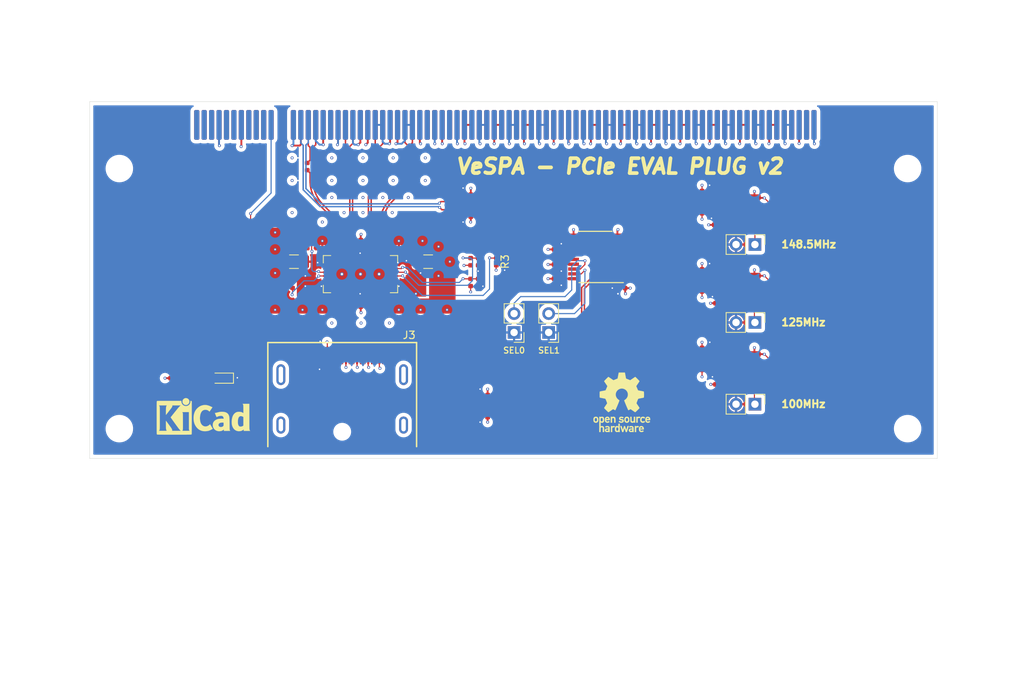
<source format=kicad_pcb>
(kicad_pcb (version 20200818) (host pcbnew "(5.99.0-2858-ga3fc028c9b)")
  (title_block (title "VeSPA PCIe EVAL PLUG") (rev "V2.0"))
  (layers (0 "F.Cu" signal) (1 "GND1" power) (2 "GND2" power) (31 "B.Cu" signal) (34 "B.Paste" user) (35 "F.Paste" user) (36 "B.SilkS" user) (37 "F.SilkS" user) (38 "B.Mask" user) (39 "F.Mask" user) (44 "Edge.Cuts" user))
  (net 0 "")
  (net 1 "GND")
  (net 2 "+3.3V")
  (net 3 "Net-(J1-PadB17)")
  (net 4 "Net-(J1-PadB12)")
  (net 5 "Net-(J1-PadB11)")
  (net 6 "Net-(J1-PadB10)")
  (net 7 "Net-(J1-PadB9)")
  (net 8 "Net-(J1-PadB8)")
  (net 9 "Net-(J1-PadB6)")
  (net 10 "Net-(J1-PadB5)")
  (net 11 "Net-(J1-PadB3)")
  (net 12 "Net-(J1-PadB2)")
  (net 13 "Net-(J1-PadB1)")
  (net 14 "Net-(J1-PadB30)")
  (net 15 "Net-(J1-PadB31)")
  (net 16 "Net-(J1-PadB33)")
  (net 17 "Net-(J1-PadB34)")
  (net 18 "Net-(J1-PadB37)")
  (net 19 "Net-(J1-PadB38)")
  (net 20 "Net-(J1-PadB41)")
  (net 21 "Net-(J1-PadB42)")
  (net 22 "Net-(J1-PadB45)")
  (net 23 "Net-(J1-PadB46)")
  (net 24 "Net-(J1-PadB48)")
  (net 25 "Net-(J1-PadB50)")
  (net 26 "Net-(J1-PadB51)")
  (net 27 "Net-(J1-PadB54)")
  (net 28 "Net-(J1-PadB55)")
  (net 29 "Net-(J1-PadB58)")
  (net 30 "Net-(J1-PadB59)")
  (net 31 "Net-(J1-PadB62)")
  (net 32 "Net-(J1-PadB63)")
  (net 33 "Net-(J1-PadB66)")
  (net 34 "Net-(J1-PadB67)")
  (net 35 "Net-(J1-PadB70)")
  (net 36 "Net-(J1-PadB71)")
  (net 37 "Net-(J1-PadB74)")
  (net 38 "Net-(J1-PadB75)")
  (net 39 "Net-(J1-PadB78)")
  (net 40 "Net-(J1-PadB79)")
  (net 41 "Net-(J1-PadB81)")
  (net 42 "Net-(J1-PadB82)")
  (net 43 "Net-(J1-PadA1)")
  (net 44 "Net-(J1-PadA2)")
  (net 45 "Net-(J1-PadA3)")
  (net 46 "Net-(J1-PadA5)")
  (net 47 "Net-(J1-PadA6)")
  (net 48 "Net-(J1-PadA7)")
  (net 49 "Net-(J1-PadA8)")
  (net 50 "REDRIVER_SPY_CLK+")
  (net 51 "REDRIVER_SPY_CLK-")
  (net 52 "Net-(J1-PadA16)")
  (net 53 "Net-(J1-PadA17)")
  (net 54 "Net-(J1-PadA19)")
  (net 55 "Net-(J1-PadA21)")
  (net 56 "Net-(J1-PadA22)")
  (net 57 "Net-(J1-PadA25)")
  (net 58 "Net-(J1-PadA26)")
  (net 59 "Net-(J1-PadA29)")
  (net 60 "Net-(J1-PadA30)")
  (net 61 "Net-(J1-PadA32)")
  (net 62 "Net-(J1-PadA33)")
  (net 63 "Net-(J1-PadA35)")
  (net 64 "Net-(J1-PadA36)")
  (net 65 "Net-(J1-PadA39)")
  (net 66 "Net-(J1-PadA40)")
  (net 67 "Net-(J1-PadA43)")
  (net 68 "Net-(J1-PadA44)")
  (net 69 "Net-(J1-PadA47)")
  (net 70 "Net-(J1-PadA48)")
  (net 71 "Net-(J1-PadA50)")
  (net 72 "Net-(J1-PadA52)")
  (net 73 "Net-(J1-PadA53)")
  (net 74 "Net-(J1-PadA56)")
  (net 75 "Net-(J1-PadA57)")
  (net 76 "Net-(J1-PadA60)")
  (net 77 "Net-(J1-PadA61)")
  (net 78 "Net-(J1-PadA64)")
  (net 79 "Net-(J1-PadA65)")
  (net 80 "Net-(J1-PadA68)")
  (net 81 "Net-(J1-PadA69)")
  (net 82 "Net-(J1-PadA72)")
  (net 83 "Net-(J1-PadA73)")
  (net 84 "Net-(J1-PadA76)")
  (net 85 "Net-(J1-PadA77)")
  (net 86 "Net-(J1-PadA80)")
  (net 87 "Net-(J1-PadA81)")
  (net 88 "SPY_CLK-")
  (net 89 "SPY_CLK+")
  (net 90 "/MASTER_SHEET/REDRIVER/EQ")
  (net 91 "/MASTER_SHEET/REDRIVER/SQ_TH")
  (net 92 "/MASTER_SHEET/REDRIVER/DE")
  (net 93 "/MASTER_SHEET/REDRIVER/OS")
  (net 94 "Net-(U1-Pad39)")
  (net 95 "Net-(U1-Pad16)")
  (net 96 "Net-(U1-Pad2)")
  (net 97 "Net-(U1-Pad23)")
  (net 98 "Net-(U1-Pad37)")
  (net 99 "REDRIVER_SPY_DP0+")
  (net 100 "REDRIVER_SPY_DP0-")
  (net 101 "REDRIVER_SPY_DP1+")
  (net 102 "REDRIVER_SPY_DP1-")
  (net 103 "REDRIVER_SPY_DP2+")
  (net 104 "REDRIVER_SPY_DP2-")
  (net 105 "REDRIVER_SPY_DP3+")
  (net 106 "REDRIVER_SPY_DP3-")
  (net 107 "/MASTER_SHEET/CLOCK/SPY_CLK_LVPECL+")
  (net 108 "/MASTER_SHEET/CLOCK/SPY_CLK_LVPECL-")
  (net 109 "Net-(J3-Pad20)")
  (net 110 "Net-(J3-Pad14)")
  (net 111 "Net-(J3-Pad13)")
  (net 112 "SPY_DP3+")
  (net 113 "SPY_DP3-")
  (net 114 "SPY_DP2+")
  (net 115 "SPY_DP2-")
  (net 116 "SPY_DP1+")
  (net 117 "SPY_DP1-")
  (net 118 "SPY_DP0+")
  (net 119 "SPY_DP0-")
  (net 120 "Net-(J4-Pad1)")
  (net 121 "Net-(J5-Pad1)")
  (net 122 "Net-(J6-Pad1)")
  (net 123 "/MASTER_SHEET/CLOCK/SEL0")
  (net 124 "/MASTER_SHEET/CLOCK/SEL1")
  (net 125 "Net-(R1-Pad1)")
  (net 126 "/MASTER_SHEET/CLOCK/CLK_100MHz+")
  (net 127 "/MASTER_SHEET/CLOCK/CLK_125MHz+")
  (net 128 "/MASTER_SHEET/CLOCK/CLK_148_5MHz+")
  (net 129 "/MASTER_SHEET/CLOCK/CLK_100MHz-")
  (net 130 "/MASTER_SHEET/CLOCK/CLK_125MHz-")
  (net 131 "/MASTER_SHEET/CLOCK/CLK_148_5MHz-")
  (net 132 "Net-(U2-Pad2)")
  (net 133 "Net-(U3-Pad2)")
  (net 134 "Net-(U4-Pad2)")
  (net 135 "Net-(U5-Pad13)")
  (net 136 "Net-(U5-Pad12)")
  (net 137 "/MASTER_SHEET/CLOCK/CLK+")
  (net 138 "/MASTER_SHEET/CLOCK/Q+")
  (net 139 "/MASTER_SHEET/CLOCK/CLK-")
  (net 140 "/MASTER_SHEET/CLOCK/Q-")
  (net 141 "/MASTER_SHEET/REDRIVER/DP0+")
  (net 142 "/MASTER_SHEET/REDRIVER/DP0-")
  (net 143 "/MASTER_SHEET/REDRIVER/DP1+")
  (net 144 "/MASTER_SHEET/REDRIVER/DP1-")
  (net 145 "/MASTER_SHEET/REDRIVER/DP2+")
  (net 146 "/MASTER_SHEET/REDRIVER/DP2-")
  (net 147 "/MASTER_SHEET/REDRIVER/DP3+")
  (net 148 "/MASTER_SHEET/REDRIVER/DP3-")
  (net 149 "Net-(J1-PadA10)")
  (net 150 "Net-(J1-PadA9)")
  (net 151 "Net-(J1-PadA11)")
  (net 152 "/MASTER_SHEET/CONNECTORS/1-WIRE_~PERST")
  (net 153 "Net-(D1-Pad2)")
  (net 154 "Net-(R39-Pad2)")
  (module "ed_footprints:c_smt0402_ref" (layer "F.Cu") (at 81.914 49.4925 -90)
    (fp_text reference "C1" hide)
    (fp_text value "C100N_0402" hide)
    (pad "1" smd roundrect (at -0.485 0 270) (size 0.59 0.64) (layers "F.Cu" "F.Paste" "F.Mask") (net 99 "REDRIVER_SPY_DP0+"))
    (pad "2" smd roundrect (at 0.485 0 270) (size 0.59 0.64) (layers "F.Cu" "F.Paste" "F.Mask") (net 141 "/MASTER_SHEET/REDRIVER/DP0+"))
  )
  (module "ed_footprints:c_smt0402_ref" (layer "F.Cu") (at 83.057 49.4925 -90)
    (fp_text reference "C2" hide)
    (fp_text value "C100N_0402" hide)
    (pad "1" smd roundrect (at -0.485 0 270) (size 0.59 0.64) (layers "F.Cu" "F.Paste" "F.Mask") (net 100 "REDRIVER_SPY_DP0-"))
    (pad "2" smd roundrect (at 0.485 0 270) (size 0.59 0.64) (layers "F.Cu" "F.Paste" "F.Mask") (net 142 "/MASTER_SHEET/REDRIVER/DP0-"))
  )
  (module "ed_footprints:c_smt0402_ref" (layer "F.Cu") (at 86.867 49.4925 -90)
    (fp_text reference "C3" hide)
    (fp_text value "C100N_0402" hide)
    (pad "1" smd roundrect (at -0.485 0 270) (size 0.59 0.64) (layers "F.Cu" "F.Paste" "F.Mask") (net 101 "REDRIVER_SPY_DP1+"))
    (pad "2" smd roundrect (at 0.485 0 270) (size 0.59 0.64) (layers "F.Cu" "F.Paste" "F.Mask") (net 143 "/MASTER_SHEET/REDRIVER/DP1+"))
  )
  (module "ed_footprints:c_smt0402_ref" (layer "F.Cu") (at 88.01 49.4925 -90)
    (fp_text reference "C4" hide)
    (fp_text value "C100N_0402" hide)
    (pad "1" smd roundrect (at -0.485 0 270) (size 0.59 0.64) (layers "F.Cu" "F.Paste" "F.Mask") (net 102 "REDRIVER_SPY_DP1-"))
    (pad "2" smd roundrect (at 0.485 0 270) (size 0.59 0.64) (layers "F.Cu" "F.Paste" "F.Mask") (net 144 "/MASTER_SHEET/REDRIVER/DP1-"))
  )
  (module "ed_footprints:c_smt0402_ref" (layer "F.Cu") (at 90.931 49.4925 -90)
    (fp_text reference "C5" hide)
    (fp_text value "C100N_0402" hide)
    (pad "1" smd roundrect (at -0.485 0 270) (size 0.59 0.64) (layers "F.Cu" "F.Paste" "F.Mask") (net 103 "REDRIVER_SPY_DP2+"))
    (pad "2" smd roundrect (at 0.485 0 270) (size 0.59 0.64) (layers "F.Cu" "F.Paste" "F.Mask") (net 145 "/MASTER_SHEET/REDRIVER/DP2+"))
  )
  (module "ed_footprints:c_smt0402_ref" (layer "F.Cu") (at 92.074 49.4925 -90)
    (fp_text reference "C6" hide)
    (fp_text value "C100N_0402" hide)
    (pad "1" smd roundrect (at -0.485 0 270) (size 0.59 0.64) (layers "F.Cu" "F.Paste" "F.Mask") (net 104 "REDRIVER_SPY_DP2-"))
    (pad "2" smd roundrect (at 0.485 0 270) (size 0.59 0.64) (layers "F.Cu" "F.Paste" "F.Mask") (net 146 "/MASTER_SHEET/REDRIVER/DP2-"))
  )
  (module "ed_footprints:c_smt0402_ref" (layer "F.Cu") (at 94.995 49.4695 -90)
    (fp_text reference "C7" hide)
    (fp_text value "C100N_0402" hide)
    (pad "1" smd roundrect (at -0.485 0 270) (size 0.59 0.64) (layers "F.Cu" "F.Paste" "F.Mask") (net 105 "REDRIVER_SPY_DP3+"))
    (pad "2" smd roundrect (at 0.485 0 270) (size 0.59 0.64) (layers "F.Cu" "F.Paste" "F.Mask") (net 147 "/MASTER_SHEET/REDRIVER/DP3+"))
  )
  (module "ed_footprints:c_smt0402_ref" (layer "F.Cu") (at 96.138 49.4695 -90)
    (fp_text reference "C8" hide)
    (fp_text value "C100N_0402" hide)
    (pad "1" smd roundrect (at -0.485 0 270) (size 0.59 0.64) (layers "F.Cu" "F.Paste" "F.Mask") (net 106 "REDRIVER_SPY_DP3-"))
    (pad "2" smd roundrect (at 0.485 0 270) (size 0.59 0.64) (layers "F.Cu" "F.Paste" "F.Mask") (net 148 "/MASTER_SHEET/REDRIVER/DP3-"))
  )
  (module "ed_footprints:c_smt0402_ref" (layer "F.Cu") (at 137.286 78.8065)
    (fp_text reference "C17" hide)
    (fp_text value "C100N_0402" hide)
    (pad "1" smd roundrect (at -0.485 0) (size 0.59 0.64) (layers "F.Cu" "F.Paste" "F.Mask") (net 1 "GND"))
    (pad "2" smd roundrect (at 0.485 0) (size 0.59 0.64) (layers "F.Cu" "F.Paste" "F.Mask") (net 2 "+3.3V"))
  )
  (module "ed_footprints:c_smt0402_ref" (layer "F.Cu") (at 137.286 67.8845)
    (fp_text reference "C18" hide)
    (fp_text value "C100N_0402" hide)
    (pad "1" smd roundrect (at -0.485 0) (size 0.59 0.64) (layers "F.Cu" "F.Paste" "F.Mask") (net 1 "GND"))
    (pad "2" smd roundrect (at 0.485 0) (size 0.59 0.64) (layers "F.Cu" "F.Paste" "F.Mask") (net 2 "+3.3V"))
  )
  (module "ed_footprints:c_smt0402_ref" (layer "F.Cu") (at 137.110999 57.3435)
    (fp_text reference "C19" hide)
    (fp_text value "C100N_0402" hide)
    (pad "1" smd roundrect (at -0.485 0) (size 0.59 0.64) (layers "F.Cu" "F.Paste" "F.Mask") (net 1 "GND"))
    (pad "2" smd roundrect (at 0.485 0) (size 0.59 0.64) (layers "F.Cu" "F.Paste" "F.Mask") (net 2 "+3.3V"))
  )
  (module "ed_footprints:c_smt0402_ref" (layer "F.Cu") (at 103.631 82.1895 180)
    (fp_text reference "C20" hide)
    (fp_text value "C100N_0402" hide)
    (pad "1" smd roundrect (at -0.485 0 180) (size 0.59 0.64) (layers "F.Cu" "F.Paste" "F.Mask") (net 107 "/MASTER_SHEET/CLOCK/SPY_CLK_LVPECL+"))
    (pad "2" smd roundrect (at 0.485 0 180) (size 0.59 0.64) (layers "F.Cu" "F.Paste" "F.Mask") (net 89 "SPY_CLK+"))
  )
  (module "ed_footprints:c_smt0402_ref" (layer "F.Cu") (at 103.631 81.1735 180)
    (fp_text reference "C21" hide)
    (fp_text value "C100N_0402" hide)
    (pad "1" smd roundrect (at -0.485 0 180) (size 0.59 0.64) (layers "F.Cu" "F.Paste" "F.Mask") (net 108 "/MASTER_SHEET/CLOCK/SPY_CLK_LVPECL-"))
    (pad "2" smd roundrect (at 0.485 0 180) (size 0.59 0.64) (layers "F.Cu" "F.Paste" "F.Mask") (net 88 "SPY_CLK-"))
  )
  (module "ed_footprints:c_smt0402_ref" (layer "F.Cu") (at 124.182 65.8525)
    (fp_text reference "C22" hide)
    (fp_text value "C100N_0402" hide)
    (pad "1" smd roundrect (at -0.485 0) (size 0.59 0.64) (layers "F.Cu" "F.Paste" "F.Mask") (net 2 "+3.3V"))
    (pad "2" smd roundrect (at 0.485 0) (size 0.59 0.64) (layers "F.Cu" "F.Paste" "F.Mask") (net 1 "GND"))
  )
  (module "ed_footprints:c_smt0402_ref" (layer "F.Cu") (at 115.569 62.6775 180)
    (fp_text reference "C23" hide)
    (fp_text value "C100N_0402" hide)
    (pad "1" smd roundrect (at -0.485 0 180) (size 0.59 0.64) (layers "F.Cu" "F.Paste" "F.Mask") (net 2 "+3.3V"))
    (pad "2" smd roundrect (at 0.485 0 180) (size 0.59 0.64) (layers "F.Cu" "F.Paste" "F.Mask") (net 1 "GND"))
  )
  (module "ed_footprints:c_smt0402_ref" (layer "F.Cu") (at 115.569 64.5825 180)
    (fp_text reference "C24" hide)
    (fp_text value "C100N_0402" hide)
    (pad "1" smd roundrect (at -0.485 0 180) (size 0.59 0.64) (layers "F.Cu" "F.Paste" "F.Mask") (net 2 "+3.3V"))
    (pad "2" smd roundrect (at 0.485 0 180) (size 0.59 0.64) (layers "F.Cu" "F.Paste" "F.Mask") (net 1 "GND"))
  )
  (module "ed_footprints:c_smt0402_ref" (layer "F.Cu") (at 115.569 60.6455 180)
    (fp_text reference "C25" hide)
    (fp_text value "C100N_0402" hide)
    (pad "1" smd roundrect (at -0.485 0 180) (size 0.59 0.64) (layers "F.Cu" "F.Paste" "F.Mask") (net 2 "+3.3V"))
    (pad "2" smd roundrect (at 0.485 0 180) (size 0.59 0.64) (layers "F.Cu" "F.Paste" "F.Mask") (net 1 "GND"))
  )
  (module "ed_footprints:samtec_pcie_ems2" (layer "F.Cu") (at 67.055 41.0875)
    (fp_text reference "J1" hide)
    (fp_text value "PCIEXP_X16_EDGE_MOUNT_CONN" hide)
    (pad "A1" smd roundrect (at 0 2.8) (size 0.7 4) (layers "B.Cu" "B.Paste" "B.Mask") (net 43 "Net-(J1-PadA1)"))
    (pad "A2" smd roundrect (at 1 2.8) (size 0.7 4) (layers "B.Cu" "B.Paste" "B.Mask") (net 44 "Net-(J1-PadA2)"))
    (pad "A3" smd roundrect (at 2 2.8) (size 0.7 4) (layers "B.Cu" "B.Paste" "B.Mask") (net 45 "Net-(J1-PadA3)"))
    (pad "A4" smd roundrect (at 3 2.8) (size 0.7 4) (layers "B.Cu" "B.Paste" "B.Mask") (net 1 "GND"))
    (pad "A5" smd roundrect (at 4 2.8) (size 0.7 4) (layers "B.Cu" "B.Paste" "B.Mask") (net 46 "Net-(J1-PadA5)"))
    (pad "A6" smd roundrect (at 5 2.8) (size 0.7 4) (layers "B.Cu" "B.Paste" "B.Mask") (net 47 "Net-(J1-PadA6)"))
    (pad "A7" smd roundrect (at 6 2.8) (size 0.7 4) (layers "B.Cu" "B.Paste" "B.Mask") (net 48 "Net-(J1-PadA7)"))
    (pad "A8" smd roundrect (at 7 2.8) (size 0.7 4) (layers "B.Cu" "B.Paste" "B.Mask") (net 49 "Net-(J1-PadA8)"))
    (pad "A9" smd roundrect (at 8 2.8) (size 0.7 4) (layers "B.Cu" "B.Paste" "B.Mask") (net 150 "Net-(J1-PadA9)"))
    (pad "A10" smd roundrect (at 9 2.8) (size 0.7 4) (layers "B.Cu" "B.Paste" "B.Mask") (net 149 "Net-(J1-PadA10)"))
    (pad "A11" smd roundrect (at 10 2.8) (size 0.7 4) (layers "B.Cu" "B.Paste" "B.Mask") (net 151 "Net-(J1-PadA11)"))
    (pad "A12" smd roundrect (at 13 2.8) (size 0.7 4) (layers "B.Cu" "B.Paste" "B.Mask") (net 1 "GND"))
    (pad "A13" smd roundrect (at 14 2.8) (size 0.7 4) (layers "B.Cu" "B.Paste" "B.Mask") (net 50 "REDRIVER_SPY_CLK+"))
    (pad "A14" smd roundrect (at 15 2.8) (size 0.7 4) (layers "B.Cu" "B.Paste" "B.Mask") (net 51 "REDRIVER_SPY_CLK-"))
    (pad "A15" smd roundrect (at 16 2.8) (size 0.7 4) (layers "B.Cu" "B.Paste" "B.Mask") (net 1 "GND"))
    (pad "A16" smd roundrect (at 17 2.8) (size 0.7 4) (layers "B.Cu" "B.Paste" "B.Mask") (net 52 "Net-(J1-PadA16)"))
    (pad "A17" smd roundrect (at 18 2.8) (size 0.7 4) (layers "B.Cu" "B.Paste" "B.Mask") (net 53 "Net-(J1-PadA17)"))
    (pad "A18" smd roundrect (at 19 2.8) (size 0.7 4) (layers "B.Cu" "B.Paste" "B.Mask") (net 1 "GND"))
    (pad "A19" smd roundrect (at 20 2.8) (size 0.7 4) (layers "B.Cu" "B.Paste" "B.Mask") (net 54 "Net-(J1-PadA19)"))
    (pad "A20" smd roundrect (at 21 2.8) (size 0.7 4) (layers "B.Cu" "B.Paste" "B.Mask") (net 1 "GND"))
    (pad "A21" smd roundrect (at 22 2.8) (size 0.7 4) (layers "B.Cu" "B.Paste" "B.Mask") (net 55 "Net-(J1-PadA21)"))
    (pad "A22" smd roundrect (at 23 2.8) (size 0.7 4) (layers "B.Cu" "B.Paste" "B.Mask") (net 56 "Net-(J1-PadA22)"))
    (pad "A23" smd roundrect (at 24 2.8) (size 0.7 4) (layers "B.Cu" "B.Paste" "B.Mask") (net 1 "GND"))
    (pad "A24" smd roundrect (at 25 2.8) (size 0.7 4) (layers "B.Cu" "B.Paste" "B.Mask") (net 1 "GND"))
    (pad "A25" smd roundrect (at 26 2.8) (size 0.7 4) (layers "B.Cu" "B.Paste" "B.Mask") (net 57 "Net-(J1-PadA25)"))
    (pad "A26" smd roundrect (at 27 2.8) (size 0.7 4) (layers "B.Cu" "B.Paste" "B.Mask") (net 58 "Net-(J1-PadA26)"))
    (pad "A27" smd roundrect (at 28 2.8) (size 0.7 4) (layers "B.Cu" "B.Paste" "B.Mask") (net 1 "GND"))
    (pad "A28" smd roundrect (at 29 2.8) (size 0.7 4) (layers "B.Cu" "B.Paste" "B.Mask") (net 1 "GND"))
    (pad "A29" smd roundrect (at 30 2.8) (size 0.7 4) (layers "B.Cu" "B.Paste" "B.Mask") (net 59 "Net-(J1-PadA29)"))
    (pad "A30" smd roundrect (at 31 2.8) (size 0.7 4) (layers "B.Cu" "B.Paste" "B.Mask") (net 60 "Net-(J1-PadA30)"))
    (pad "A31" smd roundrect (at 32 2.8) (size 0.7 4) (layers "B.Cu" "B.Paste" "B.Mask") (net 1 "GND"))
    (pad "A32" smd roundrect (at 33 2.8) (size 0.7 4) (layers "B.Cu" "B.Paste" "B.Mask") (net 61 "Net-(J1-PadA32)"))
    (pad "A33" smd roundrect (at 34 2.8) (size 0.7 4) (layers "B.Cu" "B.Paste" "B.Mask") (net 62 "Net-(J1-PadA33)"))
    (pad "A34" smd roundrect (at 35 2.8) (size 0.7 4) (layers "B.Cu" "B.Paste" "B.Mask") (net 1 "GND"))
    (pad "A35" smd roundrect (at 36 2.8) (size 0.7 4) (layers "B.Cu" "B.Paste" "B.Mask") (net 63 "Net-(J1-PadA35)"))
    (pad "A36" smd roundrect (at 37 2.8) (size 0.7 4) (layers "B.Cu" "B.Paste" "B.Mask") (net 64 "Net-(J1-PadA36)"))
    (pad "A37" smd roundrect (at 38 2.8) (size 0.7 4) (layers "B.Cu" "B.Paste" "B.Mask") (net 1 "GND"))
    (pad "A38" smd roundrect (at 39 2.8) (size 0.7 4) (layers "B.Cu" "B.Paste" "B.Mask") (net 1 "GND"))
    (pad "A39" smd roundrect (at 40 2.8) (size 0.7 4) (layers "B.Cu" "B.Paste" "B.Mask") (net 65 "Net-(J1-PadA39)"))
    (pad "A40" smd roundrect (at 41 2.8) (size 0.7 4) (layers "B.Cu" "B.Paste" "B.Mask") (net 66 "Net-(J1-PadA40)"))
    (pad "A41" smd roundrect (at 42 2.8) (size 0.7 4) (layers "B.Cu" "B.Paste" "B.Mask") (net 1 "GND"))
    (pad "A42" smd roundrect (at 43 2.8) (size 0.7 4) (layers "B.Cu" "B.Paste" "B.Mask") (net 1 "GND"))
    (pad "A43" smd roundrect (at 44 2.8) (size 0.7 4) (layers "B.Cu" "B.Paste" "B.Mask") (net 67 "Net-(J1-PadA43)"))
    (pad "A44" smd roundrect (at 45 2.8) (size 0.7 4) (layers "B.Cu" "B.Paste" "B.Mask") (net 68 "Net-(J1-PadA44)"))
    (pad "A45" smd roundrect (at 46 2.8) (size 0.7 4) (layers "B.Cu" "B.Paste" "B.Mask") (net 1 "GND"))
    (pad "A46" smd roundrect (at 47 2.8) (size 0.7 4) (layers "B.Cu" "B.Paste" "B.Mask") (net 1 "GND"))
    (pad "A47" smd roundrect (at 48 2.8) (size 0.7 4) (layers "B.Cu" "B.Paste" "B.Mask") (net 69 "Net-(J1-PadA47)"))
    (pad "A48" smd roundrect (at 49 2.8) (size 0.7 4) (layers "B.Cu" "B.Paste" "B.Mask") (net 70 "Net-(J1-PadA48)"))
    (pad "A49" smd roundrect (at 50 2.8) (size 0.7 4) (layers "B.Cu" "B.Paste" "B.Mask") (net 1 "GND"))
    (pad "A50" smd roundrect (at 51 2.8) (size 0.7 4) (layers "B.Cu" "B.Paste" "B.Mask") (net 71 "Net-(J1-PadA50)"))
    (pad "A51" smd roundrect (at 52 2.8) (size 0.7 4) (layers "B.Cu" "B.Paste" "B.Mask") (net 1 "GND"))
    (pad "A52" smd roundrect (at 53 2.8) (size 0.7 4) (layers "B.Cu" "B.Paste" "B.Mask") (net 72 "Net-(J1-PadA52)"))
    (pad "A53" smd roundrect (at 54 2.8) (size 0.7 4) (layers "B.Cu" "B.Paste" "B.Mask") (net 73 "Net-(J1-PadA53)"))
    (pad "A54" smd roundrect (at 55 2.8) (size 0.7 4) (layers "B.Cu" "B.Paste" "B.Mask") (net 1 "GND"))
    (pad "A55" smd roundrect (at 56 2.8) (size 0.7 4) (layers "B.Cu" "B.Paste" "B.Mask") (net 1 "GND"))
    (pad "A56" smd roundrect (at 57 2.8) (size 0.7 4) (layers "B.Cu" "B.Paste" "B.Mask") (net 74 "Net-(J1-PadA56)"))
    (pad "A57" smd roundrect (at 58 2.8) (size 0.7 4) (layers "B.Cu" "B.Paste" "B.Mask") (net 75 "Net-(J1-PadA57)"))
    (pad "A58" smd roundrect (at 59 2.8) (size 0.7 4) (layers "B.Cu" "B.Paste" "B.Mask") (net 1 "GND"))
    (pad "A59" smd roundrect (at 60 2.8) (size 0.7 4) (layers "B.Cu" "B.Paste" "B.Mask") (net 1 "GND"))
    (pad "A60" smd roundrect (at 61 2.8) (size 0.7 4) (layers "B.Cu" "B.Paste" "B.Mask") (net 76 "Net-(J1-PadA60)"))
    (pad "A61" smd roundrect (at 62 2.8) (size 0.7 4) (layers "B.Cu" "B.Paste" "B.Mask") (net 77 "Net-(J1-PadA61)"))
    (pad "A62" smd roundrect (at 63 2.8) (size 0.7 4) (layers "B.Cu" "B.Paste" "B.Mask") (net 1 "GND"))
    (pad "A63" smd roundrect (at 64 2.8) (size 0.7 4) (layers "B.Cu" "B.Paste" "B.Mask") (net 1 "GND"))
    (pad "A64" smd roundrect (at 65 2.8) (size 0.7 4) (layers "B.Cu" "B.Paste" "B.Mask") (net 78 "Net-(J1-PadA64)"))
    (pad "A65" smd roundrect (at 66 2.8) (size 0.7 4) (layers "B.Cu" "B.Paste" "B.Mask") (net 79 "Net-(J1-PadA65)"))
    (pad "A66" smd roundrect (at 67 2.8) (size 0.7 4) (layers "B.Cu" "B.Paste" "B.Mask") (net 1 "GND"))
    (pad "A67" smd roundrect (at 68 2.8) (size 0.7 4) (layers "B.Cu" "B.Paste" "B.Mask") (net 1 "GND"))
    (pad "A68" smd roundrect (at 69 2.8) (size 0.7 4) (layers "B.Cu" "B.Paste" "B.Mask") (net 80 "Net-(J1-PadA68)"))
    (pad "A69" smd roundrect (at 70 2.8) (size 0.7 4) (layers "B.Cu" "B.Paste" "B.Mask") (net 81 "Net-(J1-PadA69)"))
    (pad "A70" smd roundrect (at 71 2.8) (size 0.7 4) (layers "B.Cu" "B.Paste" "B.Mask") (net 1 "GND"))
    (pad "A71" smd roundrect (at 72 2.8) (size 0.7 4) (layers "B.Cu" "B.Paste" "B.Mask") (net 1 "GND"))
    (pad "A72" smd roundrect (at 73 2.8) (size 0.7 4) (layers "B.Cu" "B.Paste" "B.Mask") (net 82 "Net-(J1-PadA72)"))
    (pad "A73" smd roundrect (at 74 2.8) (size 0.7 4) (layers "B.Cu" "B.Paste" "B.Mask") (net 83 "Net-(J1-PadA73)"))
    (pad "A74" smd roundrect (at 75 2.8) (size 0.7 4) (layers "B.Cu" "B.Paste" "B.Mask") (net 1 "GND"))
    (pad "A75" smd roundrect (at 76 2.8) (size 0.7 4) (layers "B.Cu" "B.Paste" "B.Mask") (net 1 "GND"))
    (pad "A76" smd roundrect (at 77 2.8) (size 0.7 4) (layers "B.Cu" "B.Paste" "B.Mask") (net 84 "Net-(J1-PadA76)"))
    (pad "A77" smd roundrect (at 78 2.8) (size 0.7 4) (layers "B.Cu" "B.Paste" "B.Mask") (net 85 "Net-(J1-PadA77)"))
    (pad "A78" smd roundrect (at 79 2.8) (size 0.7 4) (layers "B.Cu" "B.Paste" "B.Mask") (net 1 "GND"))
    (pad "A79" smd roundrect (at 80 2.8) (size 0.7 4) (layers "B.Cu" "B.Paste" "B.Mask") (net 1 "GND"))
    (pad "A80" smd roundrect (at 81 2.8) (size 0.7 4) (layers "B.Cu" "B.Paste" "B.Mask") (net 86 "Net-(J1-PadA80)"))
    (pad "A81" smd roundrect (at 82 2.8) (size 0.7 4) (layers "B.Cu" "B.Paste" "B.Mask") (net 87 "Net-(J1-PadA81)"))
    (pad "A82" smd roundrect (at 83 2.8) (size 0.7 4) (layers "B.Cu" "B.Paste" "B.Mask") (net 1 "GND"))
    (pad "B1" smd roundrect (at 0 2.8) (size 0.7 4) (layers "F.Cu" "F.Paste" "F.Mask") (net 13 "Net-(J1-PadB1)"))
    (pad "B2" smd roundrect (at 1 2.8) (size 0.7 4) (layers "F.Cu" "F.Paste" "F.Mask") (net 12 "Net-(J1-PadB2)"))
    (pad "B3" smd roundrect (at 2 2.8) (size 0.7 4) (layers "F.Cu" "F.Paste" "F.Mask") (net 11 "Net-(J1-PadB3)"))
    (pad "B4" smd roundrect (at 3 2.8) (size 0.7 4) (layers "F.Cu" "F.Paste" "F.Mask") (net 1 "GND"))
    (pad "B5" smd roundrect (at 4 2.8) (size 0.7 4) (layers "F.Cu" "F.Paste" "F.Mask") (net 10 "Net-(J1-PadB5)"))
    (pad "B6" smd roundrect (at 5 2.8) (size 0.7 4) (layers "F.Cu" "F.Paste" "F.Mask") (net 9 "Net-(J1-PadB6)"))
    (pad "B7" smd roundrect (at 6 2.8) (size 0.7 4) (layers "F.Cu" "F.Paste" "F.Mask") (net 1 "GND"))
    (pad "B8" smd roundrect (at 7 2.8) (size 0.7 4) (layers "F.Cu" "F.Paste" "F.Mask") (net 8 "Net-(J1-PadB8)"))
    (pad "B9" smd roundrect (at 8 2.8) (size 0.7 4) (layers "F.Cu" "F.Paste" "F.Mask") (net 7 "Net-(J1-PadB9)"))
    (pad "B10" smd roundrect (at 9 2.8) (size 0.7 4) (layers "F.Cu" "F.Paste" "F.Mask") (net 6 "Net-(J1-PadB10)"))
    (pad "B11" smd roundrect (at 10 2.8) (size 0.7 4) (layers "F.Cu" "F.Paste" "F.Mask") (net 5 "Net-(J1-PadB11)"))
    (pad "B12" smd roundrect (at 13 2.8) (size 0.7 4) (layers "F.Cu" "F.Paste" "F.Mask") (net 4 "Net-(J1-PadB12)"))
    (pad "B13" smd roundrect (at 14 2.8) (size 0.7 4) (layers "F.Cu" "F.Paste" "F.Mask") (net 1 "GND"))
    (pad "B14" smd roundrect (at 15 2.8) (size 0.7 4) (layers "F.Cu" "F.Paste" "F.Mask") (net 99 "REDRIVER_SPY_DP0+"))
    (pad "B15" smd roundrect (at 16 2.8) (size 0.7 4) (layers "F.Cu" "F.Paste" "F.Mask") (net 100 "REDRIVER_SPY_DP0-"))
    (pad "B16" smd roundrect (at 17 2.8) (size 0.7 4) (layers "F.Cu" "F.Paste" "F.Mask") (net 1 "GND"))
    (pad "B17" smd roundrect (at 18 2.8) (size 0.7 4) (layers "F.Cu" "F.Paste" "F.Mask") (net 3 "Net-(J1-PadB17)"))
    (pad "B18" smd roundrect (at 19 2.8) (size 0.7 4) (layers "F.Cu" "F.Paste" "F.Mask") (net 1 "GND"))
    (pad "B19" smd roundrect (at 20 2.8) (size 0.7 4) (layers "F.Cu" "F.Paste" "F.Mask") (net 101 "REDRIVER_SPY_DP1+"))
    (pad "B20" smd roundrect (at 21 2.8) (size 0.7 4) (layers "F.Cu" "F.Paste" "F.Mask") (net 102 "REDRIVER_SPY_DP1-"))
    (pad "B21" smd roundrect (at 22 2.8) (size 0.7 4) (layers "F.Cu" "F.Paste" "F.Mask") (net 1 "GND"))
    (pad "B22" smd roundrect (at 23 2.8) (size 0.7 4) (layers "F.Cu" "F.Paste" "F.Mask") (net 1 "GND"))
    (pad "B23" smd roundrect (at 24 2.8) (size 0.7 4) (layers "F.Cu" "F.Paste" "F.Mask") (net 103 "REDRIVER_SPY_DP2+"))
    (pad "B24" smd roundrect (at 25 2.8) (size 0.7 4) (layers "F.Cu" "F.Paste" "F.Mask") (net 104 "REDRIVER_SPY_DP2-"))
    (pad "B25" smd roundrect (at 26 2.8) (size 0.7 4) (layers "F.Cu" "F.Paste" "F.Mask") (net 1 "GND"))
    (pad "B26" smd roundrect (at 27 2.8) (size 0.7 4) (layers "F.Cu" "F.Paste" "F.Mask") (net 1 "GND"))
    (pad "B27" smd roundrect (at 28 2.8) (size 0.7 4) (layers "F.Cu" "F.Paste" "F.Mask") (net 105 "REDRIVER_SPY_DP3+"))
    (pad "B28" smd roundrect (at 29 2.8) (size 0.7 4) (layers "F.Cu" "F.Paste" "F.Mask") (net 106 "REDRIVER_SPY_DP3-"))
    (pad "B29" smd roundrect (at 30 2.8) (size 0.7 4) (layers "F.Cu" "F.Paste" "F.Mask") (net 1 "GND"))
    (pad "B30" smd roundrect (at 31 2.8) (size 0.7 4) (layers "F.Cu" "F.Paste" "F.Mask") (net 14 "Net-(J1-PadB30)"))
    (pad "B31" smd roundrect (at 32 2.8) (size 0.7 4) (layers "F.Cu" "F.Paste" "F.Mask") (net 15 "Net-(J1-PadB31)"))
    (pad "B32" smd roundrect (at 33 2.8) (size 0.7 4) (layers "F.Cu" "F.Paste" "F.Mask") (net 1 "GND"))
    (pad "B33" smd roundrect (at 34 2.8) (size 0.7 4) (layers "F.Cu" "F.Paste" "F.Mask") (net 16 "Net-(J1-PadB33)"))
    (pad "B34" smd roundrect (at 35 2.8) (size 0.7 4) (layers "F.Cu" "F.Paste" "F.Mask") (net 17 "Net-(J1-PadB34)"))
    (pad "B35" smd roundrect (at 36 2.8) (size 0.7 4) (layers "F.Cu" "F.Paste" "F.Mask") (net 1 "GND"))
    (pad "B36" smd roundrect (at 37 2.8) (size 0.7 4) (layers "F.Cu" "F.Paste" "F.Mask") (net 1 "GND"))
    (pad "B37" smd roundrect (at 38 2.8) (size 0.7 4) (layers "F.Cu" "F.Paste" "F.Mask") (net 18 "Net-(J1-PadB37)"))
    (pad "B38" smd roundrect (at 39 2.8) (size 0.7 4) (layers "F.Cu" "F.Paste" "F.Mask") (net 19 "Net-(J1-PadB38)"))
    (pad "B39" smd roundrect (at 40 2.8) (size 0.7 4) (layers "F.Cu" "F.Paste" "F.Mask") (net 1 "GND"))
    (pad "B40" smd roundrect (at 41 2.8) (size 0.7 4) (layers "F.Cu" "F.Paste" "F.Mask") (net 1 "GND"))
    (pad "B41" smd roundrect (at 42 2.8) (size 0.7 4) (layers "F.Cu" "F.Paste" "F.Mask") (net 20 "Net-(J1-PadB41)"))
    (pad "B42" smd roundrect (at 43 2.8) (size 0.7 4) (layers "F.Cu" "F.Paste" "F.Mask") (net 21 "Net-(J1-PadB42)"))
    (pad "B43" smd roundrect (at 44 2.8) (size 0.7 4) (layers "F.Cu" "F.Paste" "F.Mask") (net 1 "GND"))
    (pad "B44" smd roundrect (at 45 2.8) (size 0.7 4) (layers "F.Cu" "F.Paste" "F.Mask") (net 1 "GND"))
    (pad "B45" smd roundrect (at 46 2.8) (size 0.7 4) (layers "F.Cu" "F.Paste" "F.Mask") (net 22 "Net-(J1-PadB45)"))
    (pad "B46" smd roundrect (at 47 2.8) (size 0.7 4) (layers "F.Cu" "F.Paste" "F.Mask") (net 23 "Net-(J1-PadB46)"))
    (pad "B47" smd roundrect (at 48 2.8) (size 0.7 4) (layers "F.Cu" "F.Paste" "F.Mask") (net 1 "GND"))
    (pad "B48" smd roundrect (at 49 2.8) (size 0.7 4) (layers "F.Cu" "F.Paste" "F.Mask") (net 24 "Net-(J1-PadB48)"))
    (pad "B49" smd roundrect (at 50 2.8) (size 0.7 4) (layers "F.Cu" "F.Paste" "F.Mask") (net 1 "GND"))
    (pad "B50" smd roundrect (at 51 2.8) (size 0.7 4) (layers "F.Cu" "F.Paste" "F.Mask") (net 25 "Net-(J1-PadB50)"))
    (pad "B51" smd roundrect (at 52 2.8) (size 0.7 4) (layers "F.Cu" "F.Paste" "F.Mask") (net 26 "Net-(J1-PadB51)"))
    (pad "B52" smd roundrect (at 53 2.8) (size 0.7 4) (layers "F.Cu" "F.Paste" "F.Mask") (net 1 "GND"))
    (pad "B53" smd roundrect (at 54 2.8) (size 0.7 4) (layers "F.Cu" "F.Paste" "F.Mask") (net 1 "GND"))
    (pad "B54" smd roundrect (at 55 2.8) (size 0.7 4) (layers "F.Cu" "F.Paste" "F.Mask") (net 27 "Net-(J1-PadB54)"))
    (pad "B55" smd roundrect (at 56 2.8) (size 0.7 4) (layers "F.Cu" "F.Paste" "F.Mask") (net 28 "Net-(J1-PadB55)"))
    (pad "B56" smd roundrect (at 57 2.8) (size 0.7 4) (layers "F.Cu" "F.Paste" "F.Mask") (net 1 "GND"))
    (pad "B57" smd roundrect (at 58 2.8) (size 0.7 4) (layers "F.Cu" "F.Paste" "F.Mask") (net 1 "GND"))
    (pad "B58" smd roundrect (at 59 2.8) (size 0.7 4) (layers "F.Cu" "F.Paste" "F.Mask") (net 29 "Net-(J1-PadB58)"))
    (pad "B59" smd roundrect (at 60 2.8) (size 0.7 4) (layers "F.Cu" "F.Paste" "F.Mask") (net 30 "Net-(J1-PadB59)"))
    (pad "B60" smd roundrect (at 61 2.8) (size 0.7 4) (layers "F.Cu" "F.Paste" "F.Mask") (net 1 "GND"))
    (pad "B61" smd roundrect (at 62 2.8) (size 0.7 4) (layers "F.Cu" "F.Paste" "F.Mask") (net 1 "GND"))
    (pad "B62" smd roundrect (at 63 2.8) (size 0.7 4) (layers "F.Cu" "F.Paste" "F.Mask") (net 31 "Net-(J1-PadB62)"))
    (pad "B63" smd roundrect (at 64 2.8) (size 0.7 4) (layers "F.Cu" "F.Paste" "F.Mask") (net 32 "Net-(J1-PadB63)"))
    (pad "B64" smd roundrect (at 65 2.8) (size 0.7 4) (layers "F.Cu" "F.Paste" "F.Mask") (net 1 "GND"))
    (pad "B65" smd roundrect (at 66 2.8) (size 0.7 4) (layers "F.Cu" "F.Paste" "F.Mask") (net 1 "GND"))
    (pad "B66" smd roundrect (at 67 2.8) (size 0.7 4) (layers "F.Cu" "F.Paste" "F.Mask") (net 33 "Net-(J1-PadB66)"))
    (pad "B67" smd roundrect (at 68 2.8) (size 0.7 4) (layers "F.Cu" "F.Paste" "F.Mask") (net 34 "Net-(J1-PadB67)"))
    (pad "B68" smd roundrect (at 69 2.8) (size 0.7 4) (layers "F.Cu" "F.Paste" "F.Mask") (net 1 "GND"))
    (pad "B69" smd roundrect (at 70 2.8) (size 0.7 4) (layers "F.Cu" "F.Paste" "F.Mask") (net 1 "GND"))
    (pad "B70" smd roundrect (at 71 2.8) (size 0.7 4) (layers "F.Cu" "F.Paste" "F.Mask") (net 35 "Net-(J1-PadB70)"))
    (pad "B71" smd roundrect (at 72 2.8) (size 0.7 4) (layers "F.Cu" "F.Paste" "F.Mask") (net 36 "Net-(J1-PadB71)"))
    (pad "B72" smd roundrect (at 73 2.8) (size 0.7 4) (layers "F.Cu" "F.Paste" "F.Mask") (net 1 "GND"))
    (pad "B73" smd roundrect (at 74 2.8) (size 0.7 4) (layers "F.Cu" "F.Paste" "F.Mask") (net 1 "GND"))
    (pad "B74" smd roundrect (at 75 2.8) (size 0.7 4) (layers "F.Cu" "F.Paste" "F.Mask") (net 37 "Net-(J1-PadB74)"))
    (pad "B75" smd roundrect (at 76 2.8) (size 0.7 4) (layers "F.Cu" "F.Paste" "F.Mask") (net 38 "Net-(J1-PadB75)"))
    (pad "B76" smd roundrect (at 77 2.8) (size 0.7 4) (layers "F.Cu" "F.Paste" "F.Mask") (net 1 "GND"))
    (pad "B77" smd roundrect (at 78 2.8) (size 0.7 4) (layers "F.Cu" "F.Paste" "F.Mask") (net 1 "GND"))
    (pad "B78" smd roundrect (at 79 2.8) (size 0.7 4) (layers "F.Cu" "F.Paste" "F.Mask") (net 39 "Net-(J1-PadB78)"))
    (pad "B79" smd roundrect (at 80 2.8) (size 0.7 4) (layers "F.Cu" "F.Paste" "F.Mask") (net 40 "Net-(J1-PadB79)"))
    (pad "B80" smd roundrect (at 81 2.8) (size 0.7 4) (layers "F.Cu" "F.Paste" "F.Mask") (net 1 "GND"))
    (pad "B81" smd roundrect (at 82 2.8) (size 0.7 4) (layers "F.Cu" "F.Paste" "F.Mask") (net 41 "Net-(J1-PadB81)"))
    (pad "B82" smd roundrect (at 83 2.8) (size 0.7 4) (layers "F.Cu" "F.Paste" "F.Mask") (net 42 "Net-(J1-PadB82)"))
  )
  (module "Connector_PinHeader_2.54mm:PinHeader_1x02_P2.54mm_Vertical" (layer "F.Cu") (at 142.112 81.4735 -90)
    (fp_text reference "J4" hide)
    (fp_text value "HEADER_1x2")
    (pad "1" thru_hole rect (at 0 0 270) (size 1.7 1.7) (drill 1) (layers *.Cu *.Mask) (net 120 "Net-(J4-Pad1)"))
    (pad "2" thru_hole oval (at 0 2.54 270) (size 1.7 1.7) (drill 1) (layers *.Cu *.Mask) (net 2 "+3.3V"))
  )
  (module "Connector_PinHeader_2.54mm:PinHeader_1x02_P2.54mm_Vertical" (layer "F.Cu") (at 142.112 70.4765 -90)
    (fp_text reference "J5" hide)
    (fp_text value "HEADER_1x2")
    (pad "1" thru_hole rect (at 0 0 270) (size 1.7 1.7) (drill 1) (layers *.Cu *.Mask) (net 121 "Net-(J5-Pad1)"))
    (pad "2" thru_hole oval (at 0 2.54 270) (size 1.7 1.7) (drill 1) (layers *.Cu *.Mask) (net 2 "+3.3V"))
  )
  (module "Connector_PinHeader_2.54mm:PinHeader_1x02_P2.54mm_Vertical" (layer "F.Cu") (at 142.112 59.9875 -90)
    (fp_text reference "J6" hide)
    (fp_text value "HEADER_1x2")
    (pad "1" thru_hole rect (at 0 0 270) (size 1.7 1.7) (drill 1) (layers *.Cu *.Mask) (net 122 "Net-(J6-Pad1)"))
    (pad "2" thru_hole oval (at 0 2.54 270) (size 1.7 1.7) (drill 1) (layers *.Cu *.Mask) (net 2 "+3.3V"))
  )
  (module "Connector_PinHeader_2.54mm:PinHeader_1x02_P2.54mm_Vertical" (layer "F.Cu") (at 114.377 71.8215 180)
    (fp_text reference "J8" hide)
    (fp_text value "HEADER_1x2")
    (pad "1" thru_hole rect (at 0 0 180) (size 1.7 1.7) (drill 1) (layers *.Cu *.Mask) (net 2 "+3.3V"))
    (pad "2" thru_hole oval (at 0 2.54 180) (size 1.7 1.7) (drill 1) (layers *.Cu *.Mask) (net 124 "/MASTER_SHEET/CLOCK/SEL1"))
  )
  (module "ed_footprints:r_smt0402_ref" (layer "F.Cu") (at 144.017 76.7515 90)
    (fp_text reference "R10" hide)
    (fp_text value "R10K_5%_0402" hide)
    (pad "1" smd roundrect (at -0.485 0 90) (size 0.59 0.64) (layers "F.Cu" "F.Paste" "F.Mask") (net 120 "Net-(J4-Pad1)"))
    (pad "2" smd roundrect (at 0.485 0 90) (size 0.59 0.64) (layers "F.Cu" "F.Paste" "F.Mask") (net 1 "GND"))
  )
  (module "ed_footprints:r_smt0402_ref" (layer "F.Cu") (at 144.017 66.2335 90)
    (fp_text reference "R11" hide)
    (fp_text value "R10K_5%_0402" hide)
    (pad "1" smd roundrect (at -0.485 0 90) (size 0.59 0.64) (layers "F.Cu" "F.Paste" "F.Mask") (net 121 "Net-(J5-Pad1)"))
    (pad "2" smd roundrect (at 0.485 0 90) (size 0.59 0.64) (layers "F.Cu" "F.Paste" "F.Mask") (net 1 "GND"))
  )
  (module "ed_footprints:r_smt0402_ref" (layer "F.Cu") (at 144.017 55.6925 90)
    (fp_text reference "R12" hide)
    (fp_text value "R10K_5%_0402" hide)
    (pad "1" smd roundrect (at -0.485 0 90) (size 0.59 0.64) (layers "F.Cu" "F.Paste" "F.Mask") (net 122 "Net-(J6-Pad1)"))
    (pad "2" smd roundrect (at 0.485 0 90) (size 0.59 0.64) (layers "F.Cu" "F.Paste" "F.Mask") (net 1 "GND"))
  )
  (module "ed_footprints:r_smt0402_ref" (layer "F.Cu") (at 136.016 74.3615 -90)
    (fp_text reference "R13" hide)
    (fp_text value "R130R_5%_0402" hide)
    (pad "1" smd roundrect (at -0.485 0 270) (size 0.59 0.64) (layers "F.Cu" "F.Paste" "F.Mask") (net 2 "+3.3V"))
    (pad "2" smd roundrect (at 0.485 0 270) (size 0.59 0.64) (layers "F.Cu" "F.Paste" "F.Mask") (net 126 "/MASTER_SHEET/CLOCK/CLK_100MHz+"))
  )
  (module "ed_footprints:r_smt0402_ref" (layer "F.Cu") (at 135 74.3615 90)
    (fp_text reference "R14" hide)
    (fp_text value "R82R_5%_0402" hide)
    (pad "1" smd roundrect (at -0.485 0 90) (size 0.59 0.64) (layers "F.Cu" "F.Paste" "F.Mask") (net 126 "/MASTER_SHEET/CLOCK/CLK_100MHz+"))
    (pad "2" smd roundrect (at 0.485 0 90) (size 0.59 0.64) (layers "F.Cu" "F.Paste" "F.Mask") (net 1 "GND"))
  )
  (module "ed_footprints:r_smt0402_ref" (layer "F.Cu") (at 136.016 63.7975 -90)
    (fp_text reference "R15" hide)
    (fp_text value "R130R_5%_0402" hide)
    (pad "1" smd roundrect (at -0.485 0 270) (size 0.59 0.64) (layers "F.Cu" "F.Paste" "F.Mask") (net 2 "+3.3V"))
    (pad "2" smd roundrect (at 0.485 0 270) (size 0.59 0.64) (layers "F.Cu" "F.Paste" "F.Mask") (net 127 "/MASTER_SHEET/CLOCK/CLK_125MHz+"))
  )
  (module "ed_footprints:r_smt0402_ref" (layer "F.Cu") (at 135 63.7975 90)
    (fp_text reference "R16" hide)
    (fp_text value "R82R_5%_0402" hide)
    (pad "1" smd roundrect (at -0.485 0 90) (size 0.59 0.64) (layers "F.Cu" "F.Paste" "F.Mask") (net 127 "/MASTER_SHEET/CLOCK/CLK_125MHz+"))
    (pad "2" smd roundrect (at 0.485 0 90) (size 0.59 0.64) (layers "F.Cu" "F.Paste" "F.Mask") (net 1 "GND"))
  )
  (module "ed_footprints:r_smt0402_ref" (layer "F.Cu") (at 136.016 53.2565 -90)
    (fp_text reference "R17" hide)
    (fp_text value "R130R_5%_0402" hide)
    (pad "1" smd roundrect (at -0.485 0 270) (size 0.59 0.64) (layers "F.Cu" "F.Paste" "F.Mask") (net 2 "+3.3V"))
    (pad "2" smd roundrect (at 0.485 0 270) (size 0.59 0.64) (layers "F.Cu" "F.Paste" "F.Mask") (net 128 "/MASTER_SHEET/CLOCK/CLK_148_5MHz+"))
  )
  (module "ed_footprints:r_smt0402_ref" (layer "F.Cu") (at 135 53.2565 90)
    (fp_text reference "R18" hide)
    (fp_text value "R82R_5%_0402" hide)
    (pad "1" smd roundrect (at -0.485 0 90) (size 0.59 0.64) (layers "F.Cu" "F.Paste" "F.Mask") (net 128 "/MASTER_SHEET/CLOCK/CLK_148_5MHz+"))
    (pad "2" smd roundrect (at 0.485 0 90) (size 0.59 0.64) (layers "F.Cu" "F.Paste" "F.Mask") (net 1 "GND"))
  )
  (module "ed_footprints:r_smt0402_ref" (layer "F.Cu") (at 136.016 76.3935 90)
    (fp_text reference "R19" hide)
    (fp_text value "R130R_5%_0402" hide)
    (pad "1" smd roundrect (at -0.485 0 90) (size 0.59 0.64) (layers "F.Cu" "F.Paste" "F.Mask") (net 2 "+3.3V"))
    (pad "2" smd roundrect (at 0.485 0 90) (size 0.59 0.64) (layers "F.Cu" "F.Paste" "F.Mask") (net 129 "/MASTER_SHEET/CLOCK/CLK_100MHz-"))
  )
  (module "ed_footprints:r_smt0402_ref" (layer "F.Cu") (at 135 76.3935 -90)
    (fp_text reference "R20" hide)
    (fp_text value "R82R_5%_0402" hide)
    (pad "1" smd roundrect (at -0.485 0 270) (size 0.59 0.64) (layers "F.Cu" "F.Paste" "F.Mask") (net 129 "/MASTER_SHEET/CLOCK/CLK_100MHz-"))
    (pad "2" smd roundrect (at 0.485 0 270) (size 0.59 0.64) (layers "F.Cu" "F.Paste" "F.Mask") (net 1 "GND"))
  )
  (module "ed_footprints:r_smt0402_ref" (layer "F.Cu") (at 136.016 65.8295 90)
    (fp_text reference "R21" hide)
    (fp_text value "R130R_5%_0402" hide)
    (pad "1" smd roundrect (at -0.485 0 90) (size 0.59 0.64) (layers "F.Cu" "F.Paste" "F.Mask") (net 2 "+3.3V"))
    (pad "2" smd roundrect (at 0.485 0 90) (size 0.59 0.64) (layers "F.Cu" "F.Paste" "F.Mask") (net 130 "/MASTER_SHEET/CLOCK/CLK_125MHz-"))
  )
  (module "ed_footprints:r_smt0402_ref" (layer "F.Cu") (at 135 65.8295 -90)
    (fp_text reference "R22" hide)
    (fp_text value "R82R_5%_0402" hide)
    (pad "1" smd roundrect (at -0.485 0 270) (size 0.59 0.64) (layers "F.Cu" "F.Paste" "F.Mask") (net 130 "/MASTER_SHEET/CLOCK/CLK_125MHz-"))
    (pad "2" smd roundrect (at 0.485 0 270) (size 0.59 0.64) (layers "F.Cu" "F.Paste" "F.Mask") (net 1 "GND"))
  )
  (module "ed_footprints:r_smt0402_ref" (layer "F.Cu") (at 136.016 55.3115 90)
    (fp_text reference "R23" hide)
    (fp_text value "R130R_5%_0402" hide)
    (pad "1" smd roundrect (at -0.485 0 90) (size 0.59 0.64) (layers "F.Cu" "F.Paste" "F.Mask") (net 2 "+3.3V"))
    (pad "2" smd roundrect (at 0.485 0 90) (size 0.59 0.64) (layers "F.Cu" "F.Paste" "F.Mask") (net 131 "/MASTER_SHEET/CLOCK/CLK_148_5MHz-"))
  )
  (module "ed_footprints:r_smt0402_ref" (layer "F.Cu") (at 135 55.3115 -90)
    (fp_text reference "R24" hide)
    (fp_text value "R82R_5%_0402" hide)
    (pad "1" smd roundrect (at -0.485 0 270) (size 0.59 0.64) (layers "F.Cu" "F.Paste" "F.Mask") (net 131 "/MASTER_SHEET/CLOCK/CLK_148_5MHz-"))
    (pad "2" smd roundrect (at 0.485 0 270) (size 0.59 0.64) (layers "F.Cu" "F.Paste" "F.Mask") (net 1 "GND"))
  )
  (module "ed_footprints:r_smt0402_ref" (layer "F.Cu") (at 101.853 81.7045 90)
    (fp_text reference "R25" hide)
    (fp_text value "R100R_1%_0402" hide)
    (pad "1" smd roundrect (at -0.485 0 90) (size 0.59 0.64) (layers "F.Cu" "F.Paste" "F.Mask") (net 89 "SPY_CLK+"))
    (pad "2" smd roundrect (at 0.485 0 90) (size 0.59 0.64) (layers "F.Cu" "F.Paste" "F.Mask") (net 88 "SPY_CLK-"))
  )
  (module "ed_footprints:r_smt0402_ref" (layer "F.Cu") (at 105.155 82.7205 90)
    (fp_text reference "R26" hide)
    (fp_text value "R130R_5%_0402" hide)
    (pad "1" smd roundrect (at -0.485 0 90) (size 0.59 0.64) (layers "F.Cu" "F.Paste" "F.Mask") (net 2 "+3.3V"))
    (pad "2" smd roundrect (at 0.485 0 90) (size 0.59 0.64) (layers "F.Cu" "F.Paste" "F.Mask") (net 107 "/MASTER_SHEET/CLOCK/SPY_CLK_LVPECL+"))
  )
  (module "ed_footprints:r_smt0402_ref" (layer "F.Cu") (at 106.171 82.7435 -90)
    (fp_text reference "R27" hide)
    (fp_text value "R82R_5%_0402" hide)
    (pad "1" smd roundrect (at -0.485 0 270) (size 0.59 0.64) (layers "F.Cu" "F.Paste" "F.Mask") (net 107 "/MASTER_SHEET/CLOCK/SPY_CLK_LVPECL+"))
    (pad "2" smd roundrect (at 0.485 0 270) (size 0.59 0.64) (layers "F.Cu" "F.Paste" "F.Mask") (net 1 "GND"))
  )
  (module "ed_footprints:r_smt0402_ref" (layer "F.Cu") (at 105.155 80.6885 -90)
    (fp_text reference "R28" hide)
    (fp_text value "R130R_5%_0402" hide)
    (pad "1" smd roundrect (at -0.485 0 270) (size 0.59 0.64) (layers "F.Cu" "F.Paste" "F.Mask") (net 2 "+3.3V"))
    (pad "2" smd roundrect (at 0.485 0 270) (size 0.59 0.64) (layers "F.Cu" "F.Paste" "F.Mask") (net 108 "/MASTER_SHEET/CLOCK/SPY_CLK_LVPECL-"))
  )
  (module "ed_footprints:r_smt0402_ref" (layer "F.Cu") (at 106.171 80.7115 90)
    (fp_text reference "R29" hide)
    (fp_text value "R82R_5%_0402" hide)
    (pad "1" smd roundrect (at -0.485 0 90) (size 0.59 0.64) (layers "F.Cu" "F.Paste" "F.Mask") (net 108 "/MASTER_SHEET/CLOCK/SPY_CLK_LVPECL-"))
    (pad "2" smd roundrect (at 0.485 0 90) (size 0.59 0.64) (layers "F.Cu" "F.Paste" "F.Mask") (net 1 "GND"))
  )
  (module "ed_footprints:r_smt0402_ref" (layer "F.Cu") (at 105.409 55.3115)
    (fp_text reference "R30" hide)
    (fp_text value "R0R_5%_0402" hide)
    (pad "1" smd roundrect (at -0.485 0) (size 0.59 0.64) (layers "F.Cu" "F.Paste" "F.Mask") (net 137 "/MASTER_SHEET/CLOCK/CLK+"))
    (pad "2" smd roundrect (at 0.485 0) (size 0.59 0.64) (layers "F.Cu" "F.Paste" "F.Mask") (net 138 "/MASTER_SHEET/CLOCK/Q+"))
  )
  (module "ed_footprints:r_smt0402_ref" (layer "F.Cu") (at 105.409 54.2065)
    (fp_text reference "R31" hide)
    (fp_text value "R0R_5%_0402" hide)
    (pad "1" smd roundrect (at -0.485 0) (size 0.59 0.64) (layers "F.Cu" "F.Paste" "F.Mask") (net 139 "/MASTER_SHEET/CLOCK/CLK-"))
    (pad "2" smd roundrect (at 0.485 0) (size 0.59 0.64) (layers "F.Cu" "F.Paste" "F.Mask") (net 140 "/MASTER_SHEET/CLOCK/Q-"))
  )
  (module "ed_footprints:r_smt0402_ref" (layer "F.Cu") (at 102.892 55.7715 90)
    (fp_text reference "R32" hide)
    (fp_text value "R_NC_0402" hide)
    (pad "1" smd roundrect (at -0.485 0 90) (size 0.59 0.64) (layers "F.Cu" "F.Paste" "F.Mask") (net 2 "+3.3V"))
    (pad "2" smd roundrect (at 0.485 0 90) (size 0.59 0.64) (layers "F.Cu" "F.Paste" "F.Mask") (net 137 "/MASTER_SHEET/CLOCK/CLK+"))
  )
  (module "ed_footprints:r_smt0402_ref" (layer "F.Cu") (at 103.908 55.7715 -90)
    (fp_text reference "R33" hide)
    (fp_text value "R_NC_0402" hide)
    (pad "1" smd roundrect (at -0.485 0 270) (size 0.59 0.64) (layers "F.Cu" "F.Paste" "F.Mask") (net 137 "/MASTER_SHEET/CLOCK/CLK+"))
    (pad "2" smd roundrect (at 0.485 0 270) (size 0.59 0.64) (layers "F.Cu" "F.Paste" "F.Mask") (net 1 "GND"))
  )
  (module "ed_footprints:r_smt0402_ref" (layer "F.Cu") (at 102.892 53.7465 -90)
    (fp_text reference "R34" hide)
    (fp_text value "R_NC_0402" hide)
    (pad "1" smd roundrect (at -0.485 0 270) (size 0.59 0.64) (layers "F.Cu" "F.Paste" "F.Mask") (net 2 "+3.3V"))
    (pad "2" smd roundrect (at 0.485 0 270) (size 0.59 0.64) (layers "F.Cu" "F.Paste" "F.Mask") (net 139 "/MASTER_SHEET/CLOCK/CLK-"))
  )
  (module "ed_footprints:r_smt0402_ref" (layer "F.Cu") (at 103.908 53.7465 90)
    (fp_text reference "R35" hide)
    (fp_text value "R_NC_0402" hide)
    (pad "1" smd roundrect (at -0.485 0 90) (size 0.59 0.64) (layers "F.Cu" "F.Paste" "F.Mask") (net 139 "/MASTER_SHEET/CLOCK/CLK-"))
    (pad "2" smd roundrect (at 0.485 0 90) (size 0.59 0.64) (layers "F.Cu" "F.Paste" "F.Mask") (net 1 "GND"))
  )
  (module "ed_footprints:r_smt0402_ref" (layer "F.Cu") (at 101.345 54.2065)
    (fp_text reference "R37" hide)
    (fp_text value "R0R_5%_0402" hide)
    (pad "1" smd roundrect (at -0.485 0) (size 0.59 0.64) (layers "F.Cu" "F.Paste" "F.Mask") (net 51 "REDRIVER_SPY_CLK-"))
    (pad "2" smd roundrect (at 0.485 0) (size 0.59 0.64) (layers "F.Cu" "F.Paste" "F.Mask") (net 139 "/MASTER_SHEET/CLOCK/CLK-"))
  )
  (module "ed_footprints:osc_3.2x5.0_6pins" (layer "F.Cu") (at 142.045 77.2825 180)
    (fp_text reference "U2" hide)
    (fp_text value "OSC_100MHz_LVPECL")
    (pad "1" smd roundrect (at 0 0 180) (size 1.7 0.8) (layers "F.Cu" "F.Paste" "F.Mask") (chamfer_ratio 0.2) (chamfer) (net 120 "Net-(J4-Pad1)"))
    (pad "2" smd roundrect (at 0 1.27 180) (size 1.7 0.8) (layers "F.Cu" "F.Paste" "F.Mask") (chamfer_ratio 0.2) (chamfer) (net 132 "Net-(U2-Pad2)"))
    (pad "3" smd roundrect (at 0 2.54 180) (size 1.7 0.8) (layers "F.Cu" "F.Paste" "F.Mask") (chamfer_ratio 0.2) (chamfer) (net 1 "GND"))
    (pad "4" smd roundrect (at 2.6 2.54 180) (size 1.7 0.8) (layers "F.Cu" "F.Paste" "F.Mask") (chamfer_ratio 0.2) (chamfer) (net 126 "/MASTER_SHEET/CLOCK/CLK_100MHz+"))
    (pad "5" smd roundrect (at 2.6 1.27 180) (size 1.7 0.8) (layers "F.Cu" "F.Paste" "F.Mask") (chamfer_ratio 0.2) (chamfer) (net 129 "/MASTER_SHEET/CLOCK/CLK_100MHz-"))
    (pad "6" smd roundrect (at 2.6 0 180) (size 1.7 0.8) (layers "F.Cu" "F.Paste" "F.Mask") (chamfer_ratio 0.2) (chamfer) (net 2 "+3.3V"))
  )
  (module "ed_footprints:osc_3.2x5.0_6pins" (layer "F.Cu") (at 142.045 66.73 180)
    (fp_text reference "U3" hide)
    (fp_text value "OSC_125MHz_LVPECL")
    (pad "1" smd roundrect (at 0 0 180) (size 1.7 0.8) (layers "F.Cu" "F.Paste" "F.Mask") (chamfer_ratio 0.2) (chamfer) (net 121 "Net-(J5-Pad1)"))
    (pad "2" smd roundrect (at 0 1.27 180) (size 1.7 0.8) (layers "F.Cu" "F.Paste" "F.Mask") (chamfer_ratio 0.2) (chamfer) (net 133 "Net-(U3-Pad2)"))
    (pad "3" smd roundrect (at 0 2.54 180) (size 1.7 0.8) (layers "F.Cu" "F.Paste" "F.Mask") (chamfer_ratio 0.2) (chamfer) (net 1 "GND"))
    (pad "4" smd roundrect (at 2.6 2.54 180) (size 1.7 0.8) (layers "F.Cu" "F.Paste" "F.Mask") (chamfer_ratio 0.2) (chamfer) (net 127 "/MASTER_SHEET/CLOCK/CLK_125MHz+"))
    (pad "5" smd roundrect (at 2.6 1.27 180) (size 1.7 0.8) (layers "F.Cu" "F.Paste" "F.Mask") (chamfer_ratio 0.2) (chamfer) (net 130 "/MASTER_SHEET/CLOCK/CLK_125MHz-"))
    (pad "6" smd roundrect (at 2.6 0 180) (size 1.7 0.8) (layers "F.Cu" "F.Paste" "F.Mask") (chamfer_ratio 0.2) (chamfer) (net 2 "+3.3V"))
  )
  (module "ed_footprints:osc_3.2x5.0_6pins" (layer "F.Cu") (at 142.045 56.1775 180)
    (fp_text reference "U4" hide)
    (fp_text value "OSC_148.5MHz_LVPECL")
    (pad "1" smd roundrect (at 0 0 180) (size 1.7 0.8) (layers "F.Cu" "F.Paste" "F.Mask") (chamfer_ratio 0.2) (chamfer) (net 122 "Net-(J6-Pad1)"))
    (pad "2" smd roundrect (at 0 1.27 180) (size 1.7 0.8) (layers "F.Cu" "F.Paste" "F.Mask") (chamfer_ratio 0.2) (chamfer) (net 134 "Net-(U4-Pad2)"))
    (pad "3" smd roundrect (at 0 2.54 180) (size 1.7 0.8) (layers "F.Cu" "F.Paste" "F.Mask") (chamfer_ratio 0.2) (chamfer) (net 1 "GND"))
    (pad "4" smd roundrect (at 2.6 2.54 180) (size 1.7 0.8) (layers "F.Cu" "F.Paste" "F.Mask") (chamfer_ratio 0.2) (chamfer) (net 128 "/MASTER_SHEET/CLOCK/CLK_148_5MHz+"))
    (pad "5" smd roundrect (at 2.6 1.27 180) (size 1.7 0.8) (layers "F.Cu" "F.Paste" "F.Mask") (chamfer_ratio 0.2) (chamfer) (net 131 "/MASTER_SHEET/CLOCK/CLK_148_5MHz-"))
    (pad "6" smd roundrect (at 2.6 0 180) (size 1.7 0.8) (layers "F.Cu" "F.Paste" "F.Mask") (chamfer_ratio 0.2) (chamfer) (net 2 "+3.3V"))
  )
  (module "Package_SO:TSSOP-20_4.4x6.5mm_P0.65mm" (layer "F.Cu") (at 120.672 61.6615 180)
    (fp_text reference "U5" hide)
    (fp_text value "SY100EP57V")
    (pad "1" smd rect (at -2.95 -2.925 180) (size 1.45 0.45) (layers "F.Cu" "F.Paste" "F.Mask") (net 2 "+3.3V"))
    (pad "2" smd rect (at -2.95 -2.275 180) (size 1.45 0.45) (layers "F.Cu" "F.Paste" "F.Mask") (net 107 "/MASTER_SHEET/CLOCK/SPY_CLK_LVPECL+"))
    (pad "3" smd rect (at -2.95 -1.625 180) (size 1.45 0.45) (layers "F.Cu" "F.Paste" "F.Mask") (net 108 "/MASTER_SHEET/CLOCK/SPY_CLK_LVPECL-"))
    (pad "4" smd rect (at -2.95 -0.975 180) (size 1.45 0.45) (layers "F.Cu" "F.Paste" "F.Mask") (net 129 "/MASTER_SHEET/CLOCK/CLK_100MHz-"))
    (pad "5" smd rect (at -2.95 -0.325 180) (size 1.45 0.45) (layers "F.Cu" "F.Paste" "F.Mask") (net 126 "/MASTER_SHEET/CLOCK/CLK_100MHz+"))
    (pad "6" smd rect (at -2.95 0.325 180) (size 1.45 0.45) (layers "F.Cu" "F.Paste" "F.Mask") (net 130 "/MASTER_SHEET/CLOCK/CLK_125MHz-"))
    (pad "7" smd rect (at -2.95 0.975 180) (size 1.45 0.45) (layers "F.Cu" "F.Paste" "F.Mask") (net 127 "/MASTER_SHEET/CLOCK/CLK_125MHz+"))
    (pad "8" smd rect (at -2.95 1.625 180) (size 1.45 0.45) (layers "F.Cu" "F.Paste" "F.Mask") (net 131 "/MASTER_SHEET/CLOCK/CLK_148_5MHz-"))
    (pad "9" smd rect (at -2.95 2.275 180) (size 1.45 0.45) (layers "F.Cu" "F.Paste" "F.Mask") (net 128 "/MASTER_SHEET/CLOCK/CLK_148_5MHz+"))
    (pad "10" smd rect (at -2.95 2.925 180) (size 1.45 0.45) (layers "F.Cu" "F.Paste" "F.Mask") (net 1 "GND"))
    (pad "11" smd rect (at 2.95 2.925 180) (size 1.45 0.45) (layers "F.Cu" "F.Paste" "F.Mask") (net 1 "GND"))
    (pad "12" smd rect (at 2.95 2.275 180) (size 1.45 0.45) (layers "F.Cu" "F.Paste" "F.Mask") (net 136 "Net-(U5-Pad12)"))
    (pad "13" smd rect (at 2.95 1.625 180) (size 1.45 0.45) (layers "F.Cu" "F.Paste" "F.Mask") (net 135 "Net-(U5-Pad13)"))
    (pad "14" smd rect (at 2.95 0.975 180) (size 1.45 0.45) (layers "F.Cu" "F.Paste" "F.Mask") (net 2 "+3.3V"))
    (pad "15" smd rect (at 2.95 0.325 180) (size 1.45 0.45) (layers "F.Cu" "F.Paste" "F.Mask") (net 140 "/MASTER_SHEET/CLOCK/Q-"))
    (pad "16" smd rect (at 2.95 -0.325 180) (size 1.45 0.45) (layers "F.Cu" "F.Paste" "F.Mask") (net 138 "/MASTER_SHEET/CLOCK/Q+"))
    (pad "17" smd rect (at 2.95 -0.975 180) (size 1.45 0.45) (layers "F.Cu" "F.Paste" "F.Mask") (net 2 "+3.3V"))
    (pad "18" smd rect (at 2.95 -1.625 180) (size 1.45 0.45) (layers "F.Cu" "F.Paste" "F.Mask") (net 123 "/MASTER_SHEET/CLOCK/SEL0"))
    (pad "19" smd rect (at 2.95 -2.275 180) (size 1.45 0.45) (layers "F.Cu" "F.Paste" "F.Mask") (net 124 "/MASTER_SHEET/CLOCK/SEL1"))
    (pad "20" smd rect (at 2.95 -2.925 180) (size 1.45 0.45) (layers "F.Cu" "F.Paste" "F.Mask") (net 2 "+3.3V"))
  )
  (module "ed_footprints:pwqfn-n42" (layer "F.Cu") (at 89.074 63.9695)
    (fp_text reference "U1" hide)
    (fp_text value "PCIe_HALF_x4_Gen2_SN65LVPE504")
    (pad "1" smd roundrect (at -4 1.8) (size 0.25 1) (layers "F.Cu" "F.Paste" "F.Mask") (net 2 "+3.3V"))
    (pad "2" smd roundrect (at -3.5 1.8) (size 0.25 1) (layers "F.Cu" "F.Paste" "F.Mask") (net 96 "Net-(U1-Pad2)"))
    (pad "3" smd roundrect (at -3 1.8) (size 0.25 1) (layers "F.Cu" "F.Paste" "F.Mask") (net 118 "SPY_DP0+"))
    (pad "4" smd roundrect (at -2.5 1.8) (size 0.25 1) (layers "F.Cu" "F.Paste" "F.Mask") (net 119 "SPY_DP0-"))
    (pad "5" smd roundrect (at -2 1.8) (size 0.25 1) (layers "F.Cu" "F.Paste" "F.Mask") (net 1 "GND"))
    (pad "6" smd roundrect (at -1.5 1.8) (size 0.25 1) (layers "F.Cu" "F.Paste" "F.Mask") (net 116 "SPY_DP1+"))
    (pad "7" smd roundrect (at -1 1.8) (size 0.25 1) (layers "F.Cu" "F.Paste" "F.Mask") (net 117 "SPY_DP1-"))
    (pad "8" smd roundrect (at -0.5 1.8) (size 0.25 1) (layers "F.Cu" "F.Paste" "F.Mask") (net 1 "GND"))
    (pad "9" smd roundrect (at 0 1.8) (size 0.25 1) (layers "F.Cu" "F.Paste" "F.Mask") (net 2 "+3.3V"))
    (pad "10" smd roundrect (at 0.5 1.8) (size 0.25 1) (layers "F.Cu" "F.Paste" "F.Mask") (net 1 "GND"))
    (pad "11" smd roundrect (at 1 1.8) (size 0.25 1) (layers "F.Cu" "F.Paste" "F.Mask") (net 114 "SPY_DP2+"))
    (pad "12" smd roundrect (at 1.5 1.8) (size 0.25 1) (layers "F.Cu" "F.Paste" "F.Mask") (net 115 "SPY_DP2-"))
    (pad "13" smd roundrect (at 2 1.8) (size 0.25 1) (layers "F.Cu" "F.Paste" "F.Mask") (net 1 "GND"))
    (pad "14" smd roundrect (at 2.5 1.8) (size 0.25 1) (layers "F.Cu" "F.Paste" "F.Mask") (net 112 "SPY_DP3+"))
    (pad "15" smd roundrect (at 3 1.8) (size 0.25 1) (layers "F.Cu" "F.Paste" "F.Mask") (net 113 "SPY_DP3-"))
    (pad "16" smd roundrect (at 3.5 1.8) (size 0.25 1) (layers "F.Cu" "F.Paste" "F.Mask") (net 95 "Net-(U1-Pad16)"))
    (pad "17" smd roundrect (at 4 1.8) (size 0.25 1) (layers "F.Cu" "F.Paste" "F.Mask") (net 2 "+3.3V"))
    (pad "18" smd roundrect (at 4.55 0.75 90) (size 0.25 1) (layers "F.Cu" "F.Paste" "F.Mask") (net 1 "GND"))
    (pad "19" smd roundrect (at 4.55 0.25 90) (size 0.25 1) (layers "F.Cu" "F.Paste" "F.Mask") (net 90 "/MASTER_SHEET/REDRIVER/EQ"))
    (pad "20" smd roundrect (at 4.55 -0.25 90) (size 0.25 1) (layers "F.Cu" "F.Paste" "F.Mask") (net 91 "/MASTER_SHEET/REDRIVER/SQ_TH"))
    (pad "21" smd roundrect (at 4.55 -0.75 90) (size 0.25 1) (layers "F.Cu" "F.Paste" "F.Mask") (net 92 "/MASTER_SHEET/REDRIVER/DE"))
    (pad "22" smd roundrect (at 4 -1.8) (size 0.25 1) (layers "F.Cu" "F.Paste" "F.Mask") (net 2 "+3.3V"))
    (pad "23" smd roundrect (at 3.5 -1.8) (size 0.25 1) (layers "F.Cu" "F.Paste" "F.Mask") (net 97 "Net-(U1-Pad23)"))
    (pad "24" smd roundrect (at 3 -1.8) (size 0.25 1) (layers "F.Cu" "F.Paste" "F.Mask") (net 148 "/MASTER_SHEET/REDRIVER/DP3-"))
    (pad "25" smd roundrect (at 2.5 -1.8) (size 0.25 1) (layers "F.Cu" "F.Paste" "F.Mask") (net 147 "/MASTER_SHEET/REDRIVER/DP3+"))
    (pad "26" smd roundrect (at 2 -1.8) (size 0.25 1) (layers "F.Cu" "F.Paste" "F.Mask") (net 1 "GND"))
    (pad "27" smd roundrect (at 1.5 -1.8) (size 0.25 1) (layers "F.Cu" "F.Paste" "F.Mask") (net 146 "/MASTER_SHEET/REDRIVER/DP2-"))
    (pad "28" smd roundrect (at 1 -1.8) (size 0.25 1) (layers "F.Cu" "F.Paste" "F.Mask") (net 145 "/MASTER_SHEET/REDRIVER/DP2+"))
    (pad "29" smd roundrect (at 0.5 -1.8) (size 0.25 1) (layers "F.Cu" "F.Paste" "F.Mask") (net 1 "GND"))
    (pad "30" smd roundrect (at 0 -1.8) (size 0.25 1) (layers "F.Cu" "F.Paste" "F.Mask") (net 2 "+3.3V"))
    (pad "31" smd roundrect (at -0.5 -1.8) (size 0.25 1) (layers "F.Cu" "F.Paste" "F.Mask") (net 1 "GND"))
    (pad "32" smd roundrect (at -1 -1.8) (size 0.25 1) (layers "F.Cu" "F.Paste" "F.Mask") (net 144 "/MASTER_SHEET/REDRIVER/DP1-"))
    (pad "33" smd roundrect (at -1.5 -1.8) (size 0.25 1) (layers "F.Cu" "F.Paste" "F.Mask") (net 143 "/MASTER_SHEET/REDRIVER/DP1+"))
    (pad "34" smd roundrect (at -2 -1.8) (size 0.25 1) (layers "F.Cu" "F.Paste" "F.Mask") (net 1 "GND"))
    (pad "35" smd roundrect (at -2.5 -1.8) (size 0.25 1) (layers "F.Cu" "F.Paste" "F.Mask") (net 142 "/MASTER_SHEET/REDRIVER/DP0-"))
    (pad "36" smd roundrect (at -3 -1.8) (size 0.25 1) (layers "F.Cu" "F.Paste" "F.Mask") (net 141 "/MASTER_SHEET/REDRIVER/DP0+"))
    (pad "37" smd roundrect (at -3.5 -1.8) (size 0.25 1) (layers "F.Cu" "F.Paste" "F.Mask") (net 98 "Net-(U1-Pad37)"))
    (pad "38" smd roundrect (at -4 -1.8) (size 0.25 1) (layers "F.Cu" "F.Paste" "F.Mask") (net 2 "+3.3V"))
    (pad "39" smd roundrect (at -4.55 -0.75 90) (size 0.25 1) (layers "F.Cu" "F.Paste" "F.Mask") (net 94 "Net-(U1-Pad39)"))
    (pad "40" smd roundrect (at -4.55 -0.25 90) (size 0.25 1) (layers "F.Cu" "F.Paste" "F.Mask") (net 125 "Net-(R1-Pad1)"))
    (pad "41" smd roundrect (at -4.55 0.25 90) (size 0.25 1) (layers "F.Cu" "F.Paste" "F.Mask") (net 93 "/MASTER_SHEET/REDRIVER/OS"))
    (pad "42" smd roundrect (at -4.55 0.75 90) (size 0.25 1) (layers "F.Cu" "F.Paste" "F.Mask") (net 1 "GND"))
    (pad "43" thru_hole circle (at 2.5 0 90) (size 0.5 0.5) (drill 0.3) (layers *.Cu *.Mask) (net 1 "GND"))
    (pad "43" thru_hole circle (at 0 0 90) (size 0.5 0.5) (drill 0.3) (layers *.Cu *.Mask) (net 1 "GND"))
    (pad "43" thru_hole circle (at -2.5 0 90) (size 0.5 0.5) (drill 0.3) (layers *.Cu *.Mask) (net 1 "GND"))
    (pad "43" smd roundrect (at 0 0 90) (size 2 7.5) (layers "F.Cu" "F.Paste" "F.Mask") (net 1 "GND"))
  )
  (module "ed_footprints:r_smt0402_ref" (layer "F.Cu") (at 82.502 59.3525 90)
    (fp_text reference "R1" hide)
    (fp_text value "R10K_5%_0402" hide)
    (pad "1" smd roundrect (at -0.485 0 90) (size 0.59 0.64) (layers "F.Cu" "F.Paste" "F.Mask") (net 125 "Net-(R1-Pad1)"))
    (pad "2" smd roundrect (at 0.485 0 90) (size 0.59 0.64) (layers "F.Cu" "F.Paste" "F.Mask") (net 1 "GND"))
  )
  (module "ed_footprints:r_smt0402_ref" (layer "F.Cu") (at 108.457 62.2965 90)
    (fp_text reference "R2" hide)
    (fp_text value "R_NC_0402" hide)
    (pad "1" smd roundrect (at -0.485 0 90) (size 0.59 0.64) (layers "F.Cu" "F.Paste" "F.Mask") (net 2 "+3.3V"))
    (pad "2" smd roundrect (at 0.485 0 90) (size 0.59 0.64) (layers "F.Cu" "F.Paste" "F.Mask") (net 90 "/MASTER_SHEET/REDRIVER/EQ"))
  )
  (module "ed_footprints:r_smt0402_ref" (layer "F.Cu") (at 104.901 62.2965 90)
    (fp_text reference "R4" hide)
    (fp_text value "R_NC_0402" hide)
    (pad "1" smd roundrect (at -0.485 0 90) (size 0.59 0.64) (layers "F.Cu" "F.Paste" "F.Mask") (net 2 "+3.3V"))
    (pad "2" smd roundrect (at 0.485 0 90) (size 0.59 0.64) (layers "F.Cu" "F.Paste" "F.Mask") (net 91 "/MASTER_SHEET/REDRIVER/SQ_TH"))
  )
  (module "ed_footprints:r_smt0402_ref" (layer "F.Cu") (at 103.885 62.2965 -90)
    (fp_text reference "R5" hide)
    (fp_text value "R_NC_0402" hide)
    (pad "1" smd roundrect (at -0.485 0 270) (size 0.59 0.64) (layers "F.Cu" "F.Paste" "F.Mask") (net 91 "/MASTER_SHEET/REDRIVER/SQ_TH"))
    (pad "2" smd roundrect (at 0.485 0 270) (size 0.59 0.64) (layers "F.Cu" "F.Paste" "F.Mask") (net 1 "GND"))
  )
  (module "ed_footprints:r_smt0402_ref" (layer "F.Cu") (at 104.901 65.0905 90)
    (fp_text reference "R6" hide)
    (fp_text value "R_NC_0402" hide)
    (pad "1" smd roundrect (at -0.485 0 90) (size 0.59 0.64) (layers "F.Cu" "F.Paste" "F.Mask") (net 2 "+3.3V"))
    (pad "2" smd roundrect (at 0.485 0 90) (size 0.59 0.64) (layers "F.Cu" "F.Paste" "F.Mask") (net 92 "/MASTER_SHEET/REDRIVER/DE"))
  )
  (module "ed_footprints:r_smt0402_ref" (layer "F.Cu") (at 103.885 65.0905 -90)
    (fp_text reference "R7" hide)
    (fp_text value "R_NC_0402" hide)
    (pad "1" smd roundrect (at -0.485 0 270) (size 0.59 0.64) (layers "F.Cu" "F.Paste" "F.Mask") (net 92 "/MASTER_SHEET/REDRIVER/DE"))
    (pad "2" smd roundrect (at 0.485 0 270) (size 0.59 0.64) (layers "F.Cu" "F.Paste" "F.Mask") (net 1 "GND"))
  )
  (module "ed_footprints:r_smt0402_ref" (layer "F.Cu") (at 79.935 65.3445 -90)
    (fp_text reference "R8" hide)
    (fp_text value "R_NC_0402" hide)
    (pad "1" smd roundrect (at -0.485 0 270) (size 0.59 0.64) (layers "F.Cu" "F.Paste" "F.Mask") (net 2 "+3.3V"))
    (pad "2" smd roundrect (at 0.485 0 270) (size 0.59 0.64) (layers "F.Cu" "F.Paste" "F.Mask") (net 93 "/MASTER_SHEET/REDRIVER/OS"))
  )
  (module "ed_footprints:r_smt0402_ref" (layer "F.Cu") (at 78.866 65.3445 90)
    (fp_text reference "R9" hide)
    (fp_text value "R_NC_0402" hide)
    (pad "1" smd roundrect (at -0.485 0 90) (size 0.59 0.64) (layers "F.Cu" "F.Paste" "F.Mask") (net 93 "/MASTER_SHEET/REDRIVER/OS"))
    (pad "2" smd roundrect (at 0.485 0 90) (size 0.59 0.64) (layers "F.Cu" "F.Paste" "F.Mask") (net 1 "GND"))
  )
  (module "ed_footprints:c_smt0402_ref" (layer "F.Cu") (at 83.946 61.0265 90)
    (fp_text reference "C9" hide)
    (fp_text value "C100N_0402" hide)
    (pad "1" smd roundrect (at -0.485 0 90) (size 0.59 0.64) (layers "F.Cu" "F.Paste" "F.Mask") (net 2 "+3.3V"))
    (pad "2" smd roundrect (at 0.485 0 90) (size 0.59 0.64) (layers "F.Cu" "F.Paste" "F.Mask") (net 1 "GND"))
  )
  (module "ed_footprints:c_smt0402_ref" (layer "F.Cu") (at 89.106 59.8605 90)
    (fp_text reference "C10" hide)
    (fp_text value "C100N_0402" hide)
    (pad "1" smd roundrect (at -0.485 0 90) (size 0.59 0.64) (layers "F.Cu" "F.Paste" "F.Mask") (net 2 "+3.3V"))
    (pad "2" smd roundrect (at 0.485 0 90) (size 0.59 0.64) (layers "F.Cu" "F.Paste" "F.Mask") (net 1 "GND"))
  )
  (module "ed_footprints:c_smt0402_ref" (layer "F.Cu") (at 94.233 61.0265 90)
    (fp_text reference "C11" hide)
    (fp_text value "C100N_0402" hide)
    (pad "1" smd roundrect (at -0.485 0 90) (size 0.59 0.64) (layers "F.Cu" "F.Paste" "F.Mask") (net 2 "+3.3V"))
    (pad "2" smd roundrect (at 0.485 0 90) (size 0.59 0.64) (layers "F.Cu" "F.Paste" "F.Mask") (net 1 "GND"))
  )
  (module "ed_footprints:c_smt0402_ref" (layer "F.Cu") (at 83.946 67.1225 -90)
    (fp_text reference "C12" hide)
    (fp_text value "C100N_0402" hide)
    (pad "1" smd roundrect (at -0.485 0 270) (size 0.59 0.64) (layers "F.Cu" "F.Paste" "F.Mask") (net 2 "+3.3V"))
    (pad "2" smd roundrect (at 0.485 0 270) (size 0.59 0.64) (layers "F.Cu" "F.Paste" "F.Mask") (net 1 "GND"))
  )
  (module "ed_footprints:c_smt0402_ref" (layer "F.Cu") (at 89.106 67.8845 -90)
    (fp_text reference "C13" hide)
    (fp_text value "C100N_0402" hide)
    (pad "1" smd roundrect (at -0.485 0 270) (size 0.59 0.64) (layers "F.Cu" "F.Paste" "F.Mask") (net 2 "+3.3V"))
    (pad "2" smd roundrect (at 0.485 0 270) (size 0.59 0.64) (layers "F.Cu" "F.Paste" "F.Mask") (net 1 "GND"))
  )
  (module "ed_footprints:c_smt0402_ref" (layer "F.Cu") (at 94.233 67.1225 -90)
    (fp_text reference "C14" hide)
    (fp_text value "C100N_0402" hide)
    (pad "1" smd roundrect (at -0.485 0 270) (size 0.59 0.64) (layers "F.Cu" "F.Paste" "F.Mask") (net 2 "+3.3V"))
    (pad "2" smd roundrect (at 0.485 0 270) (size 0.59 0.64) (layers "F.Cu" "F.Paste" "F.Mask") (net 1 "GND"))
  )
  (module "ed_footprints:c_smt1206_ref" (layer "F.Cu") (at 80.133 62.2965 180)
    (fp_text reference "C15" hide)
    (fp_text value "C10U_50V_1206")
    (pad "1" smd roundrect (at -1.4 0 180) (size 1.25 1.75) (layers "F.Cu" "F.Paste" "F.Mask") (roundrect_rratio 0.2) (net 2 "+3.3V"))
    (pad "2" smd roundrect (at 1.4 0 180) (size 1.25 1.75) (layers "F.Cu" "F.Paste" "F.Mask") (roundrect_rratio 0.2) (net 1 "GND"))
  )
  (module "ed_footprints:c_smt1206_ref" (layer "F.Cu") (at 98.17 62.2965)
    (fp_text reference "C16" hide)
    (fp_text value "C10U_50V_1206")
    (pad "1" smd roundrect (at -1.4 0) (size 1.25 1.75) (layers "F.Cu" "F.Paste" "F.Mask") (roundrect_rratio 0.2) (net 2 "+3.3V"))
    (pad "2" smd roundrect (at 1.4 0) (size 1.25 1.75) (layers "F.Cu" "F.Paste" "F.Mask") (roundrect_rratio 0.2) (net 1 "GND"))
  )
  (module "ed_footprints:r_smt0402_ref" (layer "F.Cu") (at 101.345 55.3115)
    (fp_text reference "R36" hide)
    (fp_text value "R0R_5%_0402" hide)
    (pad "1" smd roundrect (at -0.485 0) (size 0.59 0.64) (layers "F.Cu" "F.Paste" "F.Mask") (net 50 "REDRIVER_SPY_CLK+"))
    (pad "2" smd roundrect (at 0.485 0) (size 0.59 0.64) (layers "F.Cu" "F.Paste" "F.Mask") (net 137 "/MASTER_SHEET/CLOCK/CLK+"))
  )
  (module "ed_footprints:r_smt0402_ref" (layer "F.Cu") (at 74.294 67.5265 90)
    (fp_text reference "R38" hide)
    (fp_text value "R0R_5%_0402" hide)
    (pad "1" smd roundrect (at -0.485 0 90) (size 0.59 0.64) (layers "F.Cu" "F.Paste" "F.Mask") (net 152 "/MASTER_SHEET/CONNECTORS/1-WIRE_~PERST"))
    (pad "2" smd roundrect (at 0.485 0 90) (size 0.59 0.64) (layers "F.Cu" "F.Paste" "F.Mask") (net 151 "Net-(J1-PadA11)"))
  )
  (module "LED_SMD:LED_0603_1608Metric_Castellated" (layer "F.Cu") (at 70.3065 77.9683 180)
    (fp_text reference "D1" hide)
    (fp_text value "LED_GRN_0603")
    (pad "1" smd roundrect (at -0.8125 0 180) (size 1.225 0.85) (layers "F.Cu" "F.Paste" "F.Mask") (net 2 "+3.3V"))
    (pad "2" smd roundrect (at 0.8125 0 180) (size 1.225 0.85) (layers "F.Cu" "F.Paste" "F.Mask") (net 153 "Net-(D1-Pad2)"))
  )
  (module "ed_footprints:r_smt0402_ref" (layer "F.Cu") (at 107.3394 62.2965 -90)
    (fp_text reference "R3" (at 0 -1.17 90) (layer "F.SilkS"))
    (fp_text value "R_NC_0402" hide)
    (pad "1" smd roundrect (at -0.485 0 270) (size 0.59 0.64) (layers "F.Cu" "F.Paste" "F.Mask") (net 90 "/MASTER_SHEET/REDRIVER/EQ"))
    (pad "2" smd roundrect (at 0.485 0 270) (size 0.59 0.64) (layers "F.Cu" "F.Paste" "F.Mask") (net 1 "GND"))
  )
  (module "ed_footprints:molex_display_port" (layer "F.Cu") (at 86.6158 85.1819)
    (fp_text reference "J3" (at 9 -13 unlocked) (layer "F.SilkS"))
    (fp_text value "DISPLAY_PORT_SINK")
    (pad "" np_thru_hole circle (at 0 0) (size 1.4 1.4) (drill 1.4) (layers *.Cu *.Mask))
    (pad "1" smd roundrect (at 5.5 -10.28) (size 0.28 2.4) (layers "F.Cu" "F.Paste" "F.Mask") (net 113 "SPY_DP3-"))
    (pad "2" smd roundrect (at 5 -10.28) (size 0.28 2.4) (layers "F.Cu" "F.Paste" "F.Mask") (net 1 "GND"))
    (pad "3" smd roundrect (at 4.5 -10.28) (size 0.28 2.4) (layers "F.Cu" "F.Paste" "F.Mask") (net 112 "SPY_DP3+"))
    (pad "4" smd roundrect (at 4 -10.28) (size 0.28 2.4) (layers "F.Cu" "F.Paste" "F.Mask") (net 115 "SPY_DP2-"))
    (pad "5" smd roundrect (at 3.5 -10.28) (size 0.28 2.4) (layers "F.Cu" "F.Paste" "F.Mask") (net 1 "GND"))
    (pad "6" smd roundrect (at 3 -10.28) (size 0.28 2.4) (layers "F.Cu" "F.Paste" "F.Mask") (net 114 "SPY_DP2+"))
    (pad "7" smd roundrect (at 2.5 -10.28) (size 0.28 2.4) (layers "F.Cu" "F.Paste" "F.Mask") (net 117 "SPY_DP1-"))
    (pad "8" smd roundrect (at 2 -10.28) (size 0.28 2.4) (layers "F.Cu" "F.Paste" "F.Mask") (net 1 "GND"))
    (pad "9" smd roundrect (at 1.5 -10.28) (size 0.28 2.4) (layers "F.Cu" "F.Paste" "F.Mask") (net 116 "SPY_DP1+"))
    (pad "10" smd roundrect (at 1 -10.28) (size 0.28 2.4) (layers "F.Cu" "F.Paste" "F.Mask") (net 119 "SPY_DP0-"))
    (pad "11" smd roundrect (at 0.5 -10.28) (size 0.28 2.4) (layers "F.Cu" "F.Paste" "F.Mask") (net 1 "GND"))
    (pad "12" smd roundrect (at 0 -10.28) (size 0.28 2.4) (layers "F.Cu" "F.Paste" "F.Mask") (net 118 "SPY_DP0+"))
    (pad "13" smd roundrect (at -0.5 -10.28) (size 0.28 2.4) (layers "F.Cu" "F.Paste" "F.Mask") (net 111 "Net-(J3-Pad13)"))
    (pad "14" smd roundrect (at -1 -10.28) (size 0.28 2.4) (layers "F.Cu" "F.Paste" "F.Mask") (net 110 "Net-(J3-Pad14)"))
    (pad "15" smd roundrect (at -1.5 -10.28) (size 0.28 2.4) (layers "F.Cu" "F.Paste" "F.Mask") (net 88 "SPY_CLK-"))
    (pad "16" smd roundrect (at -2 -10.28) (size 0.28 2.4) (layers "F.Cu" "F.Paste" "F.Mask") (net 1 "GND"))
    (pad "17" smd roundrect (at -2.5 -10.28) (size 0.28 2.4) (layers "F.Cu" "F.Paste" "F.Mask") (net 89 "SPY_CLK+"))
    (pad "18" smd roundrect (at -3 -10.28) (size 0.28 2.4) (layers "F.Cu" "F.Paste" "F.Mask") (net 2 "+3.3V"))
    (pad "19" smd roundrect (at -3.5 -10.28) (size 0.28 2.4) (layers "F.Cu" "F.Paste" "F.Mask") (net 152 "/MASTER_SHEET/CONNECTORS/1-WIRE_~PERST"))
    (pad "20" smd roundrect (at -4 -10.28) (size 0.28 2.4) (layers "F.Cu" "F.Paste" "F.Mask") (net 109 "Net-(J3-Pad20)"))
    (pad "G1" thru_hole oval (at -8.25 -7.68) (size 1.2 2.8) (drill oval 0.6 2.2) (layers *.Cu *.Mask) (net 1 "GND"))
    (pad "G2" thru_hole oval (at -8.25 -0.9) (size 1.2 2.3) (drill oval 0.6 1.7) (layers *.Cu *.Mask) (net 1 "GND"))
    (pad "G3" thru_hole oval (at 8.25 -0.9) (size 1.2 2.3) (drill oval 0.6 1.7) (layers *.Cu *.Mask) (net 1 "GND"))
    (pad "G4" thru_hole oval (at 8.25 -7.68) (size 1.2 2.8) (drill oval 0.6 2.2) (layers *.Cu *.Mask) (net 1 "GND"))
  )
  (module "ed_footprints:r_smt0402_ref" (layer "F.Cu") (at 66.778 77.9683 180)
    (fp_text reference "R39" hide)
    (fp_text value "R130R_5%_0402" hide)
    (pad "1" smd roundrect (at -0.485 0 180) (size 0.59 0.64) (layers "F.Cu" "F.Paste" "F.Mask") (net 153 "Net-(D1-Pad2)"))
    (pad "2" smd roundrect (at 0.485 0 180) (size 0.59 0.64) (layers "F.Cu" "F.Paste" "F.Mask") (net 154 "Net-(R39-Pad2)"))
  )
  (module "ed_footprints:r_smt0402_ref" (layer "F.Cu") (at 64.007 77.9683 180)
    (fp_text reference "R40" hide)
    (fp_text value "R130R_5%_0402" hide)
    (pad "1" smd roundrect (at -0.485 0 180) (size 0.59 0.64) (layers "F.Cu" "F.Paste" "F.Mask") (net 154 "Net-(R39-Pad2)"))
    (pad "2" smd roundrect (at 0.485 0 180) (size 0.59 0.64) (layers "F.Cu" "F.Paste" "F.Mask") (net 1 "GND"))
  )
  (module "Symbol:OSHW-Logo_7.5x8mm_SilkScreen" (layer "F.Cu") (at 124.205 81.2195)
    (fp_text reference "REF**" hide)
    (fp_text value "OSHW-Logo_7.5x8mm_SilkScreen" hide)
  )
  (module "Symbol:KiCad-Logo_5mm_SilkScreen" (layer "F.Cu") (at 67.944 83.6325)
    (fp_text reference "REF**" hide)
    (fp_text value "KiCad-Logo_5mm_SilkScreen" hide)
  )
  (module "MountingHole:MountingHole_2.7mm" (layer "F.Cu") (at 56.647 44.7635)
    (fp_text reference "REF**" hide)
    (fp_text value "MountingHole_2.7mm")
    (pad "1" np_thru_hole circle (at 0 5) (size 2.7 2.7) (drill 2.7) (layers *.Cu *.Mask))
  )
  (module "MountingHole:MountingHole_2.7mm" (layer "F.Cu") (at 56.647 84.7635)
    (fp_text reference "REF**" hide)
    (fp_text value "MountingHole_2.7mm")
    (pad "1" np_thru_hole circle (at 0 0) (size 2.7 2.7) (drill 2.7) (layers *.Cu *.Mask))
  )
  (module "MountingHole:MountingHole_2.7mm" (layer "F.Cu") (at 162.647 84.7635)
    (fp_text reference "REF**" hide)
    (fp_text value "MountingHole_2.7mm")
    (pad "1" np_thru_hole circle (at 0 0) (size 2.7 2.7) (drill 2.7) (layers *.Cu *.Mask))
  )
  (module "MountingHole:MountingHole_2.7mm" (layer "F.Cu") (at 162.647 44.7635)
    (fp_text reference "REF**" hide)
    (fp_text value "MountingHole_2.7mm")
    (pad "1" np_thru_hole circle (at 0 5) (size 2.7 2.7) (drill 2.7) (layers *.Cu *.Mask))
  )
  (module "Connector_PinHeader_2.54mm:PinHeader_1x02_P2.54mm_Vertical" (layer "F.Cu") (at 109.727 71.8215 180)
    (fp_text reference "J7" hide)
    (fp_text value "HEADER_1x2")
    (pad "1" thru_hole rect (at 0 0 180) (size 1.7 1.7) (drill 1) (layers *.Cu *.Mask) (net 2 "+3.3V"))
    (pad "2" thru_hole oval (at 0 2.54 180) (size 1.7 1.7) (drill 1) (layers *.Cu *.Mask) (net 123 "/MASTER_SHEET/CLOCK/SEL0"))
  )
  (gr_line (start 52.647 88.7635) (end 52.647 40.7635) (layer "Edge.Cuts") (width 0.05))
  (gr_line (start 52.647 40.7635) (end 166.647 40.7635) (layer "Edge.Cuts") (width 0.05))
  (gr_line (start 166.647 88.7635) (end 52.647 88.7635) (layer "Edge.Cuts") (width 0.05))
  (gr_line (start 166.647 40.7635) (end 166.647 88.7635) (layer "Edge.Cuts") (width 0.05))
  (gr_text "125MHz" (at 148.636714 70.454) (layer "F.SilkS") (effects (font (size 1 1) (thickness 0.25))))
  (gr_text "100MHz" (at 148.636714 81.451) (layer "F.SilkS") (effects (font (size 1 1) (thickness 0.25))))
  (gr_text "SEL1" (at 114.426 74.2345) (layer "F.SilkS") (effects (font (size 0.8 0.8))))
  (gr_text "SEL0" (at 109.727 74.2345) (layer "F.SilkS") (effects (font (size 0.8 0.8))))
  (gr_text "148.5MHz" (at 149.351 59.965) (layer "F.SilkS") (effects (font (size 1 1) (thickness 0.25))))
  (gr_text "VeSPA - PCIe EVAL PLUG v2" (at 123.951 49.4695) (layer "F.SilkS") (effects (font (size 2 2) (thickness 0.5) italic)))
  (segment (start 136.547 57.3435) (end 135.889 57.3435) (width 0.25) (layer "F.Cu") (net 1))
  (segment (start 143.3705 53.7125) (end 143.382 53.724) (width 0.25) (layer "F.Cu") (net 1))
  (segment (start 142.045 53.7125) (end 143.3705 53.7125) (width 0.25) (layer "F.Cu") (net 1))
  (segment (start 144.017 55.271) (end 144.017 54.359) (width 0.15) (layer "F.Cu") (net 1))
  (segment (start 144.017 54.359) (end 143.382 53.724) (width 0.15) (layer "F.Cu") (net 1))
  (segment (start 136.83 78.8065) (end 136.172 78.8065) (width 0.25) (layer "F.Cu") (net 1))
  (segment (start 144.017 76.2955) (end 144.017 75.3835) (width 0.15) (layer "F.Cu") (net 1))
  (segment (start 144.017 75.3835) (end 143.382 74.7485) (width 0.15) (layer "F.Cu") (net 1))
  (segment (start 142.045 74.737) (end 143.3705 74.737) (width 0.25) (layer "F.Cu") (net 1))
  (segment (start 142.045 74.662) (end 142.045 73.863) (width 0.25) (layer "F.Cu") (net 1))
  (segment (start 142.045 64.2015) (end 142.045 63.4025) (width 0.25) (layer "F.Cu") (net 1))
  (segment (start 124.078 43.8815) (end 124.078 46.3745) (width 0.25) (layer "F.Cu") (net 1))
  (segment (start 124.078 43.8815) (end 125.078 43.8815) (width 0.25) (layer "F.Cu") (net 1))
  (segment (start 128.142 43.8815) (end 128.142 46.3745) (width 0.25) (layer "F.Cu") (net 1))
  (segment (start 128.142 43.8815) (end 129.142 43.8815) (width 0.25) (layer "F.Cu") (net 1))
  (segment (start 132.079 43.8815) (end 132.079 46.3745) (width 0.25) (layer "F.Cu") (net 1))
  (segment (start 132.079 43.8815) (end 133.079 43.8815) (width 0.25) (layer "F.Cu") (net 1))
  (segment (start 136.032 43.8815) (end 136.032 46.3745) (width 0.25) (layer "F.Cu") (net 1))
  (segment (start 136.032 43.8815) (end 137.032 43.8815) (width 0.25) (layer "F.Cu") (net 1))
  (segment (start 140.096 43.8815) (end 141.096 43.8815) (width 0.25) (layer "F.Cu") (net 1))
  (segment (start 140.096 43.8815) (end 140.096 46.3745) (width 0.25) (layer "F.Cu") (net 1))
  (segment (start 144.033 43.8815) (end 144.033 46.3745) (width 0.25) (layer "F.Cu") (net 1))
  (segment (start 144.033 43.8815) (end 145.033 43.8815) (width 0.25) (layer "F.Cu") (net 1))
  (segment (start 86.055 43.8875) (end 86.055 46.4715) (width 0.25) (layer "F.Cu") (net 1))
  (segment (start 115.055 46.4155) (end 115.061 46.4215) (width 0.25) (layer "F.Cu") (net 1))
  (segment (start 88.574 65.7695) (end 88.574 64.4695) (width 0.15) (layer "F.Cu") (net 1))
  (segment (start 123.622 58.7365) (end 123.622 58.0535) (width 0.25) (layer "F.Cu") (net 1))
  (segment (start 89.055 43.8875) (end 89.055 46.2655) (width 0.25) (layer "F.Cu") (net 1))
  (segment (start 89.574 65.7695) (end 89.574 64.4695) (width 0.15) (layer "F.Cu") (net 1))
  (segment (start 93.055 43.8875) (end 93.055 46.3295) (width 0.25) (layer "F.Cu") (net 1))
  (segment (start 117.055 46.3835) (end 117.093 46.4215) (width 0.25) (layer "F.Cu") (net 1))
  (segment (start 100.055 43.8875) (end 100.055 46.4015) (width 0.25) (layer "F.Cu") (net 1))
  (segment (start 103.055 43.8875) (end 104.055 43.8875) (width 0.25) (layer "F.Cu") (net 1))
  (segment (start 124.667 66.5685) (end 124.713 66.6145) (width 0.25) (layer "F.Cu") (net 1))
  (segment (start 81.055 46.5185) (end 80.898 46.6755) (width 0.25) (layer "F.Cu") (net 1))
  (segment (start 73.055 46.6445) (end 73.024 46.6755) (width 0.25) (layer "F.Cu") (net 1))
  (segment (start 103.885 62.7815) (end 103.019 62.7815) (width 0.15) (layer "F.Cu") (net 1))
  (segment (start 115.084 62.6775) (end 114.299 62.6775) (width 0.25) (layer "F.Cu") (net 1))
  (segment (start 117.055 43.8875) (end 117.055 46.3835) (width 0.25) (layer "F.Cu") (net 1))
  (segment (start 115.055 43.8875) (end 115.055 46.4155) (width 0.25) (layer "F.Cu") (net 1))
  (segment (start 135 77.6635) (end 135 77.7905) (width 0.15) (layer "F.Cu") (net 1))
  (segment (start 86.574 63.1695) (end 86.574 63.9695) (width 0.15) (layer "F.Cu") (net 1))
  (segment (start 73.024 46.6755) (end 73.024 46.8025) (width 0.25) (layer "F.Cu") (net 1))
  (segment (start 86.055 46.4715) (end 85.978 46.5485) (width 0.25) (layer "F.Cu") (net 1))
  (segment (start 144.017 65.7485) (end 144.017 64.8365) (width 0.15) (layer "F.Cu") (net 1))
  (segment (start 97.055 46.3225) (end 97.154 46.4215) (width 0.25) (layer "F.Cu") (net 1))
  (segment (start 87.074 65.7695) (end 87.074 65.2695) (width 0.15) (layer "F.Cu") (net 1))
  (segment (start 63.522 77.9683) (end 62.7878 77.9683) (width 0.25) (layer "F.Cu") (net 1))
  (segment (start 112.055 43.8875) (end 111.055 43.8875) (width 0.25) (layer "F.Cu") (net 1))
  (segment (start 135 52.7715) (end 135 52.0095) (width 0.15) (layer "F.Cu") (net 1))
  (segment (start 91.574 64.7015) (end 91.574 63.9695) (width 0.15) (layer "F.Cu") (net 1))
  (segment (start 124.667 65.8525) (end 125.348 65.8525) (width 0.25) (layer "F.Cu") (net 1))
  (segment (start 89.106 68.3695) (end 89.106 69.1075) (width 0.25) (layer "F.Cu") (net 1))
  (segment (start 91.074 65.7695) (end 91.074 65.2015) (width 0.15) (layer "F.Cu") (net 1))
  (segment (start 87.113 74.8765) (end 87.113 76.5125) (width 0.15) (layer "F.Cu") (net 1))
  (segment (start 90.113 76.4645) (end 90.169 76.5205) (width 0.15) (layer "F.Cu") (net 1))
  (segment (start 117.722 58.7365) (end 117.722 57.9845) (width 0.25) (layer "F.Cu") (net 1))
  (segment (start 89.106 58.6605) (end 89.153 58.6135) (width 0.25) (layer "F.Cu") (net 1))
  (segment (start 103.055 43.8875) (end 103.055 46.3535) (width 0.25) (layer "F.Cu") (net 1))
  (segment (start 143.3705 64.19) (end 143.382 64.2015) (width 0.25) (layer "F.Cu") (net 1))
  (segment (start 148.055 43.8875) (end 148.055 46.3955) (width 0.25) (layer "F.Cu") (net 1))
  (segment (start 89.574 62.1695) (end 89.574 63.4695) (width 0.15) (layer "F.Cu") (net 1))
  (segment (start 135 66.3145) (end 135 67.1225) (width 0.15) (layer "F.Cu") (net 1))
  (segment (start 91.074 62.6695) (end 89.774 63.9695) (width 0.15) (layer "F.Cu") (net 1))
  (segment (start 124.667 65.8525) (end 124.667 66.5685) (width 0.25) (layer "F.Cu") (net 1))
  (segment (start 88.613 76.4885) (end 88.645 76.5205) (width 0.15) (layer "F.Cu") (net 1))
  (segment (start 106.171 83.2285) (end 106.171 83.8865) (width 0.25) (layer "F.Cu") (net 1))
  (segment (start 80.898 46.6755) (end 79.882 46.6755) (width 0.25) (layer "F.Cu") (net 1))
  (segment (start 84.613 73.1235) (end 84.581 73.0915) (width 0.15) (layer "F.Cu") (net 1))
  (segment (start 135 63.3125) (end 135 62.5505) (width 0.15) (layer "F.Cu") (net 1))
  (segment (start 87.074 62.6695) (end 86.574 63.1695) (width 0.15) (layer "F.Cu") (net 1))
  (segment (start 89.106 69.1075) (end 89.153 69.1545) (width 0.25) (layer "F.Cu") (net 1))
  (segment (start 107.055 43.8875) (end 107.055 46.4165) (width 0.25) (layer "F.Cu") (net 1))
  (segment (start 89.774 63.9695) (end 89.074 63.9695) (width 0.15) (layer "F.Cu") (net 1))
  (segment (start 115.084 64.5825) (end 114.299 64.5825) (width 0.25) (layer "F.Cu") (net 1))
  (segment (start 94.055 43.8875) (end 94.055 46.2185) (width 0.25) (layer "F.Cu") (net 1))
  (segment (start 89.824 64.7195) (end 89.074 63.9695) (width 0.15) (layer "F.Cu") (net 1))
  (segment (start 81.055 43.8875) (end 81.055 46.5185) (width 0.25) (layer "F.Cu") (net 1))
  (segment (start 84.055 46.5305) (end 84.073 46.5485) (width 0.25) (layer "F.Cu") (net 1))
  (segment (start 93.624 64.7195) (end 89.824 64.7195) (width 0.15) (layer "F.Cu") (net 1))
  (segment (start 91.074 65.2015) (end 91.574 64.7015) (width 0.15) (layer "F.Cu") (net 1))
  (segment (start 88.613 74.8765) (end 88.613 76.4885) (width 0.15) (layer "F.Cu") (net 1))
  (segment (start 94.055 46.2185) (end 93.852 46.4215) (width 0.25) (layer "F.Cu") (net 1))
  (segment (start 103.908 56.9395) (end 103.885 56.9625) (width 0.25) (layer "F.Cu") (net 1))
  (segment (start 84.055 43.8875) (end 84.055 46.5305) (width 0.25) (layer "F.Cu") (net 1))
  (segment (start 123.622 58.0535) (end 123.697 57.9785) (width 0.25) (layer "F.Cu") (net 1))
  (segment (start 87.074 65.2695) (end 86.574 64.7695) (width 0.15) (layer "F.Cu") (net 1))
  (segment (start 135 73.8765) (end 135 73.1375) (width 0.15) (layer "F.Cu") (net 1))
  (segment (start 111.055 43.8875) (end 111.055 46.3525) (width 0.25) (layer "F.Cu") (net 1))
  (segment (start 73.055 43.8875) (end 73.055 46.6445) (width 0.25) (layer "F.Cu") (net 1))
  (segment (start 88.574 64.4695) (end 89.074 63.9695) (width 0.15) (layer "F.Cu") (net 1))
  (segment (start 144.017 64.8365) (end 143.382 64.2015) (width 0.15) (layer "F.Cu") (net 1))
  (segment (start 120.055 43.8875) (end 120.055 46.3805) (width 0.25) (layer "F.Cu") (net 1))
  (segment (start 103.019 62.7815) (end 102.996 62.8045) (width 0.15) (layer "F.Cu") (net 1))
  (segment (start 115.084 60.6455) (end 114.299 60.6455) (width 0.25) (layer "F.Cu") (net 1))
  (segment (start 89.106 59.3755) (end 89.106 58.6605) (width 0.25) (layer "F.Cu") (net 1))
  (segment (start 88.574 62.1695) (end 88.574 63.4695) (width 0.15) (layer "F.Cu") (net 1))
  (segment (start 100.055 46.4015) (end 100.075 46.4215) (width 0.25) (layer "F.Cu") (net 1))
  (segment (start 136.801 67.8845) (end 136.143 67.8845) (width 0.25) (layer "F.Cu") (net 1))
  (segment (start 91.074 62.1695) (end 91.074 62.6695) (width 0.15) (layer "F.Cu") (net 1))
  (segment (start 103.908 56.2565) (end 103.908 56.9395) (width 0.25) (layer "F.Cu") (net 1))
  (segment (start 97.055 43.8875) (end 97.055 46.3225) (width 0.25) (layer "F.Cu") (net 1))
  (segment (start 103.055 46.3535) (end 103.123 46.4215) (width 0.25) (layer "F.Cu") (net 1))
  (segment (start 106.171 80.2265) (end 106.171 79.4415) (width 0.25) (layer "F.Cu") (net 1))
  (segment (start 108.055 43.8875) (end 107.055 43.8875) (width 0.25) (layer "F.Cu") (net 1))
  (segment (start 86.574 64.7695) (end 86.574 63.9695) (width 0.15) (layer "F.Cu") (net 1))
  (segment (start 89.055 46.2655) (end 88.772 46.5485) (width 0.25) (layer "F.Cu") (net 1))
  (segment (start 93.055 46.3295) (end 92.963 46.4215) (width 0.25) (layer "F.Cu") (net 1))
  (segment (start 84.524 64.7195) (end 88.324 64.7195) (width 0.15) (layer "F.Cu") (net 1))
  (segment (start 111.055 46.3525) (end 111.124 46.4215) (width 0.25) (layer "F.Cu") (net 1))
  (segment (start 90.113 74.8765) (end 90.113 76.4645) (width 0.15) (layer "F.Cu") (net 1))
  (segment (start 103.885 65.5755) (end 103.885 66.3605) (width 0.15) (layer "F.Cu") (net 1))
  (segment (start 89.574 63.4695) (end 89.074 63.9695) (width 0.15) (layer "F.Cu") (net 1))
  (segment (start 88.324 64.7195) (end 89.074 63.9695) (width 0.15) (layer "F.Cu") (net 1))
  (segment (start 142.045 64.19) (end 143.3705 64.19) (width 0.25) (layer "F.Cu") (net 1))
  (segment (start 120.055 43.8875) (end 121.055 43.8875) (width 0.25) (layer "F.Cu") (net 1))
  (segment (start 135 55.7965) (end 135 56.5815) (width 0.15) (layer "F.Cu") (net 1))
  (segment (start 87.074 62.1695) (end 87.074 62.6695) (width 0.15) (layer "F.Cu") (net 1))
  (segment (start 135 77.0055) (end 135 77.6635) (width 0.15) (layer "F.Cu") (net 1))
  (segment (start 142.045 53.6375) (end 142.045 52.8385) (width 0.25) (layer "F.Cu") (net 1))
  (segment (start 91.613 74.8765) (end 91.613 76.5675) (width 0.15) (layer "F.Cu") (net 1))
  (segment (start 88.574 63.4695) (end 89.074 63.9695) (width 0.15) (layer "F.Cu") (net 1))
  (segment (start 103.908 53.2615) (end 103.908 52.4135) (width 0.25) (layer "F.Cu") (net 1))
  (segment (start 87.113 76.5125) (end 87.121 76.5205) (width 0.15) (layer "F.Cu") (net 1))
  (segment (start 91.613 76.5675) (end 91.693 76.6475) (width 0.15) (layer "F.Cu") (net 1))
  (segment (start 70.055 43.8875) (end 70.055 46.6275) (width 0.25) (layer "F.Cu") (net 1))
  (segment (start 89.574 64.4695) (end 89.074 63.9695) (width 0.15) (layer "F.Cu") (net 1))
  (segment (start 84.613 74.8765) (end 84.613 73.1235) (width 0.15) (layer "F.Cu") (net 1))
  (segment (start 70.055 46.6275) (end 70.103 46.6755) (width 0.25) (layer "F.Cu") (net 1))
  (segment (start 90.055 43.8875) (end 90.055 46.2815) (width 0.25) (layer "F.Cu") (net 1))
  (segment (start 90.055 46.2815) (end 89.788 46.5485) (width 0.25) (layer "F.Cu") (net 1))
  (segment (start 107.314 62.7815) (end 107.314 63.4395) (width 0.15) (layer "F.Cu") (net 1))
  (segment (start 120.055 46.3805) (end 120.014 46.4215) (width 0.25) (layer "F.Cu") (net 1))
  (via (at 135.889 57.3435) (size 0.4) (drill 0.2) (layers "F.Cu" "B.Cu") (net 1))
  (via (at 143.382 53.724) (size 0.4) (drill 0.2) (layers "F.Cu" "B.Cu") (net 1))
  (via (at 136.172 78.8065) (size 0.4) (drill 0.2) (layers "F.Cu" "B.Cu") (net 1))
  (via (at 142.045 73.863) (size 0.4) (drill 0.2) (layers "F.Cu" "B.Cu") (net 1))
  (via (at 143.382 74.7485) (size 0.4) (drill 0.2) (layers "F.Cu" "B.Cu") (net 1))
  (via (at 142.045 63.4025) (size 0.4) (drill 0.2) (layers "F.Cu" "B.Cu") (net 1))
  (via (at 83.946 56.9625) (size 0.4) (drill 0.2) (layers "F.Cu" "B.Cu") (net 1))
  (via (at 86.867 55.6925) (size 0.4) (drill 0.2) (layers "F.Cu" "B.Cu") (net 1))
  (via (at 89.407 55.6925) (size 0.4) (drill 0.2) (layers "F.Cu" "B.Cu") (net 1))
  (via (at 93.344 55.6925) (size 0.4) (drill 0.2) (layers "F.Cu" "B.Cu") (net 1))
  (via (at 85.216 53.6605) (size 0.4) (drill 0.2) (layers "F.Cu" "B.Cu") (net 1))
  (via (at 89.407 53.6605) (size 0.4) (drill 0.2) (layers "F.Cu" "B.Cu") (net 1))
  (via (at 92.074 53.6605) (size 0.4) (drill 0.2) (layers "F.Cu" "B.Cu") (net 1))
  (via (at 93.471 51.3745) (size 0.4) (drill 0.2) (layers "F.Cu" "B.Cu") (net 1))
  (via (at 89.407 51.3745) (size 0.4) (drill 0.2) (layers "F.Cu" "B.Cu") (net 1))
  (via (at 85.216 51.3745) (size 0.4) (drill 0.2) (layers "F.Cu" "B.Cu") (net 1))
  (via (at 79.882 51.3745) (size 0.4) (drill 0.2) (layers "F.Cu" "B.Cu") (net 1))
  (via (at 85.216 48.3265) (size 0.4) (drill 0.2) (layers "F.Cu" "B.Cu") (net 1))
  (via (at 89.407 48.3265) (size 0.4) (drill 0.2) (layers "F.Cu" "B.Cu") (net 1))
  (via (at 93.471 48.3265) (size 0.4) (drill 0.2) (layers "F.Cu" "B.Cu") (net 1))
  (via (at 97.789 48.3265) (size 0.4) (drill 0.2) (layers "F.Cu" "B.Cu") (net 1))
  (via (at 97.789 51.3745) (size 0.4) (drill 0.2) (layers "F.Cu" "B.Cu") (net 1))
  (via (at 79.882 48.3265) (size 0.4) (drill 0.2) (layers "F.Cu" "B.Cu") (net 1))
  (via (at 95.503 53.6605) (size 0.4) (drill 0.2) (layers "F.Cu" "B.Cu") (net 1))
  (via (at 79.882 55.6925) (size 0.4) (drill 0.2) (layers "F.Cu" "B.Cu") (net 1))
  (via (at 85.216 70.5515) (size 0.4) (drill 0.2) (layers "F.Cu" "B.Cu") (net 1))
  (via (at 92.963 70.5515) (size 0.4) (drill 0.2) (layers "F.Cu" "B.Cu") (net 1))
  (via (at 89.153 70.5515) (size 0.4) (drill 0.2) (layers "F.Cu" "B.Cu") (net 1))
  (via (at 83.946 68.7735) (size 0.4) (drill 0.2) (layers "F.Cu" "B.Cu") (net 1))
  (via (at 81.279 68.7735) (size 0.4) (drill 0.2) (layers "F.Cu" "B.Cu") (net 1))
  (via (at 77.596 68.7735) (size 0.4) (drill 0.2) (layers "F.Cu" "B.Cu") (net 1))
  (via (at 77.596 63.8205) (size 0.4) (drill 0.2) (layers "F.Cu" "B.Cu") (net 1))
  (via (at 77.596 60.6455) (size 0.4) (drill 0.2) (layers "F.Cu" "B.Cu") (net 1))
  (via (at 77.596 58.3595) (size 0.4) (drill 0.2) (layers "F.Cu" "B.Cu") (net 1))
  (via (at 83.946 59.5025) (size 0.4) (drill 0.2) (layers "F.Cu" "B.Cu") (net 1))
  (via (at 94.233 68.7735) (size 0.4) (drill 0.2) (layers "F.Cu" "B.Cu") (net 1))
  (via (at 97.154 68.7735) (size 0.4) (drill 0.2) (layers "F.Cu" "B.Cu") (net 1))
  (via (at 100.71 68.7735) (size 0.4) (drill 0.2) (layers "F.Cu" "B.Cu") (net 1))
  (via (at 99.567 64.2015) (size 0.4) (drill 0.2) (layers "F.Cu" "B.Cu") (net 1))
  (via (at 101.091 62.2965) (size 0.4) (drill 0.2) (layers "F.Cu" "B.Cu") (net 1))
  (via (at 99.567 60.2645) (size 0.4) (drill 0.2) (layers "F.Cu" "B.Cu") (net 1))
  (via (at 94.233 59.5025) (size 0.4) (drill 0.2) (layers "F.Cu" "B.Cu") (net 1))
  (via (at 97.408 59.5025) (size 0.4) (drill 0.2) (layers "F.Cu" "B.Cu") (net 1))
  (via (at 117.093 46.4215) (size 0.4) (drill 0.2) (layers "F.Cu" "B.Cu") (net 1))
  (via (at 119.125 46.4215) (size 0.4) (drill 0.2) (layers "F.Cu" "B.Cu") (net 1))
  (via (at 122.173 46.4215) (size 0.4) (drill 0.2) (layers "F.Cu" "B.Cu") (net 1))
  (via (at 126.227 46.4215) (size 0.4) (drill 0.2) (layers "F.Cu" "B.Cu") (net 1))
  (via (at 130.164 46.4215) (size 0.4) (drill 0.2) (layers "F.Cu" "B.Cu") (net 1))
  (via (at 134.236 46.4155) (size 0.4) (drill 0.2) (layers "F.Cu" "B.Cu") (net 1))
  (via (at 138.173 46.4155) (size 0.4) (drill 0.2) (layers "F.Cu" "B.Cu") (net 1))
  (via (at 142.237 46.4155) (size 0.4) (drill 0.2) (layers "F.Cu" "B.Cu") (net 1))
  (via (at 146.174 46.4155) (size 0.4) (drill 0.2) (layers "F.Cu" "B.Cu") (net 1))
  (via (at 124.037 46.4155) (size 0.4) (drill 0.2) (layers "F.Cu" "B.Cu") (net 1))
  (via (at 128.101 46.4155) (size 0.4) (drill 0.2) (layers "F.Cu" "B.Cu") (net 1))
  (via (at 132.038 46.4155) (size 0.4) (drill 0.2) (layers "F.Cu" "B.Cu") (net 1))
  (via (at 135.991 46.4155) (size 0.4) (drill 0.2) (layers "F.Cu" "B.Cu") (net 1))
  (via (at 140.055 46.4155) (size 0.4) (drill 0.2) (layers "F.Cu" "B.Cu") (net 1))
  (via (at 143.992 46.4155) (size 0.4) (drill 0.2) (layers "F.Cu" "B.Cu") (net 1))
  (via (at 114.299 62.6775) (size 0.4) (drill 0.2) (layers "F.Cu" "B.Cu") (net 1))
  (via (at 114.299 64.5825) (size 0.4) (drill 0.2) (layers "F.Cu" "B.Cu") (net 1))
  (via (at 88.772 46.5485) (size 0.4) (drill 0.2) (layers "F.Cu" "B.Cu") (net 1))
  (via (at 109.092 46.4215) (size 0.4) (drill 0.2) (layers "F.Cu" "B.Cu") (net 1))
  (via (at 106.171 83.8865) (size 0.4) (drill 0.2) (layers "F.Cu" "B.Cu") (net 1))
  (via (at 62.7878 77.9683) (size 0.4) (drill 0.2) (layers "F.Cu" "B.Cu") (net 1))
  (via (at 143.382 64.2015) (size 0.4) (drill 0.2) (layers "F.Cu" "B.Cu") (net 1))
  (via (at 114.299 60.6455) (size 0.4) (drill 0.2) (layers "F.Cu" "B.Cu") (net 1))
  (via (at 123.697 57.9785) (size 0.4) (drill 0.2) (layers "F.Cu" "B.Cu") (net 1))
  (via (at 79.882 46.6755) (size 0.4) (drill 0.2) (layers "F.Cu" "B.Cu") (net 1))
  (via (at 107.314 63.4395) (size 0.4) (drill 0.2) (layers "F.Cu" "B.Cu") (net 1))
  (via (at 90.169 76.5205) (size 0.4) (drill 0.2) (layers "F.Cu" "B.Cu") (net 1))
  (via (at 125.348 65.8525) (size 0.4) (drill 0.2) (layers "F.Cu" "B.Cu") (net 1))
  (via (at 120.014 46.4215) (size 0.4) (drill 0.2) (layers "F.Cu" "B.Cu") (net 1))
  (via (at 135 73.1375) (size 0.4) (drill 0.2) (layers "F.Cu" "B.Cu") (net 1))
  (via (at 150.113 46.4215) (size 0.4) (drill 0.2) (layers "F.Cu" "B.Cu") (net 1))
  (via (at 117.722 57.9845) (size 0.4) (drill 0.2) (layers "F.Cu" "B.Cu") (net 1))
  (via (at 70.103 46.6755) (size 0.4) (drill 0.2) (layers "F.Cu" "B.Cu") (net 1))
  (via (at 88.645 76.5205) (size 0.4) (drill 0.2) (layers "F.Cu" "B.Cu") (net 1))
  (via (at 103.885 66.3605) (size 0.4) (drill 0.2) (layers "F.Cu" "B.Cu") (net 1))
  (via (at 97.154 46.4215) (size 0.4) (drill 0.2) (layers "F.Cu" "B.Cu") (net 1))
  (via (at 73.024 46.8025) (size 0.4) (drill 0.2) (layers "F.Cu" "B.Cu") (net 1))
  (via (at 99.059 46.4215) (size 0.4) (drill 0.2) (layers "F.Cu" "B.Cu") (net 1))
  (via (at 89.153 69.1545) (size 0.4) (drill 0.2) (layers "F.Cu" "B.Cu") (net 1))
  (via (at 113.156 46.4215) (size 0.4) (drill 0.2) (layers "F.Cu" "B.Cu") (net 1))
  (via (at 107.055 46.4165) (size 0.4) (drill 0.2) (layers "F.Cu" "B.Cu") (net 1))
  (via (at 135 52.0095) (size 0.4) (drill 0.2) (layers "F.Cu" "B.Cu") (net 1))
  (via (at 84.073 46.5485) (size 0.4) (drill 0.2) (layers "F.Cu" "B.Cu") (net 1))
  (via (at 103.123 46.4215) (size 0.4) (drill 0.2) (layers "F.Cu" "B.Cu") (net 1))
  (via (at 135 67.1225) (size 0.4) (drill 0.2) (layers "F.Cu" "B.Cu") (net 1))
  (via (at 102.107 46.4215) (size 0.4) (drill 0.2) (layers "F.Cu" "B.Cu") (net 1))
  (via (at 103.908 52.4135) (size 0.4) (drill 0.2) (layers "F.Cu" "B.Cu") (net 1))
  (via (at 85.978 46.5485) (size 0.4) (drill 0.2) (layers "F.Cu" "B.Cu") (net 1))
  (via (at 135 56.5815) (size 0.4) (drill 0.2) (layers "F.Cu" "B.Cu") (net 1))
  (via (at 84.581 73.0915) (size 0.4) (drill 0.2) (layers "F.Cu" "B.Cu") (net 1))
  (via (at 89.153 58.6135) (size 0.4) (drill 0.2) (layers "F.Cu" "B.Cu") (net 1))
  (via (at 102.996 62.8045) (size 0.4) (drill 0.2) (layers "F.Cu" "B.Cu") (net 1))
  (via (at 106.171 79.4415) (size 0.4) (drill 0.2) (layers "F.Cu" "B.Cu") (net 1))
  (via (at 148.055 46.3955) (size 0.4) (drill 0.2) (layers "F.Cu" "B.Cu") (net 1))
  (via (at 92.963 46.4215) (size 0.4) (drill 0.2) (layers "F.Cu" "B.Cu") (net 1))
  (via (at 89.788 46.5485) (size 0.4) (drill 0.2) (layers "F.Cu" "B.Cu") (net 1))
  (via (at 103.885 56.9625) (size 0.4) (drill 0.2) (layers "F.Cu" "B.Cu") (net 1))
  (via (at 135 62.5505) (size 0.4) (drill 0.2) (layers "F.Cu" "B.Cu") (net 1))
  (via (at 111.124 46.4215) (size 0.4) (drill 0.2) (layers "F.Cu" "B.Cu") (net 1))
  (via (at 142.045 52.8385) (size 0.4) (drill 0.2) (layers "F.Cu" "B.Cu") (net 1))
  (via (at 100.075 46.4215) (size 0.4) (drill 0.2) (layers "F.Cu" "B.Cu") (net 1))
  (via (at 115.061 46.4215) (size 0.4) (drill 0.2) (layers "F.Cu" "B.Cu") (net 1))
  (via (at 124.713 66.6145) (size 0.4) (drill 0.2) (layers "F.Cu" "B.Cu") (net 1))
  (via (at 91.693 76.6475) (size 0.4) (drill 0.2) (layers "F.Cu" "B.Cu") (net 1))
  (via (at 105.155 46.4215) (size 0.4) (drill 0.2) (layers "F.Cu" "B.Cu") (net 1))
  (via (at 136.143 67.8845) (size 0.4) (drill 0.2) (layers "F.Cu" "B.Cu") (net 1))
  (via (at 87.121 76.5205) (size 0.4) (drill 0.2) (layers "F.Cu" "B.Cu") (net 1))
  (via (at 93.852 46.4215) (size 0.4) (drill 0.2) (layers "F.Cu" "B.Cu") (net 1))
  (via (at 135 77.7905) (size 0.4) (drill 0.2) (layers "F.Cu" "B.Cu") (net 1))
  (segment (start 116.992 46.3205) (end 117.093 46.4215) (width 0.25) (layer "B.Cu") (net 1))
  (segment (start 116.992 43.8875) (end 116.992 46.3205) (width 0.25) (layer "B.Cu") (net 1))
  (segment (start 119.024 46.3205) (end 119.125 46.4215) (width 0.25) (layer "B.Cu") (net 1))
  (segment (start 119.024 43.8875) (end 119.024 46.3205) (width 0.25) (layer "B.Cu") (net 1))
  (segment (start 122.072 43.8875) (end 122.072 46.3205) (width 0.25) (layer "B.Cu") (net 1))
  (segment (start 122.072 46.3205) (end 122.173 46.4215) (width 0.25) (layer "B.Cu") (net 1))
  (segment (start 126.126 46.3205) (end 126.227 46.4215) (width 0.25) (layer "B.Cu") (net 1))
  (segment (start 127.126 43.8875) (end 126.126 43.8875) (width 0.25) (layer "B.Cu") (net 1))
  (segment (start 126.126 43.8875) (end 126.126 46.3205) (width 0.25) (layer "B.Cu") (net 1))
  (segment (start 130.063 46.3205) (end 130.164 46.4215) (width 0.25) (layer "B.Cu") (net 1))
  (segment (start 131.063 43.8875) (end 130.063 43.8875) (width 0.25) (layer "B.Cu") (net 1))
  (segment (start 130.063 43.8875) (end 130.063 46.3205) (width 0.25) (layer "B.Cu") (net 1))
  (segment (start 135.135 43.8815) (end 134.135 43.8815) (width 0.25) (layer "B.Cu") (net 1))
  (segment (start 134.135 43.8815) (end 134.135 46.3145) (width 0.25) (layer "B.Cu") (net 1))
  (segment (start 134.135 46.3145) (end 134.236 46.4155) (width 0.25) (layer "B.Cu") (net 1))
  (segment (start 139.072 43.8815) (end 138.072 43.8815) (width 0.25) (layer "B.Cu") (net 1))
  (segment (start 138.072 43.8815) (end 138.072 46.3145) (width 0.25) (layer "B.Cu") (net 1))
  (segment (start 138.072 46.3145) (end 138.173 46.4155) (width 0.25) (layer "B.Cu") (net 1))
  (segment (start 142.136 46.3145) (end 142.237 46.4155) (width 0.25) (layer "B.Cu") (net 1))
  (segment (start 143.136 43.8815) (end 142.136 43.8815) (width 0.25) (layer "B.Cu") (net 1))
  (segment (start 142.136 43.8815) (end 142.136 46.3145) (width 0.25) (layer "B.Cu") (net 1))
  (segment (start 147.073 43.8815) (end 146.073 43.8815) (width 0.25) (layer "B.Cu") (net 1))
  (segment (start 146.073 46.3145) (end 146.174 46.4155) (width 0.25) (layer "B.Cu") (net 1))
  (segment (start 146.073 43.8815) (end 146.073 46.3145) (width 0.25) (layer "B.Cu") (net 1))
  (segment (start 88.055 43.8875) (end 88.055 46.3395) (width 0.25) (layer "B.Cu") (net 1))
  (segment (start 70.055 43.8875) (end 70.055 46.6275) (width 0.25) (layer "B.Cu") (net 1))
  (segment (start 113.055 43.8875) (end 113.055 46.3205) (width 0.25) (layer "B.Cu") (net 1))
  (segment (start 88.055 46.3395) (end 88.264 46.5485) (width 0.25) (layer "B.Cu") (net 1))
  (segment (start 95.055 43.8875) (end 95.055 45.9805) (width 0.25) (layer "B.Cu") (net 1))
  (segment (start 109.055 46.3845) (end 109.092 46.4215) (width 0.25) (layer "B.Cu") (net 1))
  (segment (start 92.055 43.8875) (end 92.055 46.1485) (width 0.25) (layer "B.Cu") (net 1))
  (segment (start 113.055 46.3205) (end 113.156 46.4215) (width 0.25) (layer "B.Cu") (net 1))
  (segment (start 102.055 46.3695) (end 102.107 46.4215) (width 0.25) (layer "B.Cu") (net 1))
  (segment (start 86.055 43.8875) (end 86.055 46.4715) (width 0.25) (layer "B.Cu") (net 1))
  (segment (start 105.055 46.3215) (end 105.155 46.4215) (width 0.25) (layer "B.Cu") (net 1))
  (segment (start 92.055 46.1485) (end 92.328 46.4215) (width 0.25) (layer "B.Cu") (net 1))
  (segment (start 95.055 45.9805) (end 94.614 46.4215) (width 0.25) (layer "B.Cu") (net 1))
  (segment (start 109.055 43.8875) (end 109.055 46.3845) (width 0.25) (layer "B.Cu") (net 1))
  (segment (start 92.328 46.4215) (end 92.963 46.4215) (width 0.25) (layer "B.Cu") (net 1))
  (segment (start 114.055 43.8875) (end 113.055 43.8875) (width 0.25) (layer "B.Cu") (net 1))
  (segment (start 102.055 43.8875) (end 102.055 46.3695) (width 0.25) (layer "B.Cu") (net 1))
  (segment (start 109.055 43.8875) (end 110.055 43.8875) (width 0.25) (layer "B.Cu") (net 1))
  (segment (start 88.264 46.5485) (end 88.772 46.5485) (width 0.25) (layer "B.Cu") (net 1))
  (segment (start 150.055 46.3635) (end 150.113 46.4215) (width 0.25) (layer "B.Cu") (net 1))
  (segment (start 105.055 43.8875) (end 105.055 46.3215) (width 0.25) (layer "B.Cu") (net 1))
  (segment (start 94.614 46.4215) (end 93.852 46.4215) (width 0.25) (layer "B.Cu") (net 1))
  (segment (start 83.055 46.0385) (end 83.565 46.5485) (width 0.25) (layer "B.Cu") (net 1))
  (segment (start 70.055 46.6275) (end 70.103 46.6755) (width 0.25) (layer "B.Cu") (net 1))
  (segment (start 99.055 43.8875) (end 99.055 46.4175) (width 0.25) (layer "B.Cu") (net 1))
  (segment (start 95.055 43.8875) (end 96.055 43.8875) (width 0.25) (layer "B.Cu") (net 1))
  (segment (start 105.055 43.8875) (end 106.055 43.8875) (width 0.25) (layer "B.Cu") (net 1))
  (segment (start 150.055 43.8875) (end 150.055 46.3635) (width 0.25) (layer "B.Cu") (net 1))
  (segment (start 123.055 43.8875) (end 122.055 43.8875) (width 0.25) (layer "B.Cu") (net 1))
  (segment (start 83.565 46.5485) (end 84.073 46.5485) (width 0.25) (layer "B.Cu") (net 1))
  (segment (start 80.055 46.5025) (end 79.882 46.6755) (width 0.25) (layer "B.Cu") (net 1))
  (segment (start 91.055 43.8875) (end 92.055 43.8875) (width 0.25) (layer "B.Cu") (net 1))
  (segment (start 99.055 46.4175) (end 99.059 46.4215) (width 0.25) (layer "B.Cu") (net 1))
  (segment (start 80.055 43.8875) (end 80.055 46.5025) (width 0.25) (layer "B.Cu") (net 1))
  (segment (start 83.055 43.8875) (end 83.055 46.0385) (width 0.25) (layer "B.Cu") (net 1))
  (segment (start 86.055 46.4715) (end 85.978 46.5485) (width 0.25) (layer "B.Cu") (net 1))
  (segment (start 102.892 52.4135) (end 102.869 52.3905) (width 0.25) (layer "F.Cu") (net 2))
  (segment (start 116.077 64.5825) (end 117.622 64.5825) (width 0.25) (layer "F.Cu") (net 2))
  (segment (start 81.025 64.8365) (end 81.66 64.2015) (width 0.15) (layer "F.Cu") (net 2))
  (segment (start 117.722 60.6865) (end 116.095 60.6865) (width 0.25) (layer "F.Cu") (net 2))
  (segment (start 71.119 77.9683) (end 72.4652 77.9683) (width 0.25) (layer "F.Cu") (net 2))
  (segment (start 116.095 62.6365) (end 116.054 62.6775) (width 0.25) (layer "F.Cu") (net 2))
  (segment (start 123.697 65.8525) (end 122.935 65.8525) (width 0.25) (layer "F.Cu") (net 2))
  (segment (start 102.892 56.2565) (end 102.892 56.9395) (width 0.25) (layer "F.Cu") (net 2))
  (segment (start 138.937 67.8845) (end 139.445 67.3765) (width 0.25) (layer "F.Cu") (net 2))
  (segment (start 116.054 64.5825) (end 116.054 65.4485) (width 0.25) (layer "F.Cu") (net 2))
  (segment (start 136.045 77.4385) (end 136.397 77.7905) (width 0.15) (layer "F.Cu") (net 2))
  (segment (start 136.016 55.7965) (end 136.016 56.2005) (width 0.15) (layer "F.Cu") (net 2))
  (segment (start 116.054 65.4485) (end 116.077 65.4715) (width 0.25) (layer "F.Cu") (net 2))
  (segment (start 72.4652 77.9683) (end 72.516 77.9175) (width 0.25) (layer "F.Cu") (net 2))
  (segment (start 89.106 67.3995) (end 89.106 66.6945) (width 0.25) (layer "F.Cu") (net 2))
  (segment (start 123.697 65.8525) (end 123.697 66.6145) (width 0.25) (layer "F.Cu") (net 2))
  (segment (start 89.074 65.7695) (end 89.074 66.5665) (width 0.15) (layer "F.Cu") (net 2))
  (segment (start 83.613 74.8765) (end 83.613 73.0435) (width 0.25) (layer "F.Cu") (net 2))
  (segment (start 89.074 62.1695) (end 89.074 61.2015) (width 0.15) (layer "F.Cu") (net 2))
  (segment (start 105.155 80.2035) (end 105.155 79.4415) (width 0.25) (layer "F.Cu") (net 2))
  (segment (start 139.445 67.3765) (end 139.445 66.73) (width 0.25) (layer "F.Cu") (net 2))
  (segment (start 123.622 65.7775) (end 123.697 65.8525) (width 0.25) (layer "F.Cu") (net 2))
  (segment (start 136.045 74.0265) (end 136.045 73.1375) (width 0.15) (layer "F.Cu") (net 2))
  (segment (start 136.045 76.9825) (end 136.045 77.4385) (width 0.15) (layer "F.Cu") (net 2))
  (segment (start 136.016 66.6145) (end 136.397 66.9955) (width 0.15) (layer "F.Cu") (net 2))
  (segment (start 116.054 63.5435) (end 116.077 63.5665) (width 0.25) (layer "F.Cu") (net 2))
  (segment (start 83.613 74.8765) (end 83.613 76.7265) (width 0.25) (layer "F.Cu") (net 2))
  (segment (start 79.935 64.8365) (end 81.025 64.8365) (width 0.15) (layer "F.Cu") (net 2))
  (segment (start 123.622 64.5865) (end 123.622 65.7775) (width 0.25) (layer "F.Cu") (net 2))
  (segment (start 136.016 56.2005) (end 136.27 56.4545) (width 0.15) (layer "F.Cu") (net 2))
  (segment (start 137.771 67.8845) (end 138.937 67.8845) (width 0.25) (layer "F.Cu") (net 2))
  (segment (start 116.054 62.6775) (end 116.054 63.5435) (width 0.25) (layer "F.Cu") (net 2))
  (segment (start 105.155 83.2055) (end 105.155 83.8865) (width 0.25) (layer "F.Cu") (net 2))
  (segment (start 104.901 62.7815) (end 104.901 63.4395) (width 0.15) (layer "F.Cu") (net 2))
  (segment (start 89.074 66.5665) (end 89.026 66.6145) (width 0.15) (layer "F.Cu") (net 2))
  (segment (start 104.901 65.5755) (end 105.513 65.5755) (width 0.15) (layer "F.Cu") (net 2))
  (segment (start 83.613 73.0435) (end 83.64799 73.00851) (width 0.25) (layer "F.Cu") (net 2))
  (segment (start 136.016 66.3145) (end 136.016 66.6145) (width 0.15) (layer "F.Cu") (net 2))
  (segment (start 89.106 60.3455) (end 89.106 61.0735) (width 0.25) (layer "F.Cu") (net 2))
  (segment (start 136.016 52.7715) (end 136.016 52.0095) (width 0.15) (layer "F.Cu") (net 2))
  (segment (start 136.016 63.3125) (end 136.016 62.5505) (width 0.15) (layer "F.Cu") (net 2))
  (segment (start 116.054 59.9065) (end 116.077 59.8835) (width 0.25) (layer "F.Cu") (net 2))
  (segment (start 89.106 66.6945) (end 89.026 66.6145) (width 0.25) (layer "F.Cu") (net 2))
  (segment (start 102.892 56.9395) (end 102.869 56.9625) (width 0.25) (layer "F.Cu") (net 2))
  (segment (start 105.513 65.5755) (end 105.536 65.5985) (width 0.15) (layer "F.Cu") (net 2))
  (segment (start 108.457 62.7815) (end 108.457 63.4395) (width 0.15) (layer "F.Cu") (net 2))
  (segment (start 117.722 62.6365) (end 116.095 62.6365) (width 0.25) (layer "F.Cu") (net 2))
  (segment (start 89.106 61.0735) (end 89.026 61.1535) (width 0.25) (layer "F.Cu") (net 2))
  (segment (start 102.892 53.2615) (end 102.892 52.4135) (width 0.25) (layer "F.Cu") (net 2))
  (segment (start 116.095 60.6865) (end 116.054 60.6455) (width 0.25) (layer "F.Cu") (net 2))
  (segment (start 79.935 64.8595) (end 79.935 64.8365) (width 0.15) (layer "F.Cu") (net 2))
  (segment (start 116.054 60.6455) (end 116.054 59.9065) (width 0.25) (layer "F.Cu") (net 2))
  (segment (start 104.901 63.4395) (end 104.901 63.5665) (width 0.15) (layer "F.Cu") (net 2))
  (segment (start 89.074 61.2015) (end 89.026 61.1535) (width 0.15) (layer "F.Cu") (net 2))
  (segment (start 83.613 76.7265) (end 83.565 76.7745) (width 0.25) (layer "F.Cu") (net 2))
  (via (at 83.819 65.5985) (size 0.4) (drill 0.2) (layers "F.Cu" "B.Cu") (net 2))
  (via (at 81.66 65.5985) (size 0.4) (drill 0.2) (layers "F.Cu" "B.Cu") (net 2))
  (via (at 83.311 62.4235) (size 0.4) (drill 0.2) (layers "F.Cu" "B.Cu") (net 2))
  (via (at 81.66 64.2015) (size 0.4) (drill 0.2) (layers "F.Cu" "B.Cu") (net 2))
  (via (at 94.233 65.5985) (size 0.4) (drill 0.2) (layers "F.Cu" "B.Cu") (net 2))
  (via (at 96.519 66.6145) (size 0.4) (drill 0.2) (layers "F.Cu" "B.Cu") (net 2))
  (via (at 95.249 62.1695) (size 0.4) (drill 0.2) (layers "F.Cu" "B.Cu") (net 2))
  (via (at 94.106 62.4235) (size 0.4) (drill 0.2) (layers "F.Cu" "B.Cu") (net 2))
  (via (at 136.016 62.5505) (size 0.4) (drill 0.2) (layers "F.Cu" "B.Cu") (net 2))
  (via (at 105.155 79.4415) (size 0.4) (drill 0.2) (layers "F.Cu" "B.Cu") (net 2))
  (via (at 108.457 63.4395) (size 0.4) (drill 0.2) (layers "F.Cu" "B.Cu") (net 2))
  (via (at 123.697 66.6145) (size 0.4) (drill 0.2) (layers "F.Cu" "B.Cu") (net 2))
  (via (at 102.869 56.9625) (size 0.4) (drill 0.2) (layers "F.Cu" "B.Cu") (net 2))
  (via (at 136.397 77.7905) (size 0.4) (drill 0.2) (layers "F.Cu" "B.Cu") (net 2))
  (via (at 116.077 63.5665) (size 0.4) (drill 0.2) (layers "F.Cu" "B.Cu") (net 2))
  (via (at 136.045 73.1375) (size 0.4) (drill 0.2) (layers "F.Cu" "B.Cu") (net 2))
  (via (at 83.64799 73.00851) (size 0.4) (drill 0.2) (layers "F.Cu" "B.Cu") (net 2))
  (via (at 104.901 63.5665) (size 0.4) (drill 0.2) (layers "F.Cu" "B.Cu") (net 2))
  (via (at 83.565 76.7745) (size 0.4) (drill 0.2) (layers "F.Cu" "B.Cu") (net 2))
  (via (at 97.154 63.8205) (size 0.4) (drill 0.2) (layers "F.Cu" "B.Cu") (net 2))
  (via (at 89.026 61.1535) (size 0.4) (drill 0.2) (layers "F.Cu" "B.Cu") (net 2))
  (via (at 72.516 77.9175) (size 0.4) (drill 0.2) (layers "F.Cu" "B.Cu") (net 2))
  (via (at 123.697 66.6145) (size 0.4) (drill 0.2) (layers "F.Cu" "B.Cu") (net 2))
  (via (at 105.536 65.5985) (size 0.4) (drill 0.2) (layers "F.Cu" "B.Cu") (net 2))
  (via (at 105.155 83.8865) (size 0.4) (drill 0.2) (layers "F.Cu" "B.Cu") (net 2))
  (via (at 122.935 65.8525) (size 0.4) (drill 0.2) (layers "F.Cu" "B.Cu") (net 2))
  (via (at 89.026 66.6145) (size 0.4) (drill 0.2) (layers "F.Cu" "B.Cu") (net 2))
  (via (at 116.077 65.4715) (size 0.4) (drill 0.2) (layers "F.Cu" "B.Cu") (net 2))
  (via (at 116.077 59.8835) (size 0.4) (drill 0.2) (layers "F.Cu" "B.Cu") (net 2))
  (via (at 136.397 66.9955) (size 0.4) (drill 0.2) (layers "F.Cu" "B.Cu") (net 2))
  (via (at 136.27 56.4545) (size 0.4) (drill 0.2) (layers "F.Cu" "B.Cu") (net 2))
  (via (at 136.016 52.0095) (size 0.4) (drill 0.2) (layers "F.Cu" "B.Cu") (net 2))
  (via (at 102.869 52.3905) (size 0.4) (drill 0.2) (layers "F.Cu" "B.Cu") (net 2))
  (segment (start 83.565 76.7745) (end 83.565 74.9965) (width 0.25) (layer "B.Cu") (net 2))
  (segment (start 89.026 66.6145) (end 89.026 67.3765) (width 0.15) (layer "B.Cu") (net 2))
  (segment (start 122.935 65.8525) (end 123.57 65.8525) (width 0.25) (layer "B.Cu") (net 2))
  (segment (start 100.86 55.3115) (end 100.028665 55.3115) (width 0.2) (layer "F.Cu") (net 50))
  (segment (start 100.028665 55.3115) (end 99.709467 54.992302) (width 0.2) (layer "F.Cu") (net 50))
  (via (at 99.709467 54.992302) (size 0.4) (drill 0.2) (layers "F.Cu" "B.Cu") (net 50))
  (segment (start 81.37 46.6395) (end 81.055 46.3245) (width 0.2) (layer "B.Cu") (net 50))
  (segment (start 81.055 43.8875) (end 81.055 46.3245) (width 0.2) (layer "B.Cu") (net 50))
  (segment (start 83.638538 54.884668) (end 81.37 52.61613) (width 0.2) (layer "B.Cu") (net 50))
  (segment (start 99.709467 54.992302) (end 99.601833 54.884668) (width 0.2) (layer "B.Cu") (net 50))
  (segment (start 99.601833 54.884668) (end 83.638538 54.884668) (width 0.2) (layer "B.Cu") (net 50))
  (segment (start 81.37 52.61613) (end 81.37 46.6395) (width 0.2) (layer "B.Cu") (net 50))
  (segment (start 100.86 54.2065) (end 99.91 54.2065) (width 0.2) (layer "F.Cu") (net 51))
  (segment (start 99.91 54.2065) (end 99.694 54.4225) (width 0.2) (layer "F.Cu") (net 51))
  (via (at 99.694 54.4225) (size 0.4) (drill 0.2) (layers "F.Cu" "B.Cu") (net 51))
  (segment (start 99.694 54.422501) (end 99.601833 54.514668) (width 0.2) (layer "B.Cu") (net 51))
  (segment (start 82.055 43.8875) (end 82.055 46.2805) (width 0.2) (layer "B.Cu") (net 51))
  (segment (start 99.694 54.4225) (end 99.694 54.422501) (width 0.2) (layer "B.Cu") (net 51))
  (segment (start 81.74 46.5955) (end 82.055 46.2805) (width 0.2) (layer "B.Cu") (net 51))
  (segment (start 83.791798 54.514668) (end 81.74 52.46287) (width 0.2) (layer "B.Cu") (net 51))
  (segment (start 99.601833 54.514668) (end 83.791798 54.514668) (width 0.2) (layer "B.Cu") (net 51))
  (segment (start 81.74 52.46287) (end 81.74 46.5955) (width 0.2) (layer "B.Cu") (net 51))
  (segment (start 103.146 81.1735) (end 101.899 81.1735) (width 0.2) (layer "F.Cu") (net 88))
  (segment (start 101.899 81.1735) (end 101.853 81.2195) (width 0.2) (layer "F.Cu") (net 88))
  (segment (start 101.853 81.2195) (end 101.553 81.5195) (width 0.2) (layer "F.Cu") (net 88))
  (segment (start 84.798 79.39687) (end 84.798 76.413972) (width 0.2) (layer "F.Cu") (net 88))
  (segment (start 84.798 76.413972) (end 85.05301 76.158962) (width 0.2) (layer "F.Cu") (net 88))
  (segment (start 101.553 81.5195) (end 86.92063 81.5195) (width 0.2) (layer "F.Cu") (net 88))
  (segment (start 85.05301 76.158962) (end 85.05301 74.93649) (width 0.2) (layer "F.Cu") (net 88))
  (segment (start 86.92063 81.5195) (end 84.798 79.39687) (width 0.2) (layer "F.Cu") (net 88))
  (segment (start 85.05301 74.93649) (end 85.113 74.8765) (width 0.2) (layer "F.Cu") (net 88))
  (segment (start 84.17299 74.93649) (end 84.113 74.8765) (width 0.2) (layer "F.Cu") (net 89))
  (segment (start 101.853 82.1895) (end 101.553 81.8895) (width 0.2) (layer "F.Cu") (net 89))
  (segment (start 84.428 76.413972) (end 84.17299 76.158962) (width 0.2) (layer "F.Cu") (net 89))
  (segment (start 101.853 82.1895) (end 103.146 82.1895) (width 0.2) (layer "F.Cu") (net 89))
  (segment (start 86.76737 81.8895) (end 84.428 79.55013) (width 0.2) (layer "F.Cu") (net 89))
  (segment (start 84.428 79.55013) (end 84.428 76.413972) (width 0.2) (layer "F.Cu") (net 89))
  (segment (start 84.17299 76.158962) (end 84.17299 74.93649) (width 0.2) (layer "F.Cu") (net 89))
  (segment (start 101.553 81.8895) (end 86.76737 81.8895) (width 0.2) (layer "F.Cu") (net 89))
  (segment (start 106.448 61.8115) (end 106.425 61.7885) (width 0.15) (layer "F.Cu") (net 90))
  (segment (start 93.624 64.2195) (end 94.723 64.2195) (width 0.15) (layer "F.Cu") (net 90))
  (segment (start 94.723 64.2195) (end 94.741 64.2015) (width 0.15) (layer "F.Cu") (net 90))
  (segment (start 108.457 61.8115) (end 107.314 61.8115) (width 0.15) (layer "F.Cu") (net 90))
  (segment (start 107.314 61.8115) (end 106.448 61.8115) (width 0.15) (layer "F.Cu") (net 90))
  (via (at 94.741 64.2015) (size 0.4) (drill 0.2) (layers "F.Cu" "B.Cu") (net 90))
  (via (at 106.425 61.7885) (size 0.4) (drill 0.2) (layers "F.Cu" "B.Cu") (net 90))
  (segment (start 106.425 65.9795) (end 106.425 61.7885) (width 0.15) (layer "B.Cu") (net 90))
  (segment (start 94.741 64.2015) (end 97.375001 66.835501) (width 0.15) (layer "B.Cu") (net 90))
  (segment (start 105.568999 66.835501) (end 106.425 65.9795) (width 0.15) (layer "B.Cu") (net 90))
  (segment (start 97.375001 66.835501) (end 105.568999 66.835501) (width 0.15) (layer "B.Cu") (net 90))
  (segment (start 93.624 63.7195) (end 95.096 63.7195) (width 0.15) (layer "F.Cu") (net 91))
  (segment (start 103.885 61.8115) (end 102.892 61.8115) (width 0.15) (layer "F.Cu") (net 91))
  (segment (start 93.624 63.7195) (end 93.598 63.6935) (width 0.15) (layer "F.Cu") (net 91))
  (segment (start 104.901 61.8115) (end 103.885 61.8115) (width 0.15) (layer "F.Cu") (net 91))
  (segment (start 102.892 61.8115) (end 102.869 61.7885) (width 0.15) (layer "F.Cu") (net 91))
  (segment (start 95.096 63.7195) (end 95.122 63.6935) (width 0.15) (layer "F.Cu") (net 91))
  (via (at 95.122 63.6935) (size 0.4) (drill 0.2) (layers "F.Cu" "B.Cu") (net 91))
  (via (at 102.869 61.7885) (size 0.4) (drill 0.2) (layers "F.Cu" "B.Cu") (net 91))
  (segment (start 103.862 61.7885) (end 102.869 61.7885) (width 0.15) (layer "B.Cu") (net 91))
  (segment (start 104.139 64.8365) (end 104.139 62.0655) (width 0.15) (layer "B.Cu") (net 91))
  (segment (start 104.139 62.0655) (end 103.862 61.7885) (width 0.15) (layer "B.Cu") (net 91))
  (segment (start 96.9 65.4715) (end 103.504 65.4715) (width 0.15) (layer "B.Cu") (net 91))
  (segment (start 95.122 63.6935) (end 96.9 65.4715) (width 0.15) (layer "B.Cu") (net 91))
  (segment (start 103.504 65.4715) (end 104.139 64.8365) (width 0.15) (layer "B.Cu") (net 91))
  (segment (start 103.885 64.6055) (end 102.892 64.6055) (width 0.15) (layer "F.Cu") (net 92))
  (segment (start 104.901 64.6055) (end 103.885 64.6055) (width 0.15) (layer "F.Cu") (net 92))
  (segment (start 93.624 63.2195) (end 94.58 63.2195) (width 0.15) (layer "F.Cu") (net 92))
  (segment (start 102.892 64.6055) (end 102.869 64.5825) (width 0.15) (layer "F.Cu") (net 92))
  (segment (start 94.58 63.2195) (end 94.741 63.0585) (width 0.15) (layer "F.Cu") (net 92))
  (via (at 102.869 64.5825) (size 0.4) (drill 0.2) (layers "F.Cu" "B.Cu") (net 92))
  (via (at 94.741 63.0585) (size 0.4) (drill 0.2) (layers "F.Cu" "B.Cu") (net 92))
  (segment (start 94.741 63.0585) (end 95.376 63.0585) (width 0.15) (layer "B.Cu") (net 92))
  (segment (start 97.408 65.0905) (end 102.361 65.0905) (width 0.15) (layer "B.Cu") (net 92))
  (segment (start 95.376 63.0585) (end 97.408 65.0905) (width 0.15) (layer "B.Cu") (net 92))
  (segment (start 102.361 65.0905) (end 102.869 64.5825) (width 0.15) (layer "B.Cu") (net 92))
  (segment (start 79.935 65.8295) (end 79.935 66.6885) (width 0.15) (layer "F.Cu") (net 93))
  (segment (start 84.524 64.2195) (end 83.456 64.2195) (width 0.15) (layer "F.Cu") (net 93))
  (segment (start 78.866 65.8295) (end 79.935 65.8295) (width 0.15) (layer "F.Cu") (net 93))
  (segment (start 79.935 66.6885) (end 79.882 66.7415) (width 0.15) (layer "F.Cu") (net 93))
  (via (at 79.882 66.7415) (size 0.4) (drill 0.2) (layers "F.Cu" "B.Cu") (net 93))
  (via (at 83.456 64.2195) (size 0.4) (drill 0.2) (layers "F.Cu" "B.Cu") (net 93))
  (segment (start 79.882 66.458658) (end 79.882 66.7415) (width 0.15) (layer "B.Cu") (net 93))
  (segment (start 83.456 64.2195) (end 82.803 64.8725) (width 0.15) (layer "B.Cu") (net 93))
  (segment (start 81.468158 64.8725) (end 79.882 66.458658) (width 0.15) (layer "B.Cu") (net 93))
  (segment (start 82.803 64.8725) (end 81.468158 64.8725) (width 0.15) (layer "B.Cu") (net 93))
  (segment (start 82.3005 48.621) (end 82.3005 46.91637) (width 0.2) (layer "F.Cu") (net 99))
  (segment (start 82.055 46.67087) (end 82.3005 46.91637) (width 0.2) (layer "F.Cu") (net 99))
  (segment (start 82.055 43.8875) (end 82.055 46.67087) (width 0.2) (layer "F.Cu") (net 99))
  (segment (start 81.914 49.0075) (end 82.3005 48.621) (width 0.2) (layer "F.Cu") (net 99))
  (segment (start 82.6705 48.621) (end 83.057 49.0075) (width 0.2) (layer "F.Cu") (net 100))
  (segment (start 82.6705 46.935) (end 82.6705 48.621) (width 0.2) (layer "F.Cu") (net 100))
  (segment (start 83.055 43.8875) (end 83.055 46.5505) (width 0.2) (layer "F.Cu") (net 100))
  (segment (start 83.055 46.5505) (end 82.6705 46.935) (width 0.2) (layer "F.Cu") (net 100))
  (segment (start 87.055 46.61713) (end 87.2535 46.81563) (width 0.2) (layer "F.Cu") (net 101))
  (segment (start 86.867 49.0075) (end 87.2535 48.621) (width 0.2) (layer "F.Cu") (net 101))
  (segment (start 87.055 43.8875) (end 87.055 46.61713) (width 0.2) (layer "F.Cu") (net 101))
  (segment (start 87.2535 48.621) (end 87.2535 46.81563) (width 0.2) (layer "F.Cu") (net 101))
  (segment (start 88.055 43.8875) (end 88.055 46.367185) (width 0.2) (layer "F.Cu") (net 102))
  (segment (start 87.6235 46.798685) (end 87.6235 48.621) (width 0.2) (layer "F.Cu") (net 102))
  (segment (start 88.055 46.367185) (end 87.6235 46.798685) (width 0.2) (layer "F.Cu") (net 102))
  (segment (start 87.6235 48.621) (end 88.01 49.0075) (width 0.2) (layer "F.Cu") (net 102))
  (segment (start 91.055 43.8875) (end 91.055 46.52687) (width 0.2) (layer "F.Cu") (net 103))
  (segment (start 91.3175 48.621) (end 91.3175 46.78937) (width 0.2) (layer "F.Cu") (net 103))
  (segment (start 91.055 46.52687) (end 91.3175 46.78937) (width 0.2) (layer "F.Cu") (net 103))
  (segment (start 90.931 49.0075) (end 91.3175 48.621) (width 0.2) (layer "F.Cu") (net 103))
  (segment (start 91.6875 46.808) (end 91.6875 48.621) (width 0.2) (layer "F.Cu") (net 104))
  (segment (start 92.055 46.4405) (end 91.6875 46.808) (width 0.2) (layer "F.Cu") (net 104))
  (segment (start 92.055 43.8875) (end 92.055 46.4405) (width 0.2) (layer "F.Cu") (net 104))
  (segment (start 91.6875 48.621) (end 92.074 49.0075) (width 0.2) (layer "F.Cu") (net 104))
  (segment (start 95.3815 48.598) (end 94.995 48.9845) (width 0.2) (layer "F.Cu") (net 105))
  (segment (start 95.055 43.8875) (end 95.055 46.274541) (width 0.2) (layer "F.Cu") (net 105))
  (segment (start 95.055 46.274541) (end 95.3815 46.601041) (width 0.2) (layer "F.Cu") (net 105))
  (segment (start 95.3815 46.601041) (end 95.3815 48.598) (width 0.2) (layer "F.Cu") (net 105))
  (segment (start 95.7515 48.598) (end 96.138 48.9845) (width 0.2) (layer "F.Cu") (net 106))
  (segment (start 95.7515 46.601041) (end 95.7515 48.598) (width 0.2) (layer "F.Cu") (net 106))
  (segment (start 96.055 43.8875) (end 96.055 46.297541) (width 0.2) (layer "F.Cu") (net 106))
  (segment (start 96.055 46.297541) (end 95.7515 46.601041) (width 0.2) (layer "F.Cu") (net 106))
  (segment (start 111.70863 81.9125) (end 106.517 81.9125) (width 0.2) (layer "F.Cu") (net 107))
  (segment (start 106.517 81.9125) (end 106.171 82.2585) (width 0.2) (layer "F.Cu") (net 107))
  (segment (start 106.171 82.2585) (end 105.178 82.2585) (width 0.2) (layer "F.Cu") (net 107))
  (segment (start 122.534499 63.9365) (end 122.394499 63.7965) (width 0.2) (layer "F.Cu") (net 107))
  (segment (start 105.178 82.2585) (end 105.155 82.2355) (width 0.2) (layer "F.Cu") (net 107))
  (segment (start 104.162 82.2355) (end 104.116 82.1895) (width 0.2) (layer "F.Cu") (net 107))
  (segment (start 122.394499 63.7965) (end 121.31563 63.7965) (width 0.2) (layer "F.Cu") (net 107))
  (segment (start 121.31563 63.7965) (end 119.183 65.92913) (width 0.2) (layer "F.Cu") (net 107))
  (segment (start 105.155 82.2355) (end 104.162 82.2355) (width 0.2) (layer "F.Cu") (net 107))
  (segment (start 119.183 65.92913) (end 119.183 74.43813) (width 0.2) (layer "F.Cu") (net 107))
  (segment (start 123.622 63.9365) (end 122.534499 63.9365) (width 0.2) (layer "F.Cu") (net 107))
  (segment (start 119.183 74.43813) (end 111.70863 81.9125) (width 0.2) (layer "F.Cu") (net 107))
  (segment (start 106.171 81.1965) (end 105.178 81.1965) (width 0.2) (layer "F.Cu") (net 108))
  (segment (start 106.517 81.5425) (end 106.171 81.1965) (width 0.2) (layer "F.Cu") (net 108))
  (segment (start 105.155 81.1735) (end 104.116 81.1735) (width 0.2) (layer "F.Cu") (net 108))
  (segment (start 121.16237 63.4265) (end 118.813 65.77587) (width 0.2) (layer "F.Cu") (net 108))
  (segment (start 122.534499 63.2865) (end 122.394499 63.4265) (width 0.2) (layer "F.Cu") (net 108))
  (segment (start 122.394499 63.4265) (end 121.16237 63.4265) (width 0.2) (layer "F.Cu") (net 108))
  (segment (start 118.813 74.28487) (end 111.55537 81.5425) (width 0.2) (layer "F.Cu") (net 108))
  (segment (start 105.178 81.1965) (end 105.155 81.1735) (width 0.2) (layer "F.Cu") (net 108))
  (segment (start 118.813 65.77587) (end 118.813 74.28487) (width 0.2) (layer "F.Cu") (net 108))
  (segment (start 111.55537 81.5425) (end 106.517 81.5425) (width 0.2) (layer "F.Cu") (net 108))
  (segment (start 123.622 63.2865) (end 122.534499 63.2865) (width 0.2) (layer "F.Cu") (net 108))
  (segment (start 91.113 73.654028) (end 91.113 74.8765) (width 0.2) (layer "F.Cu") (net 112))
  (segment (start 91.428 73.339028) (end 91.113 73.654028) (width 0.2) (layer "F.Cu") (net 112))
  (segment (start 91.574 65.7695) (end 91.639 65.8345) (width 0.2) (layer "F.Cu") (net 112))
  (segment (start 91.620622 71.479257) (end 91.624887 71.468202) (width 0.2) (layer "F.Cu") (net 112))
  (segment (start 91.49871 71.627159) (end 91.568289 71.55758) (width 0.2) (layer "F.Cu") (net 112))
  (segment (start 91.432638 71.75077) (end 91.430612 71.762446) (width 0.2) (layer "F.Cu") (net 112))
  (segment (start 91.584199 71.540025) (end 91.591489 71.530683) (width 0.2) (layer "F.Cu") (net 112))
  (segment (start 91.482799 71.644713) (end 91.475509 71.654055) (width 0.2) (layer "F.Cu") (net 112))
  (segment (start 91.42829 71.786023) (end 91.428 71.79787) (width 0.2) (layer "F.Cu") (net 112))
  (segment (start 91.442111 71.716537) (end 91.438394 71.727788) (width 0.2) (layer "F.Cu") (net 112))
  (segment (start 91.637837 71.410533) (end 91.638708 71.398715) (width 0.2) (layer "F.Cu") (net 112))
  (segment (start 91.631764 71.44553) (end 91.63436 71.433968) (width 0.2) (layer "F.Cu") (net 112))
  (segment (start 91.624887 71.468202) (end 91.628604 71.45695) (width 0.2) (layer "F.Cu") (net 112))
  (segment (start 91.438394 71.727788) (end 91.435234 71.739209) (width 0.2) (layer "F.Cu") (net 112))
  (segment (start 91.475509 71.654055) (end 91.468686 71.663743) (width 0.2) (layer "F.Cu") (net 112))
  (segment (start 91.576459 71.548997) (end 91.584199 71.540025) (width 0.2) (layer "F.Cu") (net 112))
  (segment (start 91.604652 71.510984) (end 91.610492 71.500674) (width 0.2) (layer "F.Cu") (net 112))
  (segment (start 91.451178 71.694648) (end 91.446376 71.705481) (width 0.2) (layer "F.Cu") (net 112))
  (segment (start 91.638708 71.398715) (end 91.639 71.38687) (width 0.2) (layer "F.Cu") (net 112))
  (segment (start 91.435234 71.739209) (end 91.432638 71.75077) (width 0.2) (layer "F.Cu") (net 112))
  (segment (start 91.468686 71.663743) (end 91.462346 71.673754) (width 0.2) (layer "F.Cu") (net 112))
  (segment (start 91.429161 71.774206) (end 91.42829 71.786023) (width 0.2) (layer "F.Cu") (net 112))
  (segment (start 91.430612 71.762446) (end 91.429161 71.774206) (width 0.2) (layer "F.Cu") (net 112))
  (segment (start 91.63436 71.433968) (end 91.636386 71.422293) (width 0.2) (layer "F.Cu") (net 112))
  (segment (start 91.628604 71.45695) (end 91.631764 71.44553) (width 0.2) (layer "F.Cu") (net 112))
  (segment (start 91.591489 71.530683) (end 91.598312 71.520995) (width 0.2) (layer "F.Cu") (net 112))
  (segment (start 91.428 71.79787) (end 91.428 73.339028) (width 0.2) (layer "F.Cu") (net 112))
  (segment (start 91.456506 71.684064) (end 91.451178 71.694648) (width 0.2) (layer "F.Cu") (net 112))
  (segment (start 91.61582 71.49009) (end 91.620622 71.479257) (width 0.2) (layer "F.Cu") (net 112))
  (segment (start 91.490539 71.63574) (end 91.482799 71.644713) (width 0.2) (layer "F.Cu") (net 112))
  (segment (start 91.49871 71.627159) (end 91.490539 71.63574) (width 0.2) (layer "F.Cu") (net 112))
  (segment (start 91.639 71.38687) (end 91.639 65.8345) (width 0.2) (layer "F.Cu") (net 112))
  (segment (start 91.636386 71.422293) (end 91.637837 71.410533) (width 0.2) (layer "F.Cu") (net 112))
  (segment (start 91.462346 71.673754) (end 91.456506 71.684064) (width 0.2) (layer "F.Cu") (net 112))
  (segment (start 91.610492 71.500674) (end 91.61582 71.49009) (width 0.2) (layer "F.Cu") (net 112))
  (segment (start 91.446376 71.705481) (end 91.442111 71.716537) (width 0.2) (layer "F.Cu") (net 112))
  (segment (start 91.568289 71.55758) (end 91.576459 71.548997) (width 0.2) (layer "F.Cu") (net 112))
  (segment (start 91.598312 71.520995) (end 91.604652 71.510984) (width 0.2) (layer "F.Cu") (net 112))
  (segment (start 92.074 65.7695) (end 92.009 65.8345) (width 0.2) (layer "F.Cu") (net 113))
  (segment (start 91.835462 73.37649) (end 92.113 73.654028) (width 0.2) (layer "F.Cu") (net 113))
  (segment (start 92.113 73.654028) (end 92.113 74.8765) (width 0.2) (layer "F.Cu") (net 113))
  (segment (start 91.849573 71.832334) (end 91.845856 71.843586) (width 0.2) (layer "F.Cu") (net 113))
  (segment (start 91.842696 71.855006) (end 91.8401 71.866568) (width 0.2) (layer "F.Cu") (net 113))
  (segment (start 91.88297 71.769852) (end 91.876147 71.77954) (width 0.2) (layer "F.Cu") (net 113))
  (segment (start 92.008708 71.551975) (end 92.009 71.54013) (width 0.2) (layer "F.Cu") (net 113))
  (segment (start 91.845856 71.843586) (end 91.842696 71.855006) (width 0.2) (layer "F.Cu") (net 113))
  (segment (start 92.001764 71.59879) (end 92.00436 71.587228) (width 0.2) (layer "F.Cu") (net 113))
  (segment (start 92.009 71.54013) (end 92.009 65.8345) (width 0.2) (layer "F.Cu") (net 113))
  (segment (start 91.835752 71.901821) (end 91.835462 71.913668) (width 0.2) (layer "F.Cu") (net 113))
  (segment (start 91.98582 71.64335) (end 91.990622 71.632517) (width 0.2) (layer "F.Cu") (net 113))
  (segment (start 91.890261 71.76051) (end 91.88297 71.769852) (width 0.2) (layer "F.Cu") (net 113))
  (segment (start 91.990622 71.632517) (end 91.994887 71.621462) (width 0.2) (layer "F.Cu") (net 113))
  (segment (start 91.836623 71.890004) (end 91.835752 71.901821) (width 0.2) (layer "F.Cu") (net 113))
  (segment (start 91.946459 71.702257) (end 91.954199 71.693285) (width 0.2) (layer "F.Cu") (net 113))
  (segment (start 91.961489 71.683943) (end 91.968312 71.674255) (width 0.2) (layer "F.Cu") (net 113))
  (segment (start 91.906172 71.742956) (end 91.938289 71.71084) (width 0.2) (layer "F.Cu") (net 113))
  (segment (start 92.007837 71.563793) (end 92.008708 71.551975) (width 0.2) (layer "F.Cu") (net 113))
  (segment (start 91.968312 71.674255) (end 91.974652 71.664244) (width 0.2) (layer "F.Cu") (net 113))
  (segment (start 91.85864 71.810446) (end 91.853838 71.821279) (width 0.2) (layer "F.Cu") (net 113))
  (segment (start 91.8401 71.866568) (end 91.838074 71.878243) (width 0.2) (layer "F.Cu") (net 113))
  (segment (start 91.838074 71.878243) (end 91.836623 71.890004) (width 0.2) (layer "F.Cu") (net 113))
  (segment (start 91.853838 71.821279) (end 91.849573 71.832334) (width 0.2) (layer "F.Cu") (net 113))
  (segment (start 91.938289 71.71084) (end 91.946459 71.702257) (width 0.2) (layer "F.Cu") (net 113))
  (segment (start 91.980492 71.653934) (end 91.98582 71.64335) (width 0.2) (layer "F.Cu") (net 113))
  (segment (start 91.974652 71.664244) (end 91.980492 71.653934) (width 0.2) (layer "F.Cu") (net 113))
  (segment (start 91.863967 71.799861) (end 91.85864 71.810446) (width 0.2) (layer "F.Cu") (net 113))
  (segment (start 92.00436 71.587228) (end 92.006386 71.575553) (width 0.2) (layer "F.Cu") (net 113))
  (segment (start 91.906172 71.742956) (end 91.898 71.751537) (width 0.2) (layer "F.Cu") (net 113))
  (segment (start 91.869808 71.789551) (end 91.863967 71.799861) (width 0.2) (layer "F.Cu") (net 113))
  (segment (start 91.835462 71.913668) (end 91.835462 73.37649) (width 0.2) (layer "F.Cu") (net 113))
  (segment (start 91.994887 71.621462) (end 91.998604 71.61021) (width 0.2) (layer "F.Cu") (net 113))
  (segment (start 92.006386 71.575553) (end 92.007837 71.563793) (width 0.2) (layer "F.Cu") (net 113))
  (segment (start 91.876147 71.77954) (end 91.869808 71.789551) (width 0.2) (layer "F.Cu") (net 113))
  (segment (start 91.954199 71.693285) (end 91.961489 71.683943) (width 0.2) (layer "F.Cu") (net 113))
  (segment (start 91.898 71.751537) (end 91.890261 71.76051) (width 0.2) (layer "F.Cu") (net 113))
  (segment (start 91.998604 71.61021) (end 92.001764 71.59879) (width 0.2) (layer "F.Cu") (net 113))
  (segment (start 89.613 73.654028) (end 89.613 74.8765) (width 0.2) (layer "F.Cu") (net 114))
  (segment (start 90.074 65.7695) (end 90.139 65.8345) (width 0.2) (layer "F.Cu") (net 114))
  (segment (start 89.928 73.339028) (end 89.613 73.654028) (width 0.2) (layer "F.Cu") (net 114))
  (segment (start 90.139 70.98187) (end 90.139 65.8345) (width 0.2) (layer "F.Cu") (net 114))
  (segment (start 89.968686 71.258743) (end 89.962346 71.268754) (width 0.2) (layer "F.Cu") (net 114))
  (segment (start 90.137837 71.005533) (end 90.138708 70.993715) (width 0.2) (layer "F.Cu") (net 114))
  (segment (start 89.92829 71.381023) (end 89.928 71.39287) (width 0.2) (layer "F.Cu") (net 114))
  (segment (start 89.932638 71.34577) (end 89.930612 71.357446) (width 0.2) (layer "F.Cu") (net 114))
  (segment (start 90.098312 71.115995) (end 90.104652 71.105984) (width 0.2) (layer "F.Cu") (net 114))
  (segment (start 89.930612 71.357446) (end 89.929161 71.369206) (width 0.2) (layer "F.Cu") (net 114))
  (segment (start 90.084199 71.135025) (end 90.091489 71.125683) (width 0.2) (layer "F.Cu") (net 114))
  (segment (start 89.962346 71.268754) (end 89.956506 71.279064) (width 0.2) (layer "F.Cu") (net 114))
  (segment (start 89.935234 71.334209) (end 89.932638 71.34577) (width 0.2) (layer "F.Cu") (net 114))
  (segment (start 89.99871 71.222159) (end 89.990539 71.23074) (width 0.2) (layer "F.Cu") (net 114))
  (segment (start 90.076459 71.143997) (end 90.084199 71.135025) (width 0.2) (layer "F.Cu") (net 114))
  (segment (start 90.11582 71.08509) (end 90.120622 71.074257) (width 0.2) (layer "F.Cu") (net 114))
  (segment (start 90.136386 71.017293) (end 90.137837 71.005533) (width 0.2) (layer "F.Cu") (net 114))
  (segment (start 89.928 71.39287) (end 89.928 73.339028) (width 0.2) (layer "F.Cu") (net 114))
  (segment (start 90.104652 71.105984) (end 90.110492 71.095674) (width 0.2) (layer "F.Cu") (net 114))
  (segment (start 89.929161 71.369206) (end 89.92829 71.381023) (width 0.2) (layer "F.Cu") (net 114))
  (segment (start 89.942111 71.311537) (end 89.938394 71.322788) (width 0.2) (layer "F.Cu") (net 114))
  (segment (start 89.990539 71.23074) (end 89.982799 71.239713) (width 0.2) (layer "F.Cu") (net 114))
  (segment (start 90.131764 71.04053) (end 90.13436 71.028968) (width 0.2) (layer "F.Cu") (net 114))
  (segment (start 89.951178 71.289648) (end 89.946376 71.300481) (width 0.2) (layer "F.Cu") (net 114))
  (segment (start 89.99871 71.222159) (end 90.068289 71.15258) (width 0.2) (layer "F.Cu") (net 114))
  (segment (start 90.128604 71.05195) (end 90.131764 71.04053) (width 0.2) (layer "F.Cu") (net 114))
  (segment (start 90.124887 71.063202) (end 90.128604 71.05195) (width 0.2) (layer "F.Cu") (net 114))
  (segment (start 90.120622 71.074257) (end 90.124887 71.063202) (width 0.2) (layer "F.Cu") (net 114))
  (segment (start 90.110492 71.095674) (end 90.11582 71.08509) (width 0.2) (layer "F.Cu") (net 114))
  (segment (start 89.946376 71.300481) (end 89.942111 71.311537) (width 0.2) (layer "F.Cu") (net 114))
  (segment (start 89.982799 71.239713) (end 89.975509 71.249055) (width 0.2) (layer "F.Cu") (net 114))
  (segment (start 90.13436 71.028968) (end 90.136386 71.017293) (width 0.2) (layer "F.Cu") (net 114))
  (segment (start 90.068289 71.15258) (end 90.076459 71.143997) (width 0.2) (layer "F.Cu") (net 114))
  (segment (start 90.091489 71.125683) (end 90.098312 71.115995) (width 0.2) (layer "F.Cu") (net 114))
  (segment (start 89.975509 71.249055) (end 89.968686 71.258743) (width 0.2) (layer "F.Cu") (net 114))
  (segment (start 89.938394 71.322788) (end 89.935234 71.334209) (width 0.2) (layer "F.Cu") (net 114))
  (segment (start 90.138708 70.993715) (end 90.139 70.98187) (width 0.2) (layer "F.Cu") (net 114))
  (segment (start 89.956506 71.279064) (end 89.951178 71.289648) (width 0.2) (layer "F.Cu") (net 114))
  (segment (start 90.298 73.339028) (end 90.613 73.654028) (width 0.2) (layer "F.Cu") (net 115))
  (segment (start 90.574 65.7695) (end 90.509 65.8345) (width 0.2) (layer "F.Cu") (net 115))
  (segment (start 90.613 73.654028) (end 90.613 74.8765) (width 0.2) (layer "F.Cu") (net 115))
  (segment (start 90.316376 71.453741) (end 90.312111 71.464797) (width 0.2) (layer "F.Cu") (net 115))
  (segment (start 90.461489 71.278943) (end 90.468312 71.269255) (width 0.2) (layer "F.Cu") (net 115))
  (segment (start 90.480492 71.248934) (end 90.48582 71.23835) (width 0.2) (layer "F.Cu") (net 115))
  (segment (start 90.507837 71.158793) (end 90.508708 71.146975) (width 0.2) (layer "F.Cu") (net 115))
  (segment (start 90.498604 71.20521) (end 90.501764 71.19379) (width 0.2) (layer "F.Cu") (net 115))
  (segment (start 90.321178 71.442908) (end 90.316376 71.453741) (width 0.2) (layer "F.Cu") (net 115))
  (segment (start 90.299161 71.522466) (end 90.29829 71.534283) (width 0.2) (layer "F.Cu") (net 115))
  (segment (start 90.326506 71.432324) (end 90.321178 71.442908) (width 0.2) (layer "F.Cu") (net 115))
  (segment (start 90.36871 71.375419) (end 90.438289 71.30584) (width 0.2) (layer "F.Cu") (net 115))
  (segment (start 90.446459 71.297257) (end 90.454199 71.288285) (width 0.2) (layer "F.Cu") (net 115))
  (segment (start 90.474652 71.259244) (end 90.480492 71.248934) (width 0.2) (layer "F.Cu") (net 115))
  (segment (start 90.345509 71.402315) (end 90.338686 71.412003) (width 0.2) (layer "F.Cu") (net 115))
  (segment (start 90.298 71.54613) (end 90.298 73.339028) (width 0.2) (layer "F.Cu") (net 115))
  (segment (start 90.360539 71.384) (end 90.352799 71.392973) (width 0.2) (layer "F.Cu") (net 115))
  (segment (start 90.305234 71.487469) (end 90.302638 71.49903) (width 0.2) (layer "F.Cu") (net 115))
  (segment (start 90.300612 71.510706) (end 90.299161 71.522466) (width 0.2) (layer "F.Cu") (net 115))
  (segment (start 90.302638 71.49903) (end 90.300612 71.510706) (width 0.2) (layer "F.Cu") (net 115))
  (segment (start 90.454199 71.288285) (end 90.461489 71.278943) (width 0.2) (layer "F.Cu") (net 115))
  (segment (start 90.332346 71.422014) (end 90.326506 71.432324) (width 0.2) (layer "F.Cu") (net 115))
  (segment (start 90.468312 71.269255) (end 90.474652 71.259244) (width 0.2) (layer "F.Cu") (net 115))
  (segment (start 90.509 71.13513) (end 90.509 65.8345) (width 0.2) (layer "F.Cu") (net 115))
  (segment (start 90.494887 71.216462) (end 90.498604 71.20521) (width 0.2) (layer "F.Cu") (net 115))
  (segment (start 90.48582 71.23835) (end 90.490622 71.227517) (width 0.2) (layer "F.Cu") (net 115))
  (segment (start 90.308394 71.476048) (end 90.305234 71.487469) (width 0.2) (layer "F.Cu") (net 115))
  (segment (start 90.29829 71.534283) (end 90.298 71.54613) (width 0.2) (layer "F.Cu") (net 115))
  (segment (start 90.438289 71.30584) (end 90.446459 71.297257) (width 0.2) (layer "F.Cu") (net 115))
  (segment (start 90.490622 71.227517) (end 90.494887 71.216462) (width 0.2) (layer "F.Cu") (net 115))
  (segment (start 90.50436 71.182228) (end 90.506386 71.170553) (width 0.2) (layer "F.Cu") (net 115))
  (segment (start 90.312111 71.464797) (end 90.308394 71.476048) (width 0.2) (layer "F.Cu") (net 115))
  (segment (start 90.36871 71.375419) (end 90.360539 71.384) (width 0.2) (layer "F.Cu") (net 115))
  (segment (start 90.506386 71.170553) (end 90.507837 71.158793) (width 0.2) (layer "F.Cu") (net 115))
  (segment (start 90.338686 71.412003) (end 90.332346 71.422014) (width 0.2) (layer "F.Cu") (net 115))
  (segment (start 90.501764 71.19379) (end 90.50436 71.182228) (width 0.2) (layer "F.Cu") (net 115))
  (segment (start 90.508708 71.146975) (end 90.509 71.13513) (width 0.2) (layer "F.Cu") (net 115))
  (segment (start 90.352799 71.392973) (end 90.345509 71.402315) (width 0.2) (layer "F.Cu") (net 115))
  (segment (start 87.574 65.7695) (end 87.639 65.8345) (width 0.2) (layer "F.Cu") (net 116))
  (segment (start 88.113 73.3115) (end 88.113 74.8765) (width 0.2) (layer "F.Cu") (net 116))
  (segment (start 88.46 72.9645) (end 88.113 73.3115) (width 0.2) (layer "F.Cu") (net 116))
  (segment (start 88.391305 71.468898) (end 88.402986 71.489518) (width 0.2) (layer "F.Cu") (net 116))
  (segment (start 87.7486 70.802441) (end 87.764079 70.820386) (width 0.2) (layer "F.Cu") (net 116))
  (segment (start 88.402986 71.489518) (end 88.413641 71.510687) (width 0.2) (layer "F.Cu") (net 116))
  (segment (start 87.720373 70.764382) (end 87.734019 70.783758) (width 0.2) (layer "F.Cu") (net 116))
  (segment (start 88.439208 71.576967) (end 88.445529 71.599808) (width 0.2) (layer "F.Cu") (net 116))
  (segment (start 87.648277 70.590327) (end 87.65347 70.613451) (width 0.2) (layer "F.Cu") (net 116))
  (segment (start 88.445529 71.599808) (end 88.450722 71.622931) (width 0.2) (layer "F.Cu") (net 116))
  (segment (start 88.459418 71.693437) (end 88.46 71.71713) (width 0.2) (layer "F.Cu") (net 116))
  (segment (start 88.454773 71.646282) (end 88.457674 71.669803) (width 0.2) (layer "F.Cu") (net 116))
  (segment (start 87.639 70.49613) (end 87.639581 70.519821) (width 0.2) (layer "F.Cu") (net 116))
  (segment (start 88.413641 71.510687) (end 88.423245 71.532353) (width 0.2) (layer "F.Cu") (net 116))
  (segment (start 87.644226 70.566977) (end 87.648277 70.590327) (width 0.2) (layer "F.Cu") (net 116))
  (segment (start 87.639 70.49613) (end 87.639 65.8345) (width 0.2) (layer "F.Cu") (net 116))
  (segment (start 88.318578 71.375708) (end 87.780421 70.837551) (width 0.2) (layer "F.Cu") (net 116))
  (segment (start 87.764079 70.820386) (end 87.780421 70.837551) (width 0.2) (layer "F.Cu") (net 116))
  (segment (start 87.707694 70.74436) (end 87.720373 70.764382) (width 0.2) (layer "F.Cu") (net 116))
  (segment (start 88.33492 71.392871) (end 88.350399 71.410816) (width 0.2) (layer "F.Cu") (net 116))
  (segment (start 87.675754 70.680905) (end 87.685358 70.702571) (width 0.2) (layer "F.Cu") (net 116))
  (segment (start 88.378626 71.448876) (end 88.391305 71.468898) (width 0.2) (layer "F.Cu") (net 116))
  (segment (start 88.46 71.71713) (end 88.46 72.9645) (width 0.2) (layer "F.Cu") (net 116))
  (segment (start 87.639581 70.519821) (end 87.641325 70.543456) (width 0.2) (layer "F.Cu") (net 116))
  (segment (start 87.734019 70.783758) (end 87.7486 70.802441) (width 0.2) (layer "F.Cu") (net 116))
  (segment (start 88.457674 71.669803) (end 88.459418 71.693437) (width 0.2) (layer "F.Cu") (net 116))
  (segment (start 87.667224 70.658794) (end 87.675754 70.680905) (width 0.2) (layer "F.Cu") (net 116))
  (segment (start 88.36498 71.4295) (end 88.378626 71.448876) (width 0.2) (layer "F.Cu") (net 116))
  (segment (start 88.350399 71.410816) (end 88.36498 71.4295) (width 0.2) (layer "F.Cu") (net 116))
  (segment (start 87.685358 70.702571) (end 87.696013 70.72374) (width 0.2) (layer "F.Cu") (net 116))
  (segment (start 88.450722 71.622931) (end 88.454773 71.646282) (width 0.2) (layer "F.Cu") (net 116))
  (segment (start 88.318578 71.375708) (end 88.33492 71.392871) (width 0.2) (layer "F.Cu") (net 116))
  (segment (start 87.65347 70.613451) (end 87.659791 70.636291) (width 0.2) (layer "F.Cu") (net 116))
  (segment (start 87.641325 70.543456) (end 87.644226 70.566977) (width 0.2) (layer "F.Cu") (net 116))
  (segment (start 87.696013 70.72374) (end 87.707694 70.74436) (width 0.2) (layer "F.Cu") (net 116))
  (segment (start 87.659791 70.636291) (end 87.667224 70.658794) (width 0.2) (layer "F.Cu") (net 116))
  (segment (start 88.431774 71.554464) (end 88.439208 71.576967) (width 0.2) (layer "F.Cu") (net 116))
  (segment (start 88.423245 71.532353) (end 88.431774 71.554464) (width 0.2) (layer "F.Cu") (net 116))
  (segment (start 89.113 73.2475) (end 89.113 74.8765) (width 0.2) (layer "F.Cu") (net 117))
  (segment (start 88.83 72.9645) (end 89.113 73.2475) (width 0.2) (layer "F.Cu") (net 117))
  (segment (start 88.074 65.7695) (end 88.009 65.8345) (width 0.2) (layer "F.Cu") (net 117))
  (segment (start 88.104019 70.630498) (end 88.1186 70.649181) (width 0.2) (layer "F.Cu") (net 117))
  (segment (start 88.009 70.34287) (end 88.009 65.8345) (width 0.2) (layer "F.Cu") (net 117))
  (segment (start 88.720399 71.257556) (end 88.73498 71.27624) (width 0.2) (layer "F.Cu") (net 117))
  (segment (start 88.014226 70.413717) (end 88.018277 70.437067) (width 0.2) (layer "F.Cu") (net 117))
  (segment (start 88.824773 71.493022) (end 88.827674 71.516543) (width 0.2) (layer "F.Cu") (net 117))
  (segment (start 88.045754 70.527645) (end 88.055357 70.549311) (width 0.2) (layer "F.Cu") (net 117))
  (segment (start 88.688578 71.222448) (end 88.70492 71.239611) (width 0.2) (layer "F.Cu") (net 117))
  (segment (start 88.820722 71.469671) (end 88.824773 71.493022) (width 0.2) (layer "F.Cu") (net 117))
  (segment (start 88.829418 71.540177) (end 88.83 71.56387) (width 0.2) (layer "F.Cu") (net 117))
  (segment (start 88.1186 70.649181) (end 88.134079 70.667126) (width 0.2) (layer "F.Cu") (net 117))
  (segment (start 88.772986 71.336258) (end 88.783641 71.357427) (width 0.2) (layer "F.Cu") (net 117))
  (segment (start 88.83 71.56387) (end 88.83 72.9645) (width 0.2) (layer "F.Cu") (net 117))
  (segment (start 88.70492 71.239611) (end 88.720399 71.257556) (width 0.2) (layer "F.Cu") (net 117))
  (segment (start 88.02347 70.460191) (end 88.029791 70.483031) (width 0.2) (layer "F.Cu") (net 117))
  (segment (start 88.809208 71.423707) (end 88.815529 71.446548) (width 0.2) (layer "F.Cu") (net 117))
  (segment (start 88.037224 70.505534) (end 88.045754 70.527645) (width 0.2) (layer "F.Cu") (net 117))
  (segment (start 88.748626 71.295616) (end 88.761305 71.315638) (width 0.2) (layer "F.Cu") (net 117))
  (segment (start 88.066013 70.57048) (end 88.077694 70.5911) (width 0.2) (layer "F.Cu") (net 117))
  (segment (start 88.055357 70.549311) (end 88.066013 70.57048) (width 0.2) (layer "F.Cu") (net 117))
  (segment (start 88.783641 71.357427) (end 88.793245 71.379093) (width 0.2) (layer "F.Cu") (net 117))
  (segment (start 88.793245 71.379093) (end 88.801774 71.401204) (width 0.2) (layer "F.Cu") (net 117))
  (segment (start 88.73498 71.27624) (end 88.748626 71.295616) (width 0.2) (layer "F.Cu") (net 117))
  (segment (start 88.090373 70.611122) (end 88.104019 70.630498) (width 0.2) (layer "F.Cu") (net 117))
  (segment (start 88.827674 71.516543) (end 88.829418 71.540177) (width 0.2) (layer "F.Cu") (net 117))
  (segment (start 88.011325 70.390196) (end 88.014226 70.413717) (width 0.2) (layer "F.Cu") (net 117))
  (segment (start 88.077694 70.5911) (end 88.090373 70.611122) (width 0.2) (layer "F.Cu") (net 117))
  (segment (start 88.801774 71.401204) (end 88.809208 71.423707) (width 0.2) (layer "F.Cu") (net 117))
  (segment (start 88.761305 71.315638) (end 88.772986 71.336258) (width 0.2) (layer "F.Cu") (net 117))
  (segment (start 88.815529 71.446548) (end 88.820722 71.469671) (width 0.2) (layer "F.Cu") (net 117))
  (segment (start 88.029791 70.483031) (end 88.037224 70.505534) (width 0.2) (layer "F.Cu") (net 117))
  (segment (start 88.018277 70.437067) (end 88.02347 70.460191) (width 0.2) (layer "F.Cu") (net 117))
  (segment (start 88.009 70.34287) (end 88.009581 70.366561) (width 0.2) (layer "F.Cu") (net 117))
  (segment (start 88.009581 70.366561) (end 88.011325 70.390196) (width 0.2) (layer "F.Cu") (net 117))
  (segment (start 88.134079 70.667126) (end 88.150421 70.684291) (width 0.2) (layer "F.Cu") (net 117))
  (segment (start 88.688578 71.222448) (end 88.150421 70.684291) (width 0.2) (layer "F.Cu") (net 117))
  (segment (start 86.074 65.7695) (end 86.139 65.8345) (width 0.2) (layer "F.Cu") (net 118))
  (segment (start 86.994 72.82987) (end 86.613 73.21087) (width 0.2) (layer "F.Cu") (net 118))
  (segment (start 86.613 73.21087) (end 86.613 74.8765) (width 0.2) (layer "F.Cu") (net 118))
  (segment (start 86.991674 72.235803) (end 86.993418 72.259437) (width 0.2) (layer "F.Cu") (net 118))
  (segment (start 86.993418 72.259437) (end 86.994 72.28313) (width 0.2) (layer "F.Cu") (net 118))
  (segment (start 86.148277 71.122327) (end 86.144225 71.098977) (width 0.2) (layer "F.Cu") (net 118))
  (segment (start 86.141324 71.075456) (end 86.139581 71.051821) (width 0.2) (layer "F.Cu") (net 118))
  (segment (start 86.957245 72.098353) (end 86.965774 72.120464) (width 0.2) (layer "F.Cu") (net 118))
  (segment (start 86.984722 72.188931) (end 86.988773 72.212282) (width 0.2) (layer "F.Cu") (net 118))
  (segment (start 86.207694 71.27636) (end 86.196013 71.255739) (width 0.2) (layer "F.Cu") (net 118))
  (segment (start 86.979529 72.165808) (end 86.984722 72.188931) (width 0.2) (layer "F.Cu") (net 118))
  (segment (start 86.988773 72.212282) (end 86.991674 72.235803) (width 0.2) (layer "F.Cu") (net 118))
  (segment (start 86.936986 72.055518) (end 86.947641 72.076687) (width 0.2) (layer "F.Cu") (net 118))
  (segment (start 86.994 72.28313) (end 86.994 72.82987) (width 0.2) (layer "F.Cu") (net 118))
  (segment (start 86.144225 71.098977) (end 86.141324 71.075456) (width 0.2) (layer "F.Cu") (net 118))
  (segment (start 86.167225 71.190794) (end 86.159791 71.168291) (width 0.2) (layer "F.Cu") (net 118))
  (segment (start 86.947641 72.076687) (end 86.957245 72.098353) (width 0.2) (layer "F.Cu") (net 118))
  (segment (start 86.185358 71.234571) (end 86.175754 71.212905) (width 0.2) (layer "F.Cu") (net 118))
  (segment (start 86.89898 71.9955) (end 86.912626 72.014876) (width 0.2) (layer "F.Cu") (net 118))
  (segment (start 86.2486 71.334441) (end 86.234019 71.315758) (width 0.2) (layer "F.Cu") (net 118))
  (segment (start 86.196013 71.255739) (end 86.185358 71.234571) (width 0.2) (layer "F.Cu") (net 118))
  (segment (start 86.965774 72.120464) (end 86.973208 72.142967) (width 0.2) (layer "F.Cu") (net 118))
  (segment (start 86.220373 71.296382) (end 86.207694 71.27636) (width 0.2) (layer "F.Cu") (net 118))
  (segment (start 86.175754 71.212905) (end 86.167225 71.190794) (width 0.2) (layer "F.Cu") (net 118))
  (segment (start 86.234019 71.315758) (end 86.220373 71.296382) (width 0.2) (layer "F.Cu") (net 118))
  (segment (start 86.912626 72.014876) (end 86.925305 72.034898) (width 0.2) (layer "F.Cu") (net 118))
  (segment (start 86.852578 71.941708) (end 86.86892 71.958871) (width 0.2) (layer "F.Cu") (net 118))
  (segment (start 86.159791 71.168291) (end 86.15347 71.14545) (width 0.2) (layer "F.Cu") (net 118))
  (segment (start 86.139 71.02813) (end 86.139 65.8345) (width 0.2) (layer "F.Cu") (net 118))
  (segment (start 86.139581 71.051821) (end 86.139 71.02813) (width 0.2) (layer "F.Cu") (net 118))
  (segment (start 86.925305 72.034898) (end 86.936986 72.055518) (width 0.2) (layer "F.Cu") (net 118))
  (segment (start 86.15347 71.14545) (end 86.148277 71.122327) (width 0.2) (layer "F.Cu") (net 118))
  (segment (start 86.852578 71.941708) (end 86.280421 71.369551) (width 0.2) (layer "F.Cu") (net 118))
  (segment (start 86.884399 71.976816) (end 86.89898 71.9955) (width 0.2) (layer "F.Cu") (net 118))
  (segment (start 86.280421 71.369551) (end 86.26408 71.352386) (width 0.2) (layer "F.Cu") (net 118))
  (segment (start 86.26408 71.352386) (end 86.2486 71.334441) (width 0.2) (layer "F.Cu") (net 118))
  (segment (start 86.86892 71.958871) (end 86.884399 71.976816) (width 0.2) (layer "F.Cu") (net 118))
  (segment (start 86.973208 72.142967) (end 86.979529 72.165808) (width 0.2) (layer "F.Cu") (net 118))
  (segment (start 87.375 72.7105) (end 87.613 72.9485) (width 0.2) (layer "F.Cu") (net 119))
  (segment (start 87.613 72.9485) (end 87.613 74.8765) (width 0.2) (layer "F.Cu") (net 119))
  (segment (start 86.574 65.7695) (end 86.509 65.8345) (width 0.2) (layer "F.Cu") (net 119))
  (segment (start 87.369773 72.070022) (end 87.372674 72.093543) (width 0.2) (layer "F.Cu") (net 119))
  (segment (start 87.233578 71.799448) (end 87.24992 71.816611) (width 0.2) (layer "F.Cu") (net 119))
  (segment (start 86.63408 71.199126) (end 86.6186 71.181181) (width 0.2) (layer "F.Cu") (net 119))
  (segment (start 86.511324 70.922196) (end 86.509581 70.898561) (width 0.2) (layer "F.Cu") (net 119))
  (segment (start 86.566013 71.102479) (end 86.555358 71.081311) (width 0.2) (layer "F.Cu") (net 119))
  (segment (start 87.375 72.14087) (end 87.375 72.7105) (width 0.2) (layer "F.Cu") (net 119))
  (segment (start 86.545754 71.059645) (end 86.537225 71.037534) (width 0.2) (layer "F.Cu") (net 119))
  (segment (start 86.509581 70.898561) (end 86.509 70.87487) (width 0.2) (layer "F.Cu") (net 119))
  (segment (start 86.518277 70.969067) (end 86.514225 70.945717) (width 0.2) (layer "F.Cu") (net 119))
  (segment (start 87.317986 71.913258) (end 87.328641 71.934427) (width 0.2) (layer "F.Cu") (net 119))
  (segment (start 87.306305 71.892638) (end 87.317986 71.913258) (width 0.2) (layer "F.Cu") (net 119))
  (segment (start 86.555358 71.081311) (end 86.545754 71.059645) (width 0.2) (layer "F.Cu") (net 119))
  (segment (start 87.233578 71.799448) (end 86.650421 71.216291) (width 0.2) (layer "F.Cu") (net 119))
  (segment (start 87.265399 71.834556) (end 87.27998 71.85324) (width 0.2) (layer "F.Cu") (net 119))
  (segment (start 86.514225 70.945717) (end 86.511324 70.922196) (width 0.2) (layer "F.Cu") (net 119))
  (segment (start 87.328641 71.934427) (end 87.338245 71.956093) (width 0.2) (layer "F.Cu") (net 119))
  (segment (start 87.293626 71.872616) (end 87.306305 71.892638) (width 0.2) (layer "F.Cu") (net 119))
  (segment (start 86.577694 71.1231) (end 86.566013 71.102479) (width 0.2) (layer "F.Cu") (net 119))
  (segment (start 86.52347 70.99219) (end 86.518277 70.969067) (width 0.2) (layer "F.Cu") (net 119))
  (segment (start 87.365722 72.046671) (end 87.369773 72.070022) (width 0.2) (layer "F.Cu") (net 119))
  (segment (start 86.509 70.87487) (end 86.509 65.8345) (width 0.2) (layer "F.Cu") (net 119))
  (segment (start 86.537225 71.037534) (end 86.529791 71.015031) (width 0.2) (layer "F.Cu") (net 119))
  (segment (start 87.372674 72.093543) (end 87.374418 72.117177) (width 0.2) (layer "F.Cu") (net 119))
  (segment (start 87.374418 72.117177) (end 87.375 72.14087) (width 0.2) (layer "F.Cu") (net 119))
  (segment (start 87.27998 71.85324) (end 87.293626 71.872616) (width 0.2) (layer "F.Cu") (net 119))
  (segment (start 86.650421 71.216291) (end 86.63408 71.199126) (width 0.2) (layer "F.Cu") (net 119))
  (segment (start 87.24992 71.816611) (end 87.265399 71.834556) (width 0.2) (layer "F.Cu") (net 119))
  (segment (start 87.338245 71.956093) (end 87.346774 71.978204) (width 0.2) (layer "F.Cu") (net 119))
  (segment (start 87.354208 72.000707) (end 87.360529 72.023548) (width 0.2) (layer "F.Cu") (net 119))
  (segment (start 87.360529 72.023548) (end 87.365722 72.046671) (width 0.2) (layer "F.Cu") (net 119))
  (segment (start 87.346774 71.978204) (end 87.354208 72.000707) (width 0.2) (layer "F.Cu") (net 119))
  (segment (start 86.529791 71.015031) (end 86.52347 70.99219) (width 0.2) (layer "F.Cu") (net 119))
  (segment (start 86.604019 71.162498) (end 86.590373 71.143122) (width 0.2) (layer "F.Cu") (net 119))
  (segment (start 86.590373 71.143122) (end 86.577694 71.1231) (width 0.2) (layer "F.Cu") (net 119))
  (segment (start 86.6186 71.181181) (end 86.604019 71.162498) (width 0.2) (layer "F.Cu") (net 119))
  (segment (start 144.017 77.2365) (end 142.091 77.2365) (width 0.15) (layer "F.Cu") (net 120))
  (segment (start 142.045 77.2825) (end 142.045 81.4065) (width 0.15) (layer "F.Cu") (net 120))
  (segment (start 142.091 77.2365) (end 142.045 77.2825) (width 0.15) (layer "F.Cu") (net 120))
  (segment (start 142.045 81.4065) (end 142.112 81.4735) (width 0.15) (layer "F.Cu") (net 120))
  (segment (start 142.045 70.4095) (end 142.112 70.4765) (width 0.15) (layer "F.Cu") (net 121))
  (segment (start 144.0055 66.73) (end 144.017 66.7185) (width 0.15) (layer "F.Cu") (net 121))
  (segment (start 142.045 66.73) (end 142.045 70.4095) (width 0.15) (layer "F.Cu") (net 121))
  (segment (start 142.045 66.73) (end 144.0055 66.73) (width 0.15) (layer "F.Cu") (net 121))
  (segment (start 144.017 56.1775) (end 142.045 56.1775) (width 0.15) (layer "F.Cu") (net 122))
  (segment (start 142.112 59.9875) (end 142.112 56.2445) (width 0.15) (layer "F.Cu") (net 122))
  (segment (start 142.112 56.2445) (end 142.045 56.1775) (width 0.15) (layer "F.Cu") (net 122))
  (segment (start 118.643 63.2865) (end 119.252 62.6775) (width 0.15) (layer "F.Cu") (net 123))
  (segment (start 117.722 63.2865) (end 118.643 63.2865) (width 0.15) (layer "F.Cu") (net 123))
  (segment (start 117.722 63.2865) (end 117.627 63.2865) (width 0.15) (layer "F.Cu") (net 123))
  (segment (start 119.252 62.6775) (end 119.252 62.1695) (width 0.15) (layer "F.Cu") (net 123))
  (via (at 119.252 62.1695) (size 0.4) (drill 0.2) (layers "F.Cu" "B.Cu") (net 123))
  (segment (start 118.236 62.1695) (end 117.474 62.9315) (width 0.15) (layer "B.Cu") (net 123))
  (segment (start 117.474 62.9315) (end 117.474 66.1065) (width 0.15) (layer "B.Cu") (net 123))
  (segment (start 116.585 66.9955) (end 110.616 66.9955) (width 0.15) (layer "B.Cu") (net 123))
  (segment (start 117.474 66.1065) (end 116.585 66.9955) (width 0.15) (layer "B.Cu") (net 123))
  (segment (start 119.252 62.1695) (end 118.236 62.1695) (width 0.15) (layer "B.Cu") (net 123))
  (segment (start 109.727 67.8845) (end 109.727 69.2815) (width 0.15) (layer "B.Cu") (net 123))
  (segment (start 110.616 66.9955) (end 109.727 67.8845) (width 0.15) (layer "B.Cu") (net 123))
  (segment (start 118.755 63.9365) (end 119.252 63.4395) (width 0.15) (layer "F.Cu") (net 124))
  (segment (start 117.722 63.9365) (end 118.755 63.9365) (width 0.15) (layer "F.Cu") (net 124))
  (via (at 119.252 63.4395) (size 0.4) (drill 0.2) (layers "F.Cu" "B.Cu") (net 124))
  (segment (start 119.252 63.4395) (end 119.252 67.8845) (width 0.15) (layer "B.Cu") (net 124))
  (segment (start 117.855 69.2815) (end 114.377 69.2815) (width 0.15) (layer "B.Cu") (net 124))
  (segment (start 119.252 67.8845) (end 117.855 69.2815) (width 0.15) (layer "B.Cu") (net 124))
  (segment (start 82.502 59.8375) (end 82.502 60.8525) (width 0.15) (layer "F.Cu") (net 125))
  (segment (start 83.535131 63.7195) (end 83.43548 63.619849) (width 0.15) (layer "F.Cu") (net 125))
  (segment (start 82.502 60.8525) (end 82.549 60.8995) (width 0.15) (layer "F.Cu") (net 125))
  (segment (start 84.524 63.7195) (end 83.535131 63.7195) (width 0.15) (layer "F.Cu") (net 125))
  (via (at 82.549 60.8995) (size 0.4) (drill 0.2) (layers "F.Cu" "B.Cu") (net 125))
  (via (at 83.43548 63.619849) (size 0.4) (drill 0.2) (layers "F.Cu" "B.Cu") (net 125))
  (segment (start 82.708999 63.599499) (end 82.549 63.4395) (width 0.15) (layer "B.Cu") (net 125))
  (segment (start 82.835999 63.599499) (end 82.708999 63.599499) (width 0.15) (layer "B.Cu") (net 125))
  (segment (start 82.549 63.4395) (end 82.549 60.8995) (width 0.15) (layer "B.Cu") (net 125))
  (segment (start 82.856349 63.619849) (end 82.835999 63.599499) (width 0.15) (layer "B.Cu") (net 125))
  (segment (start 83.43548 63.619849) (end 82.856349 63.619849) (width 0.15) (layer "B.Cu") (net 125))
  (segment (start 123.622 61.9865) (end 124.709501 61.9865) (width 0.2) (layer "F.Cu") (net 126))
  (segment (start 128.962 63.36287) (end 128.962 73.64987) (width 0.2) (layer "F.Cu") (net 126))
  (segment (start 135 74.8005) (end 134.5675 75.233) (width 0.2) (layer "F.Cu") (net 126))
  (segment (start 130.54513 75.233) (end 128.962 73.64987) (width 0.2) (layer "F.Cu") (net 126))
  (segment (start 137.852 75.1925) (end 136.466 75.1925) (width 0.2) (layer "F.Cu") (net 126))
  (segment (start 137.979 75.1925) (end 137.87063 75.1925) (width 0.2) (layer "F.Cu") (net 126))
  (segment (start 136.074 74.8005) (end 136.016 74.8005) (width 0.2) (layer "F.Cu") (net 126))
  (segment (start 138.429 74.7425) (end 137.979 75.1925) (width 0.2) (layer "F.Cu") (net 126))
  (segment (start 136.466 75.1925) (end 136.074 74.8005) (width 0.2) (layer "F.Cu") (net 126))
  (segment (start 136.016 74.8695) (end 135 74.8695) (width 0.2) (layer "F.Cu") (net 126))
  (segment (start 124.849501 62.1265) (end 127.72563 62.1265) (width 0.2) (layer "F.Cu") (net 126))
  (segment (start 137.87063 75.1925) (end 137.852 75.1925) (width 0.15) (layer "F.Cu") (net 126))
  (segment (start 134.5675 75.233) (end 130.54513 75.233) (width 0.2) (layer "F.Cu") (net 126))
  (segment (start 139.445 74.7425) (end 138.429 74.7425) (width 0.2) (layer "F.Cu") (net 126))
  (segment (start 124.709501 61.9865) (end 124.849501 62.1265) (width 0.2) (layer "F.Cu") (net 126))
  (segment (start 127.72563 62.1265) (end 128.962 63.36287) (width 0.2) (layer "F.Cu") (net 126))
  (segment (start 139.445 64.19) (end 138.4405 64.19) (width 0.2) (layer "F.Cu") (net 127))
  (segment (start 133.153 62.21987) (end 133.153 63.99787) (width 0.2) (layer "F.Cu") (net 127))
  (segment (start 136.3735 64.64) (end 136.016 64.2825) (width 0.2) (layer "F.Cu") (net 127))
  (segment (start 137.9905 64.64) (end 136.3735 64.64) (width 0.2) (layer "F.Cu") (net 127))
  (segment (start 134.654 64.6285) (end 133.78363 64.6285) (width 0.2) (layer "F.Cu") (net 127))
  (segment (start 131.75963 60.8265) (end 133.153 62.21987) (width 0.2) (layer "F.Cu") (net 127))
  (segment (start 138.4405 64.19) (end 137.9905 64.64) (width 0.2) (layer "F.Cu") (net 127))
  (segment (start 133.153 63.99787) (end 133.78363 64.6285) (width 0.2) (layer "F.Cu") (net 127))
  (segment (start 123.622 60.6865) (end 124.709501 60.6865) (width 0.2) (layer "F.Cu") (net 127))
  (segment (start 135 64.2825) (end 134.654 64.6285) (width 0.2) (layer "F.Cu") (net 127))
  (segment (start 124.849501 60.8265) (end 131.75963 60.8265) (width 0.2) (layer "F.Cu") (net 127))
  (segment (start 136.016 64.2825) (end 135 64.2825) (width 0.2) (layer "F.Cu") (net 127))
  (segment (start 124.709501 60.6865) (end 124.849501 60.8265) (width 0.2) (layer "F.Cu") (net 127))
  (segment (start 136.443 54.0875) (end 137.46663 54.0875) (width 0.2) (layer "F.Cu") (net 128))
  (segment (start 137.46663 54.0875) (end 137.459 54.0875) (width 0.2) (layer "F.Cu") (net 128))
  (segment (start 138.002 54.0875) (end 137.46663 54.0875) (width 0.2) (layer "F.Cu") (net 128))
  (segment (start 124.849501 59.5265) (end 126.71337 59.5265) (width 0.2) (layer "F.Cu") (net 128))
  (segment (start 124.709501 59.3865) (end 124.849501 59.5265) (width 0.2) (layer "F.Cu") (net 128))
  (segment (start 136.016 53.7415) (end 135 53.7415) (width 0.2) (layer "F.Cu") (net 128))
  (segment (start 139.445 53.6375) (end 138.452 53.6375) (width 0.2) (layer "F.Cu") (net 128))
  (segment (start 123.622 59.3865) (end 124.709501 59.3865) (width 0.2) (layer "F.Cu") (net 128))
  (segment (start 134.631 54.1105) (end 135 53.7415) (width 0.2) (layer "F.Cu") (net 128))
  (segment (start 136.097 53.7415) (end 136.443 54.0875) (width 0.2) (layer "F.Cu") (net 128))
  (segment (start 138.452 53.6375) (end 138.002 54.0875) (width 0.2) (layer "F.Cu") (net 128))
  (segment (start 126.71337 59.5265) (end 132.12937 54.1105) (width 0.2) (layer "F.Cu") (net 128))
  (segment (start 132.12937 54.1105) (end 134.631 54.1105) (width 0.2) (layer "F.Cu") (net 128))
  (segment (start 136.016 53.7415) (end 136.097 53.7415) (width 0.2) (layer "F.Cu") (net 128))
  (segment (start 138.429 76.0125) (end 137.979 75.5625) (width 0.2) (layer "F.Cu") (net 129))
  (segment (start 136.489 75.5625) (end 136.016 76.0355) (width 0.2) (layer "F.Cu") (net 129))
  (segment (start 128.592 63.51613) (end 128.592 73.80313) (width 0.2) (layer "F.Cu") (net 129))
  (segment (start 135 76.0355) (end 134.5675 75.603) (width 0.2) (layer "F.Cu") (net 129))
  (segment (start 134.5675 75.603) (end 130.39187 75.603) (width 0.2) (layer "F.Cu") (net 129))
  (segment (start 136.016 75.8855) (end 135 75.8855) (width 0.2) (layer "F.Cu") (net 129))
  (segment (start 130.39187 75.603) (end 128.592 73.80313) (width 0.2) (layer "F.Cu") (net 129))
  (segment (start 127.57237 62.4965) (end 128.592 63.51613) (width 0.2) (layer "F.Cu") (net 129))
  (segment (start 124.709501 62.6365) (end 124.849501 62.4965) (width 0.2) (layer "F.Cu") (net 129))
  (segment (start 124.849501 62.4965) (end 127.57237 62.4965) (width 0.2) (layer "F.Cu") (net 129))
  (segment (start 137.979 75.5625) (end 136.489 75.5625) (width 0.2) (layer "F.Cu") (net 129))
  (segment (start 123.622 62.6365) (end 124.709501 62.6365) (width 0.2) (layer "F.Cu") (net 129))
  (segment (start 139.445 76.0125) (end 138.429 76.0125) (width 0.2) (layer "F.Cu") (net 129))
  (segment (start 136.016 65.3445) (end 135 65.3445) (width 0.2) (layer "F.Cu") (net 130))
  (segment (start 138.5445 65.46) (end 138.0945 65.01) (width 0.2) (layer "F.Cu") (net 130))
  (segment (start 139.445 65.46) (end 138.5445 65.46) (width 0.2) (layer "F.Cu") (net 130))
  (segment (start 124.849501 61.1965) (end 131.60637 61.1965) (width 0.2) (layer "F.Cu") (net 130))
  (segment (start 134.654 64.9985) (end 133.63037 64.9985) (width 0.2) (layer "F.Cu") (net 130))
  (segment (start 123.622 61.3365) (end 124.709501 61.3365) (width 0.2) (layer "F.Cu") (net 130))
  (segment (start 138.0945 65.01) (end 136.3505 65.01) (width 0.2) (layer "F.Cu") (net 130))
  (segment (start 132.783 64.15113) (end 133.63037 64.9985) (width 0.2) (layer "F.Cu") (net 130))
  (segment (start 135 65.3445) (end 134.654 64.9985) (width 0.2) (layer "F.Cu") (net 130))
  (segment (start 136.3505 65.01) (end 136.016 65.3445) (width 0.2) (layer "F.Cu") (net 130))
  (segment (start 124.709501 61.3365) (end 124.849501 61.1965) (width 0.2) (layer "F.Cu") (net 130))
  (segment (start 131.60637 61.1965) (end 132.783 62.37313) (width 0.2) (layer "F.Cu") (net 130))
  (segment (start 132.783 62.37313) (end 132.783 64.15113) (width 0.2) (layer "F.Cu") (net 130))
  (segment (start 136.385 54.4575) (end 136.016 54.8265) (width 0.2) (layer "F.Cu") (net 131))
  (segment (start 138.083 54.4575) (end 136.385 54.4575) (width 0.2) (layer "F.Cu") (net 131))
  (segment (start 139.445 54.9075) (end 138.533 54.9075) (width 0.2) (layer "F.Cu") (net 131))
  (segment (start 132.28263 54.4805) (end 134.654 54.4805) (width 0.2) (layer "F.Cu") (net 131))
  (segment (start 126.86663 59.8965) (end 132.28263 54.4805) (width 0.2) (layer "F.Cu") (net 131))
  (segment (start 138.533 54.9075) (end 138.083 54.4575) (width 0.2) (layer "F.Cu") (net 131))
  (segment (start 123.622 60.0365) (end 124.709501 60.0365) (width 0.2) (layer "F.Cu") (net 131))
  (segment (start 124.709501 60.0365) (end 124.849501 59.8965) (width 0.2) (layer "F.Cu") (net 131))
  (segment (start 136.016 54.8265) (end 135 54.8265) (width 0.2) (layer "F.Cu") (net 131))
  (segment (start 134.654 54.4805) (end 135 54.8265) (width 0.2) (layer "F.Cu") (net 131))
  (segment (start 124.849501 59.8965) (end 126.86663 59.8965) (width 0.2) (layer "F.Cu") (net 131))
  (segment (start 104.899 55.2865) (end 104.924 55.3115) (width 0.25) (layer "F.Cu") (net 137))
  (segment (start 102.892 55.2865) (end 103.908 55.2865) (width 0.25) (layer "F.Cu") (net 137))
  (segment (start 102.867 55.3115) (end 102.892 55.2865) (width 0.25) (layer "F.Cu") (net 137))
  (segment (start 103.908 55.2865) (end 104.899 55.2865) (width 0.25) (layer "F.Cu") (net 137))
  (segment (start 101.83 55.3115) (end 102.867 55.3115) (width 0.25) (layer "F.Cu") (net 137))
  (segment (start 116.634499 61.9865) (end 116.494499 61.8465) (width 0.2) (layer "F.Cu") (net 138))
  (segment (start 106.2615 54.944) (end 105.894 55.3115) (width 0.2) (layer "F.Cu") (net 138))
  (segment (start 116.494499 61.8465) (end 112.19037 61.8465) (width 0.2) (layer "F.Cu") (net 138))
  (segment (start 111.193 56.65813) (end 109.47887 54.944) (width 0.2) (layer "F.Cu") (net 138))
  (segment (start 112.19037 61.8465) (end 111.193 60.84913) (width 0.2) (layer "F.Cu") (net 138))
  (segment (start 111.193 60.84913) (end 111.193 56.65813) (width 0.2) (layer "F.Cu") (net 138))
  (segment (start 109.47887 54.944) (end 106.2615 54.944) (width 0.2) (layer "F.Cu") (net 138))
  (segment (start 117.722 61.9865) (end 116.634499 61.9865) (width 0.2) (layer "F.Cu") (net 138))
  (segment (start 102.892 54.2315) (end 101.855 54.2315) (width 0.25) (layer "F.Cu") (net 139))
  (segment (start 103.933 54.2065) (end 103.908 54.2315) (width 0.25) (layer "F.Cu") (net 139))
  (segment (start 101.855 54.2315) (end 101.83 54.2065) (width 0.25) (layer "F.Cu") (net 139))
  (segment (start 103.908 54.2315) (end 102.892 54.2315) (width 0.25) (layer "F.Cu") (net 139))
  (segment (start 104.924 54.2065) (end 103.933 54.2065) (width 0.25) (layer "F.Cu") (net 139))
  (segment (start 109.63213 54.574) (end 106.2615 54.574) (width 0.2) (layer "F.Cu") (net 140))
  (segment (start 116.494499 61.4765) (end 112.34363 61.4765) (width 0.2) (layer "F.Cu") (net 140))
  (segment (start 112.34363 61.4765) (end 111.563 60.69587) (width 0.2) (layer "F.Cu") (net 140))
  (segment (start 111.563 60.69587) (end 111.563 56.50487) (width 0.2) (layer "F.Cu") (net 140))
  (segment (start 117.722 61.3365) (end 116.634499 61.3365) (width 0.2) (layer "F.Cu") (net 140))
  (segment (start 116.634499 61.3365) (end 116.494499 61.4765) (width 0.2) (layer "F.Cu") (net 140))
  (segment (start 111.563 56.50487) (end 109.63213 54.574) (width 0.2) (layer "F.Cu") (net 140))
  (segment (start 106.2615 54.574) (end 105.894 54.2065) (width 0.2) (layer "F.Cu") (net 140))
  (segment (start 82.318249 51.887398) (end 82.347259 52.122607) (width 0.2) (layer "F.Cu") (net 141))
  (segment (start 82.577249 53.040778) (end 82.662541 53.261888) (width 0.2) (layer "F.Cu") (net 141))
  (segment (start 83.245197 54.29042) (end 83.391001 54.477251) (width 0.2) (layer "F.Cu") (net 141))
  (segment (start 82.347259 52.122607) (end 82.387775 52.356109) (width 0.2) (layer "F.Cu") (net 141))
  (segment (start 82.4397 52.587342) (end 82.502909 52.815748) (width 0.2) (layer "F.Cu") (net 141))
  (segment (start 86.086738 58.549652) (end 86.115748 58.784861) (width 0.2) (layer "F.Cu") (net 141))
  (segment (start 85.994296 58.084917) (end 86.046221 58.31615) (width 0.2) (layer "F.Cu") (net 141))
  (segment (start 85.771456 57.410371) (end 85.856748 57.631481) (width 0.2) (layer "F.Cu") (net 141))
  (segment (start 83.108735 54.09666) (end 83.245197 54.29042) (width 0.2) (layer "F.Cu") (net 141))
  (segment (start 82.981946 53.896437) (end 83.108735 54.09666) (width 0.2) (layer "F.Cu") (net 141))
  (segment (start 82.865133 53.690234) (end 82.981946 53.896437) (width 0.2) (layer "F.Cu") (net 141))
  (segment (start 86.139 59.25813) (end 86.139 62.1045) (width 0.2) (layer "F.Cu") (net 141))
  (segment (start 85.325262 56.575599) (end 85.452051 56.775822) (width 0.2) (layer "F.Cu") (net 141))
  (segment (start 86.074 62.1695) (end 86.139 62.1045) (width 0.2) (layer "F.Cu") (net 141))
  (segment (start 86.074 62.1695) (end 86.099 62.1445) (width 0.2) (layer "F.Cu") (net 141))
  (segment (start 83.545797 54.656703) (end 83.709213 54.828343) (width 0.2) (layer "F.Cu") (net 141))
  (segment (start 86.115748 58.784861) (end 86.133182 59.02121) (width 0.2) (layer "F.Cu") (net 141))
  (segment (start 86.133182 59.02121) (end 86.139 59.25813) (width 0.2) (layer "F.Cu") (net 141))
  (segment (start 85.1888 56.381839) (end 85.325262 56.575599) (width 0.2) (layer "F.Cu") (net 141))
  (segment (start 82.758579 53.478548) (end 82.865133 53.690234) (width 0.2) (layer "F.Cu") (net 141))
  (segment (start 82.662541 53.261888) (end 82.758579 53.478548) (width 0.2) (layer "F.Cu") (net 141))
  (segment (start 84.724786 55.843916) (end 84.8882 56.015556) (width 0.2) (layer "F.Cu") (net 141))
  (segment (start 82.295 51.41413) (end 82.295 50.3585) (width 0.2) (layer "F.Cu") (net 141))
  (segment (start 82.387775 52.356109) (end 82.4397 52.587342) (width 0.2) (layer "F.Cu") (net 141))
  (segment (start 85.931088 57.856511) (end 85.994296 58.084917) (width 0.2) (layer "F.Cu") (net 141))
  (segment (start 83.391001 54.477251) (end 83.545797 54.656703) (width 0.2) (layer "F.Cu") (net 141))
  (segment (start 82.295 50.3585) (end 81.914 49.9775) (width 0.2) (layer "F.Cu") (net 141))
  (segment (start 82.300815 51.651049) (end 82.318249 51.887398) (width 0.2) (layer "F.Cu") (net 141))
  (segment (start 82.502909 52.815748) (end 82.577249 53.040778) (width 0.2) (layer "F.Cu") (net 141))
  (segment (start 85.452051 56.775822) (end 85.568864 56.982025) (width 0.2) (layer "F.Cu") (net 141))
  (segment (start 85.675418 57.193711) (end 85.771456 57.410371) (width 0.2) (layer "F.Cu") (net 141))
  (segment (start 85.856748 57.631481) (end 85.931088 57.856511) (width 0.2) (layer "F.Cu") (net 141))
  (segment (start 84.724786 55.843916) (end 83.709213 54.828343) (width 0.2) (layer "F.Cu") (net 141))
  (segment (start 84.8882 56.015556) (end 85.042996 56.195008) (width 0.2) (layer "F.Cu") (net 141))
  (segment (start 82.295 51.41413) (end 82.300815 51.651049) (width 0.2) (layer "F.Cu") (net 141))
  (segment (start 86.046221 58.31615) (end 86.086738 58.549652) (width 0.2) (layer "F.Cu") (net 141))
  (segment (start 85.568864 56.982025) (end 85.675418 57.193711) (width 0.2) (layer "F.Cu") (net 141))
  (segment (start 85.042996 56.195008) (end 85.1888 56.381839) (width 0.2) (layer "F.Cu") (net 141))
  (segment (start 86.226749 57.478221) (end 86.301089 57.703251) (width 0.2) (layer "F.Cu") (net 142))
  (segment (start 85.412997 56.041747) (end 85.558801 56.228578) (width 0.2) (layer "F.Cu") (net 142))
  (segment (start 86.141457 57.25711) (end 86.226749 57.478221) (width 0.2) (layer "F.Cu") (net 142))
  (segment (start 86.503183 58.86795) (end 86.509 59.10487) (width 0.2) (layer "F.Cu") (net 142))
  (segment (start 86.485749 58.631601) (end 86.503183 58.86795) (width 0.2) (layer "F.Cu") (net 142))
  (segment (start 86.574 62.1695) (end 86.509 62.1045) (width 0.2) (layer "F.Cu") (net 142))
  (segment (start 82.95825 52.898517) (end 83.043542 53.119628) (width 0.2) (layer "F.Cu") (net 142))
  (segment (start 85.695262 56.422339) (end 85.822052 56.622562) (width 0.2) (layer "F.Cu") (net 142))
  (segment (start 82.676 50.3585) (end 83.057 49.9775) (width 0.2) (layer "F.Cu") (net 142))
  (segment (start 83.772002 54.334991) (end 83.926798 54.514442) (width 0.2) (layer "F.Cu") (net 142))
  (segment (start 82.88391 52.673488) (end 82.95825 52.898517) (width 0.2) (layer "F.Cu") (net 142))
  (segment (start 82.681816 51.508789) (end 82.69925 51.745138) (width 0.2) (layer "F.Cu") (net 142))
  (segment (start 85.938865 56.828764) (end 86.045418 57.040451) (width 0.2) (layer "F.Cu") (net 142))
  (segment (start 86.416222 58.16289) (end 86.456739 58.396392) (width 0.2) (layer "F.Cu") (net 142))
  (segment (start 83.362946 53.754177) (end 83.489736 53.954399) (width 0.2) (layer "F.Cu") (net 142))
  (segment (start 82.768776 52.213849) (end 82.820701 52.445081) (width 0.2) (layer "F.Cu") (net 142))
  (segment (start 86.364297 57.931657) (end 86.416222 58.16289) (width 0.2) (layer "F.Cu") (net 142))
  (segment (start 85.094786 55.690656) (end 84.090213 54.686083) (width 0.2) (layer "F.Cu") (net 142))
  (segment (start 83.246134 53.547974) (end 83.362946 53.754177) (width 0.2) (layer "F.Cu") (net 142))
  (segment (start 82.676 51.27187) (end 82.676 50.3585) (width 0.2) (layer "F.Cu") (net 142))
  (segment (start 85.822052 56.622562) (end 85.938865 56.828764) (width 0.2) (layer "F.Cu") (net 142))
  (segment (start 83.626197 54.14816) (end 83.772002 54.334991) (width 0.2) (layer "F.Cu") (net 142))
  (segment (start 82.69925 51.745138) (end 82.72826 51.980347) (width 0.2) (layer "F.Cu") (net 142))
  (segment (start 85.2582 55.862296) (end 85.412997 56.041747) (width 0.2) (layer "F.Cu") (net 142))
  (segment (start 85.558801 56.228578) (end 85.695262 56.422339) (width 0.2) (layer "F.Cu") (net 142))
  (segment (start 83.043542 53.119628) (end 83.13958 53.336288) (width 0.2) (layer "F.Cu") (net 142))
  (segment (start 86.045418 57.040451) (end 86.141457 57.25711) (width 0.2) (layer "F.Cu") (net 142))
  (segment (start 82.72826 51.980347) (end 82.768776 52.213849) (width 0.2) (layer "F.Cu") (net 142))
  (segment (start 85.094786 55.690656) (end 85.2582 55.862296) (width 0.2) (layer "F.Cu") (net 142))
  (segment (start 86.456739 58.396392) (end 86.485749 58.631601) (width 0.2) (layer "F.Cu") (net 142))
  (segment (start 83.489736 53.954399) (end 83.626197 54.14816) (width 0.2) (layer "F.Cu") (net 142))
  (segment (start 86.301089 57.703251) (end 86.364297 57.931657) (width 0.2) (layer "F.Cu") (net 142))
  (segment (start 82.676 51.27187) (end 82.681816 51.508789) (width 0.2) (layer "F.Cu") (net 142))
  (segment (start 83.926798 54.514442) (end 84.090213 54.686083) (width 0.2) (layer "F.Cu") (net 142))
  (segment (start 82.820701 52.445081) (end 82.88391 52.673488) (width 0.2) (layer "F.Cu") (net 142))
  (segment (start 83.13958 53.336288) (end 83.246134 53.547974) (width 0.2) (layer "F.Cu") (net 142))
  (segment (start 86.574 62.1695) (end 86.549 62.1445) (width 0.2) (layer "F.Cu") (net 142))
  (segment (start 86.509 59.10487) (end 86.509 62.1045) (width 0.2) (layer "F.Cu") (net 142))
  (segment (start 87.570305 52.740898) (end 87.581986 52.761518) (width 0.2) (layer "F.Cu") (net 143))
  (segment (start 87.54398 52.7015) (end 87.557626 52.720876) (width 0.2) (layer "F.Cu") (net 143))
  (segment (start 87.343019 52.485758) (end 87.3576 52.504441) (width 0.2) (layer "F.Cu") (net 143))
  (segment (start 87.284754 52.382905) (end 87.294358 52.404571) (width 0.2) (layer "F.Cu") (net 143))
  (segment (start 87.592641 52.782687) (end 87.602245 52.804353) (width 0.2) (layer "F.Cu") (net 143))
  (segment (start 87.602245 52.804353) (end 87.610774 52.826464) (width 0.2) (layer "F.Cu") (net 143))
  (segment (start 87.581986 52.761518) (end 87.592641 52.782687) (width 0.2) (layer "F.Cu") (net 143))
  (segment (start 87.3576 52.504441) (end 87.373079 52.522386) (width 0.2) (layer "F.Cu") (net 143))
  (segment (start 87.633773 52.918282) (end 87.636674 52.941803) (width 0.2) (layer "F.Cu") (net 143))
  (segment (start 87.257277 52.292327) (end 87.26247 52.315451) (width 0.2) (layer "F.Cu") (net 143))
  (segment (start 87.250325 52.245456) (end 87.253226 52.268977) (width 0.2) (layer "F.Cu") (net 143))
  (segment (start 87.51392 52.664871) (end 87.529399 52.682816) (width 0.2) (layer "F.Cu") (net 143))
  (segment (start 87.248581 52.221821) (end 87.250325 52.245456) (width 0.2) (layer "F.Cu") (net 143))
  (segment (start 87.638418 52.965437) (end 87.639 52.98913) (width 0.2) (layer "F.Cu") (net 143))
  (segment (start 87.276224 52.360794) (end 87.284754 52.382905) (width 0.2) (layer "F.Cu") (net 143))
  (segment (start 87.629722 52.894931) (end 87.633773 52.918282) (width 0.2) (layer "F.Cu") (net 143))
  (segment (start 87.624529 52.871808) (end 87.629722 52.894931) (width 0.2) (layer "F.Cu") (net 143))
  (segment (start 87.497578 52.647708) (end 87.389421 52.539551) (width 0.2) (layer "F.Cu") (net 143))
  (segment (start 87.529399 52.682816) (end 87.54398 52.7015) (width 0.2) (layer "F.Cu") (net 143))
  (segment (start 87.248 52.19813) (end 87.248 50.3585) (width 0.2) (layer "F.Cu") (net 143))
  (segment (start 87.497578 52.647708) (end 87.51392 52.664871) (width 0.2) (layer "F.Cu") (net 143))
  (segment (start 87.268791 52.338291) (end 87.276224 52.360794) (width 0.2) (layer "F.Cu") (net 143))
  (segment (start 87.557626 52.720876) (end 87.570305 52.740898) (width 0.2) (layer "F.Cu") (net 143))
  (segment (start 87.618208 52.848967) (end 87.624529 52.871808) (width 0.2) (layer "F.Cu") (net 143))
  (segment (start 87.248 50.3585) (end 86.867 49.9775) (width 0.2) (layer "F.Cu") (net 143))
  (segment (start 87.329373 52.466382) (end 87.343019 52.485758) (width 0.2) (layer "F.Cu") (net 143))
  (segment (start 87.248 52.19813) (end 87.248581 52.221821) (width 0.2) (layer "F.Cu") (net 143))
  (segment (start 87.636674 52.941803) (end 87.638418 52.965437) (width 0.2) (layer "F.Cu") (net 143))
  (segment (start 87.253226 52.268977) (end 87.257277 52.292327) (width 0.2) (layer "F.Cu") (net 143))
  (segment (start 87.316694 52.44636) (end 87.329373 52.466382) (width 0.2) (layer "F.Cu") (net 143))
  (segment (start 87.294358 52.404571) (end 87.305013 52.42574) (width 0.2) (layer "F.Cu") (net 143))
  (segment (start 87.610774 52.826464) (end 87.618208 52.848967) (width 0.2) (layer "F.Cu") (net 143))
  (segment (start 87.574 62.1695) (end 87.599 62.1445) (width 0.2) (layer "F.Cu") (net 143))
  (segment (start 87.574 62.1695) (end 87.639 62.1045) (width 0.2) (layer "F.Cu") (net 143))
  (segment (start 87.305013 52.42574) (end 87.316694 52.44636) (width 0.2) (layer "F.Cu") (net 143))
  (segment (start 87.373079 52.522386) (end 87.389421 52.539551) (width 0.2) (layer "F.Cu") (net 143))
  (segment (start 87.639 52.98913) (end 87.639 62.1045) (width 0.2) (layer "F.Cu") (net 143))
  (segment (start 87.26247 52.315451) (end 87.268791 52.338291) (width 0.2) (layer "F.Cu") (net 143))
  (segment (start 87.657225 52.218534) (end 87.649791 52.196031) (width 0.2) (layer "F.Cu") (net 144))
  (segment (start 87.686013 52.283479) (end 87.675358 52.262311) (width 0.2) (layer "F.Cu") (net 144))
  (segment (start 88.003773 52.765022) (end 88.006674 52.788543) (width 0.2) (layer "F.Cu") (net 144))
  (segment (start 87.91398 52.54824) (end 87.927626 52.567616) (width 0.2) (layer "F.Cu") (net 144))
  (segment (start 87.867578 52.494448) (end 87.88392 52.511611) (width 0.2) (layer "F.Cu") (net 144))
  (segment (start 87.951986 52.608258) (end 87.962641 52.629427) (width 0.2) (layer "F.Cu") (net 144))
  (segment (start 87.665754 52.240645) (end 87.657225 52.218534) (width 0.2) (layer "F.Cu") (net 144))
  (segment (start 87.927626 52.567616) (end 87.940305 52.587638) (width 0.2) (layer "F.Cu") (net 144))
  (segment (start 88.006674 52.788543) (end 88.008418 52.812177) (width 0.2) (layer "F.Cu") (net 144))
  (segment (start 87.629 50.3585) (end 88.01 49.9775) (width 0.2) (layer "F.Cu") (net 144))
  (segment (start 87.972245 52.651093) (end 87.980774 52.673204) (width 0.2) (layer "F.Cu") (net 144))
  (segment (start 87.724019 52.343498) (end 87.710373 52.324122) (width 0.2) (layer "F.Cu") (net 144))
  (segment (start 87.999722 52.741671) (end 88.003773 52.765022) (width 0.2) (layer "F.Cu") (net 144))
  (segment (start 87.697694 52.3041) (end 87.686013 52.283479) (width 0.2) (layer "F.Cu") (net 144))
  (segment (start 87.649791 52.196031) (end 87.64347 52.17319) (width 0.2) (layer "F.Cu") (net 144))
  (segment (start 87.940305 52.587638) (end 87.951986 52.608258) (width 0.2) (layer "F.Cu") (net 144))
  (segment (start 87.980774 52.673204) (end 87.988208 52.695707) (width 0.2) (layer "F.Cu") (net 144))
  (segment (start 88.008418 52.812177) (end 88.009 52.83587) (width 0.2) (layer "F.Cu") (net 144))
  (segment (start 87.631324 52.103196) (end 87.629581 52.079561) (width 0.2) (layer "F.Cu") (net 144))
  (segment (start 88.074 62.1695) (end 88.049 62.1445) (width 0.2) (layer "F.Cu") (net 144))
  (segment (start 87.994529 52.718548) (end 87.999722 52.741671) (width 0.2) (layer "F.Cu") (net 144))
  (segment (start 87.867578 52.494448) (end 87.770421 52.397291) (width 0.2) (layer "F.Cu") (net 144))
  (segment (start 87.629 52.05587) (end 87.629 50.3585) (width 0.2) (layer "F.Cu") (net 144))
  (segment (start 87.710373 52.324122) (end 87.697694 52.3041) (width 0.2) (layer "F.Cu") (net 144))
  (segment (start 87.638277 52.150067) (end 87.634225 52.126717) (width 0.2) (layer "F.Cu") (net 144))
  (segment (start 87.988208 52.695707) (end 87.994529 52.718548) (width 0.2) (layer "F.Cu") (net 144))
  (segment (start 87.770421 52.397291) (end 87.75408 52.380126) (width 0.2) (layer "F.Cu") (net 144))
  (segment (start 87.899399 52.529556) (end 87.91398 52.54824) (width 0.2) (layer "F.Cu") (net 144))
  (segment (start 87.634225 52.126717) (end 87.631324 52.103196) (width 0.2) (layer "F.Cu") (net 144))
  (segment (start 87.75408 52.380126) (end 87.7386 52.362181) (width 0.2) (layer "F.Cu") (net 144))
  (segment (start 87.629581 52.079561) (end 87.629 52.05587) (width 0.2) (layer "F.Cu") (net 144))
  (segment (start 87.7386 52.362181) (end 87.724019 52.343498) (width 0.2) (layer "F.Cu") (net 144))
  (segment (start 87.962641 52.629427) (end 87.972245 52.651093) (width 0.2) (layer "F.Cu") (net 144))
  (segment (start 87.675358 52.262311) (end 87.665754 52.240645) (width 0.2) (layer "F.Cu") (net 144))
  (segment (start 88.074 62.1695) (end 88.009 62.1045) (width 0.2) (layer "F.Cu") (net 144))
  (segment (start 88.009 52.83587) (end 88.009 62.1045) (width 0.2) (layer "F.Cu") (net 144))
  (segment (start 87.64347 52.17319) (end 87.638277 52.150067) (width 0.2) (layer "F.Cu") (net 144))
  (segment (start 87.88392 52.511611) (end 87.899399 52.529556) (width 0.2) (layer "F.Cu") (net 144))
  (segment (start 91.310545 51.180099) (end 91.312 51.12087) (width 0.2) (layer "F.Cu") (net 145))
  (segment (start 90.999299 51.931512) (end 91.037998 51.886649) (width 0.2) (layer "F.Cu") (net 145))
  (segment (start 90.958446 51.974423) (end 90.999299 51.931512) (width 0.2) (layer "F.Cu") (net 145))
  (segment (start 90.958446 51.974423) (end 90.846106 52.086763) (width 0.2) (layer "F.Cu") (net 145))
  (segment (start 91.074449 51.839942) (end 91.108565 51.791502) (width 0.2) (layer "F.Cu") (net 145))
  (segment (start 91.260021 51.471274) (end 91.275824 51.414172) (width 0.2) (layer "F.Cu") (net 145))
  (segment (start 91.298934 51.297989) (end 91.306186 51.239187) (width 0.2) (layer "F.Cu") (net 145))
  (segment (start 90.139 53.79387) (end 90.139 62.1045) (width 0.2) (layer "F.Cu") (net 145))
  (segment (start 91.306186 51.239187) (end 91.310545 51.180099) (width 0.2) (layer "F.Cu") (net 145))
  (segment (start 91.108565 51.791502) (end 91.140262 51.741446) (width 0.2) (layer "F.Cu") (net 145))
  (segment (start 90.686999 52.262308) (end 90.614097 52.355723) (width 0.2) (layer "F.Cu") (net 145))
  (segment (start 90.764397 52.172582) (end 90.686999 52.262308) (width 0.2) (layer "F.Cu") (net 145))
  (segment (start 90.165129 53.439631) (end 90.150624 53.557235) (width 0.2) (layer "F.Cu") (net 145))
  (segment (start 90.370789 52.76166) (end 90.32277 52.86999) (width 0.2) (layer "F.Cu") (net 145))
  (segment (start 90.141907 53.67541) (end 90.139 53.79387) (width 0.2) (layer "F.Cu") (net 145))
  (segment (start 90.32277 52.86999) (end 90.280124 52.980545) (width 0.2) (layer "F.Cu") (net 145))
  (segment (start 90.614097 52.355723) (end 90.545867 52.452604) (width 0.2) (layer "F.Cu") (net 145))
  (segment (start 90.21135 53.207263) (end 90.185387 53.32288) (width 0.2) (layer "F.Cu") (net 145))
  (segment (start 90.150624 53.557235) (end 90.141907 53.67541) (width 0.2) (layer "F.Cu") (net 145))
  (segment (start 91.312 51.12087) (end 91.312 50.3585) (width 0.2) (layer "F.Cu") (net 145))
  (segment (start 90.242954 53.09306) (end 90.21135 53.207263) (width 0.2) (layer "F.Cu") (net 145))
  (segment (start 91.037998 51.886649) (end 91.074449 51.839942) (width 0.2) (layer "F.Cu") (net 145))
  (segment (start 91.220113 51.582809) (end 91.241436 51.527531) (width 0.2) (layer "F.Cu") (net 145))
  (segment (start 90.074 62.1695) (end 90.099 62.1445) (width 0.2) (layer "F.Cu") (net 145))
  (segment (start 90.846106 52.086763) (end 90.764397 52.172582) (width 0.2) (layer "F.Cu") (net 145))
  (segment (start 90.424066 52.655817) (end 90.370789 52.76166) (width 0.2) (layer "F.Cu") (net 145))
  (segment (start 90.280124 52.980545) (end 90.242954 53.09306) (width 0.2) (layer "F.Cu") (net 145))
  (segment (start 91.140262 51.741446) (end 91.169465 51.689895) (width 0.2) (layer "F.Cu") (net 145))
  (segment (start 91.169465 51.689895) (end 91.196104 51.636974) (width 0.2) (layer "F.Cu") (net 145))
  (segment (start 91.312 50.3585) (end 90.931 49.9775) (width 0.2) (layer "F.Cu") (net 145))
  (segment (start 91.288805 51.356364) (end 91.298934 51.297989) (width 0.2) (layer "F.Cu") (net 145))
  (segment (start 90.185387 53.32288) (end 90.165129 53.439631) (width 0.2) (layer "F.Cu") (net 145))
  (segment (start 90.545867 52.452604) (end 90.482472 52.552715) (width 0.2) (layer "F.Cu") (net 145))
  (segment (start 91.196104 51.636974) (end 91.220113 51.582809) (width 0.2) (layer "F.Cu") (net 145))
  (segment (start 90.482472 52.552715) (end 90.424066 52.655817) (width 0.2) (layer "F.Cu") (net 145))
  (segment (start 91.275824 51.414172) (end 91.288805 51.356364) (width 0.2) (layer "F.Cu") (net 145))
  (segment (start 90.074 62.1695) (end 90.139 62.1045) (width 0.2) (layer "F.Cu") (net 145))
  (segment (start 91.241436 51.527531) (end 91.260021 51.471274) (width 0.2) (layer "F.Cu") (net 145))
  (segment (start 91.418998 52.028909) (end 91.455449 51.982202) (width 0.2) (layer "F.Cu") (net 146))
  (segment (start 91.622436 51.669791) (end 91.641021 51.613534) (width 0.2) (layer "F.Cu") (net 146))
  (segment (start 90.740789 52.91492) (end 90.69277 53.02325) (width 0.2) (layer "F.Cu") (net 146))
  (segment (start 90.58135 53.360523) (end 90.555387 53.47614) (width 0.2) (layer "F.Cu") (net 146))
  (segment (start 91.601113 51.725069) (end 91.622436 51.669791) (width 0.2) (layer "F.Cu") (net 146))
  (segment (start 90.794066 52.809077) (end 90.740789 52.91492) (width 0.2) (layer "F.Cu") (net 146))
  (segment (start 91.339446 52.116683) (end 91.380299 52.073772) (width 0.2) (layer "F.Cu") (net 146))
  (segment (start 90.509 53.94713) (end 90.509 62.1045) (width 0.2) (layer "F.Cu") (net 146))
  (segment (start 91.679934 51.440249) (end 91.687186 51.381447) (width 0.2) (layer "F.Cu") (net 146))
  (segment (start 91.577104 51.779234) (end 91.601113 51.725069) (width 0.2) (layer "F.Cu") (net 146))
  (segment (start 91.521262 51.883706) (end 91.550465 51.832155) (width 0.2) (layer "F.Cu") (net 146))
  (segment (start 90.612954 53.24632) (end 90.58135 53.360523) (width 0.2) (layer "F.Cu") (net 146))
  (segment (start 91.216106 52.240023) (end 91.134398 52.325842) (width 0.2) (layer "F.Cu") (net 146))
  (segment (start 90.852472 52.705975) (end 90.794066 52.809077) (width 0.2) (layer "F.Cu") (net 146))
  (segment (start 91.687186 51.381447) (end 91.691545 51.322359) (width 0.2) (layer "F.Cu") (net 146))
  (segment (start 91.669805 51.498624) (end 91.679934 51.440249) (width 0.2) (layer "F.Cu") (net 146))
  (segment (start 91.057 52.415568) (end 90.984098 52.508984) (width 0.2) (layer "F.Cu") (net 146))
  (segment (start 90.984098 52.508984) (end 90.915867 52.605864) (width 0.2) (layer "F.Cu") (net 146))
  (segment (start 90.574 62.1695) (end 90.509 62.1045) (width 0.2) (layer "F.Cu") (net 146))
  (segment (start 91.641021 51.613534) (end 91.656824 51.556432) (width 0.2) (layer "F.Cu") (net 146))
  (segment (start 91.550465 51.832155) (end 91.577104 51.779234) (width 0.2) (layer "F.Cu") (net 146))
  (segment (start 91.380299 52.073772) (end 91.418998 52.028909) (width 0.2) (layer "F.Cu") (net 146))
  (segment (start 90.511907 53.82867) (end 90.509 53.94713) (width 0.2) (layer "F.Cu") (net 146))
  (segment (start 90.69277 53.02325) (end 90.650124 53.133805) (width 0.2) (layer "F.Cu") (net 146))
  (segment (start 90.574 62.1695) (end 90.549 62.1445) (width 0.2) (layer "F.Cu") (net 146))
  (segment (start 91.134398 52.325842) (end 91.057 52.415568) (width 0.2) (layer "F.Cu") (net 146))
  (segment (start 91.339446 52.116683) (end 91.216106 52.240023) (width 0.2) (layer "F.Cu") (net 146))
  (segment (start 91.691545 51.322359) (end 91.693 51.26313) (width 0.2) (layer "F.Cu") (net 146))
  (segment (start 91.693 50.3585) (end 92.074 49.9775) (width 0.2) (layer "F.Cu") (net 146))
  (segment (start 91.693 51.26313) (end 91.693 50.3585) (width 0.2) (layer "F.Cu") (net 146))
  (segment (start 90.520624 53.710495) (end 90.511907 53.82867) (width 0.2) (layer "F.Cu") (net 146))
  (segment (start 91.489565 51.933762) (end 91.521262 51.883706) (width 0.2) (layer "F.Cu") (net 146))
  (segment (start 90.535129 53.592891) (end 90.520624 53.710495) (width 0.2) (layer "F.Cu") (net 146))
  (segment (start 90.555387 53.47614) (end 90.535129 53.592891) (width 0.2) (layer "F.Cu") (net 146))
  (segment (start 91.455449 51.982202) (end 91.489565 51.933762) (width 0.2) (layer "F.Cu") (net 146))
  (segment (start 90.650124 53.133805) (end 90.612954 53.24632) (width 0.2) (layer "F.Cu") (net 146))
  (segment (start 91.656824 51.556432) (end 91.669805 51.498624) (width 0.2) (layer "F.Cu") (net 146))
  (segment (start 90.915867 52.605864) (end 90.852472 52.705975) (width 0.2) (layer "F.Cu") (net 146))
  (segment (start 91.644815 57.12095) (end 91.639 57.35787) (width 0.2) (layer "F.Cu") (net 147))
  (segment (start 95.339824 51.414172) (end 95.352805 51.356364) (width 0.2) (layer "F.Cu") (net 147))
  (segment (start 95.352805 51.356364) (end 95.362934 51.297989) (width 0.2) (layer "F.Cu") (net 147))
  (segment (start 91.846909 55.956251) (end 91.783701 56.184657) (width 0.2) (layer "F.Cu") (net 147))
  (segment (start 91.691259 56.649392) (end 91.662249 56.884601) (width 0.2) (layer "F.Cu") (net 147))
  (segment (start 95.374545 51.180099) (end 95.376 51.12087) (width 0.2) (layer "F.Cu") (net 147))
  (segment (start 91.731776 56.41589) (end 91.691259 56.649392) (width 0.2) (layer "F.Cu") (net 147))
  (segment (start 92.209133 55.081764) (end 92.10258 55.293451) (width 0.2) (layer "F.Cu") (net 147))
  (segment (start 95.063299 51.931512) (end 95.101998 51.886649) (width 0.2) (layer "F.Cu") (net 147))
  (segment (start 93.053213 53.943656) (end 92.889797 54.115295) (width 0.2) (layer "F.Cu") (net 147))
  (segment (start 92.10258 55.293451) (end 92.006541 55.51011) (width 0.2) (layer "F.Cu") (net 147))
  (segment (start 95.284113 51.582809) (end 95.305436 51.527531) (width 0.2) (layer "F.Cu") (net 147))
  (segment (start 95.305436 51.527531) (end 95.324021 51.471274) (width 0.2) (layer "F.Cu") (net 147))
  (segment (start 91.574 62.1695) (end 91.599 62.1445) (width 0.2) (layer "F.Cu") (net 147))
  (segment (start 95.362934 51.297989) (end 95.370186 51.239187) (width 0.2) (layer "F.Cu") (net 147))
  (segment (start 95.101998 51.886649) (end 95.138449 51.839942) (width 0.2) (layer "F.Cu") (net 147))
  (segment (start 91.639 57.35787) (end 91.639 62.1045) (width 0.2) (layer "F.Cu") (net 147))
  (segment (start 95.138449 51.839942) (end 95.172565 51.791502) (width 0.2) (layer "F.Cu") (net 147))
  (segment (start 92.889797 54.115295) (end 92.735001 54.294747) (width 0.2) (layer "F.Cu") (net 147))
  (segment (start 95.022446 51.974423) (end 95.063299 51.931512) (width 0.2) (layer "F.Cu") (net 147))
  (segment (start 95.204262 51.741446) (end 95.233465 51.689895) (width 0.2) (layer "F.Cu") (net 147))
  (segment (start 91.662249 56.884601) (end 91.644815 57.12095) (width 0.2) (layer "F.Cu") (net 147))
  (segment (start 95.022446 51.974423) (end 93.053213 53.943656) (width 0.2) (layer "F.Cu") (net 147))
  (segment (start 92.006541 55.51011) (end 91.921249 55.731221) (width 0.2) (layer "F.Cu") (net 147))
  (segment (start 95.324021 51.471274) (end 95.339824 51.414172) (width 0.2) (layer "F.Cu") (net 147))
  (segment (start 95.260104 51.636974) (end 95.284113 51.582809) (width 0.2) (layer "F.Cu") (net 147))
  (segment (start 91.574 62.1695) (end 91.639 62.1045) (width 0.2) (layer "F.Cu") (net 147))
  (segment (start 95.376 50.3355) (end 94.995 49.9545) (width 0.2) (layer "F.Cu") (net 147))
  (segment (start 95.376 51.12087) (end 95.376 50.3355) (width 0.2) (layer "F.Cu") (net 147))
  (segment (start 92.452736 54.675339) (end 92.325946 54.875562) (width 0.2) (layer "F.Cu") (net 147))
  (segment (start 91.921249 55.731221) (end 91.846909 55.956251) (width 0.2) (layer "F.Cu") (net 147))
  (segment (start 92.735001 54.294747) (end 92.589197 54.481578) (width 0.2) (layer "F.Cu") (net 147))
  (segment (start 95.370186 51.239187) (end 95.374545 51.180099) (width 0.2) (layer "F.Cu") (net 147))
  (segment (start 92.325946 54.875562) (end 92.209133 55.081764) (width 0.2) (layer "F.Cu") (net 147))
  (segment (start 95.172565 51.791502) (end 95.204262 51.741446) (width 0.2) (layer "F.Cu") (net 147))
  (segment (start 92.589197 54.481578) (end 92.452736 54.675339) (width 0.2) (layer "F.Cu") (net 147))
  (segment (start 91.783701 56.184657) (end 91.731776 56.41589) (width 0.2) (layer "F.Cu") (net 147))
  (segment (start 95.233465 51.689895) (end 95.260104 51.636974) (width 0.2) (layer "F.Cu") (net 147))
  (segment (start 95.482998 52.028909) (end 95.519449 51.982202) (width 0.2) (layer "F.Cu") (net 148))
  (segment (start 95.519449 51.982202) (end 95.553565 51.933762) (width 0.2) (layer "F.Cu") (net 148))
  (segment (start 92.009 57.51113) (end 92.009 62.1045) (width 0.2) (layer "F.Cu") (net 148))
  (segment (start 92.074 62.1695) (end 92.049 62.1445) (width 0.2) (layer "F.Cu") (net 148))
  (segment (start 92.153701 56.337917) (end 92.101776 56.56915) (width 0.2) (layer "F.Cu") (net 148))
  (segment (start 92.959197 54.634838) (end 92.822736 54.828599) (width 0.2) (layer "F.Cu") (net 148))
  (segment (start 93.259797 54.268555) (end 93.105001 54.448007) (width 0.2) (layer "F.Cu") (net 148))
  (segment (start 92.376541 55.66337) (end 92.291249 55.884481) (width 0.2) (layer "F.Cu") (net 148))
  (segment (start 92.695946 55.028822) (end 92.579133 55.235024) (width 0.2) (layer "F.Cu") (net 148))
  (segment (start 95.641104 51.779234) (end 95.665113 51.725069) (width 0.2) (layer "F.Cu") (net 148))
  (segment (start 95.720824 51.556432) (end 95.733805 51.498624) (width 0.2) (layer "F.Cu") (net 148))
  (segment (start 95.614465 51.832155) (end 95.641104 51.779234) (width 0.2) (layer "F.Cu") (net 148))
  (segment (start 92.032249 57.037861) (end 92.014815 57.27421) (width 0.2) (layer "F.Cu") (net 148))
  (segment (start 95.733805 51.498624) (end 95.743934 51.440249) (width 0.2) (layer "F.Cu") (net 148))
  (segment (start 95.743934 51.440249) (end 95.751186 51.381447) (width 0.2) (layer "F.Cu") (net 148))
  (segment (start 95.757 50.3355) (end 96.138 49.9545) (width 0.2) (layer "F.Cu") (net 148))
  (segment (start 95.705021 51.613534) (end 95.720824 51.556432) (width 0.2) (layer "F.Cu") (net 148))
  (segment (start 95.403446 52.116683) (end 95.444299 52.073772) (width 0.2) (layer "F.Cu") (net 148))
  (segment (start 93.105001 54.448007) (end 92.959197 54.634838) (width 0.2) (layer "F.Cu") (net 148))
  (segment (start 95.553565 51.933762) (end 95.585262 51.883706) (width 0.2) (layer "F.Cu") (net 148))
  (segment (start 95.757 51.26313) (end 95.757 50.3355) (width 0.2) (layer "F.Cu") (net 148))
  (segment (start 92.47258 55.446711) (end 92.376541 55.66337) (width 0.2) (layer "F.Cu") (net 148))
  (segment (start 92.014815 57.27421) (end 92.009 57.51113) (width 0.2) (layer "F.Cu") (net 148))
  (segment (start 95.751186 51.381447) (end 95.755545 51.322359) (width 0.2) (layer "F.Cu") (net 148))
  (segment (start 93.423213 54.096916) (end 93.259797 54.268555) (width 0.2) (layer "F.Cu") (net 148))
  (segment (start 95.665113 51.725069) (end 95.686436 51.669791) (width 0.2) (layer "F.Cu") (net 148))
  (segment (start 92.061259 56.802652) (end 92.032249 57.037861) (width 0.2) (layer "F.Cu") (net 148))
  (segment (start 92.074 62.1695) (end 92.009 62.1045) (width 0.2) (layer "F.Cu") (net 148))
  (segment (start 95.755545 51.322359) (end 95.757 51.26313) (width 0.2) (layer "F.Cu") (net 148))
  (segment (start 95.686436 51.669791) (end 95.705021 51.613534) (width 0.2) (layer "F.Cu") (net 148))
  (segment (start 92.216909 56.109511) (end 92.153701 56.337917) (width 0.2) (layer "F.Cu") (net 148))
  (segment (start 95.585262 51.883706) (end 95.614465 51.832155) (width 0.2) (layer "F.Cu") (net 148))
  (segment (start 92.101776 56.56915) (end 92.061259 56.802652) (width 0.2) (layer "F.Cu") (net 148))
  (segment (start 92.291249 55.884481) (end 92.216909 56.109511) (width 0.2) (layer "F.Cu") (net 148))
  (segment (start 95.444299 52.073772) (end 95.482998 52.028909) (width 0.2) (layer "F.Cu") (net 148))
  (segment (start 92.822736 54.828599) (end 92.695946 55.028822) (width 0.2) (layer "F.Cu") (net 148))
  (segment (start 95.403446 52.116683) (end 93.423213 54.096916) (width 0.2) (layer "F.Cu") (net 148))
  (segment (start 92.579133 55.235024) (end 92.47258 55.446711) (width 0.2) (layer "F.Cu") (net 148))
  (segment (start 74.294 67.0415) (end 74.294 55.8195) (width 0.15) (layer "F.Cu") (net 151))
  (via (at 74.294 55.8195) (size 0.4) (drill 0.2) (layers "F.Cu" "B.Cu") (net 151))
  (segment (start 77.055 53.0585) (end 74.294 55.8195) (width 0.15) (layer "B.Cu") (net 151))
  (segment (start 77.055 43.8875) (end 77.055 53.0585) (width 0.15) (layer "B.Cu") (net 151))
  (segment (start 75.691 71.6945) (end 74.294 70.2975) (width 0.15) (layer "F.Cu") (net 152))
  (segment (start 74.294 70.2975) (end 74.294 68.0115) (width 0.15) (layer "F.Cu") (net 152))
  (segment (start 83.113 72.3855) (end 82.422 71.6945) (width 0.15) (layer "F.Cu") (net 152))
  (segment (start 83.113 74.8765) (end 83.113 72.3855) (width 0.15) (layer "F.Cu") (net 152))
  (segment (start 82.422 71.6945) (end 75.691 71.6945) (width 0.15) (layer "F.Cu") (net 152))
  (segment (start 69.494 77.9683) (end 67.263 77.9683) (width 0.25) (layer "F.Cu") (net 153))
  (segment (start 66.293 77.9683) (end 64.492 77.9683) (width 0.25) (layer "F.Cu") (net 154))
  (zone (net 2) (net_name "+3.3V") (layer "F.Cu") (priority 4) (connect_pads (clearance 0.2)) (min_thickness 0.2) (fill yes (thermal_gap 0.2) (thermal_bridge_width 0.3))
    (polygon (pts (xy 97.916 66.9955) (xy 92.836 66.9955) (xy 92.836 61.2805) (xy 97.916 61.2805)))
  )
  (zone (net 2) (net_name "+3.3V") (layer "F.Cu") (priority 4) (connect_pads (clearance 0.2)) (min_thickness 0.2) (fill yes (thermal_gap 0.2) (thermal_bridge_width 0.3))
    (polygon (pts (xy 140.842 82.7435) (xy 137.413 82.7435) (xy 137.413 76.729061) (xy 140.842 76.729061)))
  )
  (zone (net 2) (net_name "+3.3V") (layer "F.Cu") (priority 4) (connect_pads (clearance 0.2)) (min_thickness 0.2) (fill yes (thermal_gap 0.2) (thermal_bridge_width 0.3))
    (polygon (pts (xy 85.343 66.9955) (xy 80.517 66.9955) (xy 80.517 61.2805) (xy 85.343 61.2805)))
  )
  (zone (net 2) (net_name "+3.3V") (layer "F.Cu") (priority 4) (connect_pads (clearance 0.2)) (min_thickness 0.2) (fill yes (thermal_gap 0.2) (thermal_bridge_width 0.3))
    (polygon (pts (xy 140.842 71.873363) (xy 137.413 71.873363) (xy 137.413 66.158363) (xy 140.842 66.158363)))
  )
  (zone (net 1) (net_name "GND") (layer "F.Cu") (priority 4) (connect_pads (clearance 0.2)) (min_thickness 0.2) (fill yes (thermal_gap 0.2) (thermal_bridge_width 0.3))
    (polygon (pts (xy 101.853 69.2815) (xy 92.836 69.2815) (xy 92.836 67.2495) (xy 98.297 67.252322) (xy 98.297 60.896678) (xy 92.836 60.7725) (xy 92.836 57.7245) (xy 101.853 57.7245)))
  )
  (zone (net 1) (net_name "GND") (layer "F.Cu") (priority 4) (connect_pads (clearance 0.2)) (min_thickness 0.2) (fill yes (thermal_gap 0.2) (thermal_bridge_width 0.3))
    (polygon (pts (xy 85.343 60.7725) (xy 80.136 60.7725) (xy 80.136 67.2495) (xy 85.343 67.2495) (xy 85.343 69.2815) (xy 76.834 69.2815) (xy 76.834 57.7245) (xy 85.343 57.7245)))
  )
  (zone (net 2) (net_name "+3.3V") (layer "F.Cu") (priority 4) (connect_pads (clearance 0.2)) (min_thickness 0.2) (fill yes (thermal_gap 0.2) (thermal_bridge_width 0.3))
    (polygon (pts (xy 140.842 61.2805) (xy 137.413 61.2805) (xy 137.413 55.5655) (xy 140.842 55.5655)))
  )
  (zone (net 2) (net_name "+3.3V") (layer "B.Cu") (priority 4) (connect_pads (clearance 0.5)) (min_thickness 0.2) (fill yes (thermal_gap 0.2) (thermal_bridge_width 0.3))
    (polygon (pts (xy 166.647 88.7635) (xy 52.647 88.7635) (xy 52.647 40.7635) (xy 166.647 40.7635)))
  )
)
</source>
